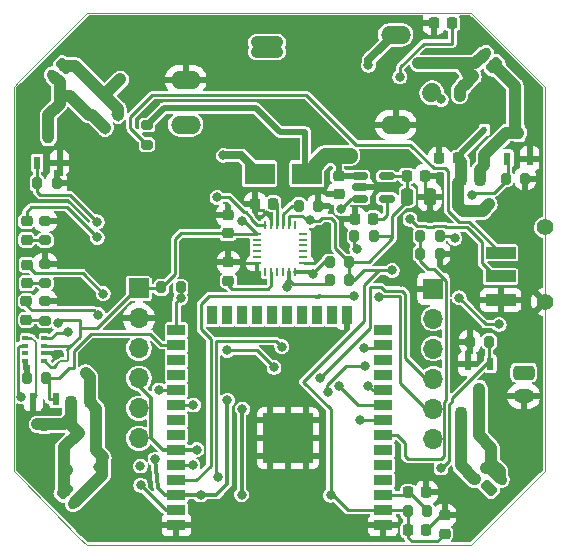
<source format=gtl>
G04 #@! TF.GenerationSoftware,KiCad,Pcbnew,9.0.1*
G04 #@! TF.CreationDate,2025-04-25T12:08:24+05:30*
G04 #@! TF.ProjectId,esp32_quad_baro_bootser_nousb_BMP,65737033-325f-4717-9561-645f6261726f,rev?*
G04 #@! TF.SameCoordinates,Original*
G04 #@! TF.FileFunction,Copper,L1,Top*
G04 #@! TF.FilePolarity,Positive*
%FSLAX46Y46*%
G04 Gerber Fmt 4.6, Leading zero omitted, Abs format (unit mm)*
G04 Created by KiCad (PCBNEW 9.0.1) date 2025-04-25 12:08:24*
%MOMM*%
%LPD*%
G01*
G04 APERTURE LIST*
G04 Aperture macros list*
%AMRoundRect*
0 Rectangle with rounded corners*
0 $1 Rounding radius*
0 $2 $3 $4 $5 $6 $7 $8 $9 X,Y pos of 4 corners*
0 Add a 4 corners polygon primitive as box body*
4,1,4,$2,$3,$4,$5,$6,$7,$8,$9,$2,$3,0*
0 Add four circle primitives for the rounded corners*
1,1,$1+$1,$2,$3*
1,1,$1+$1,$4,$5*
1,1,$1+$1,$6,$7*
1,1,$1+$1,$8,$9*
0 Add four rect primitives between the rounded corners*
20,1,$1+$1,$2,$3,$4,$5,0*
20,1,$1+$1,$4,$5,$6,$7,0*
20,1,$1+$1,$6,$7,$8,$9,0*
20,1,$1+$1,$8,$9,$2,$3,0*%
%AMHorizOval*
0 Thick line with rounded ends*
0 $1 width*
0 $2 $3 position (X,Y) of the first rounded end (center of the circle)*
0 $4 $5 position (X,Y) of the second rounded end (center of the circle)*
0 Add line between two ends*
20,1,$1,$2,$3,$4,$5,0*
0 Add two circle primitives to create the rounded ends*
1,1,$1,$2,$3*
1,1,$1,$4,$5*%
%AMRotRect*
0 Rectangle, with rotation*
0 The origin of the aperture is its center*
0 $1 length*
0 $2 width*
0 $3 Rotation angle, in degrees counterclockwise*
0 Add horizontal line*
21,1,$1,$2,0,0,$3*%
G04 Aperture macros list end*
G04 #@! TA.AperFunction,SMDPad,CuDef*
%ADD10RoundRect,0.200000X-0.275000X0.200000X-0.275000X-0.200000X0.275000X-0.200000X0.275000X0.200000X0*%
G04 #@! TD*
G04 #@! TA.AperFunction,SMDPad,CuDef*
%ADD11R,0.600000X1.100000*%
G04 #@! TD*
G04 #@! TA.AperFunction,SMDPad,CuDef*
%ADD12R,0.500000X0.350000*%
G04 #@! TD*
G04 #@! TA.AperFunction,SMDPad,CuDef*
%ADD13RoundRect,0.225000X0.250000X-0.225000X0.250000X0.225000X-0.250000X0.225000X-0.250000X-0.225000X0*%
G04 #@! TD*
G04 #@! TA.AperFunction,SMDPad,CuDef*
%ADD14RoundRect,0.200000X-0.200000X-0.275000X0.200000X-0.275000X0.200000X0.275000X-0.200000X0.275000X0*%
G04 #@! TD*
G04 #@! TA.AperFunction,SMDPad,CuDef*
%ADD15RoundRect,0.250000X-0.250000X-0.475000X0.250000X-0.475000X0.250000X0.475000X-0.250000X0.475000X0*%
G04 #@! TD*
G04 #@! TA.AperFunction,SMDPad,CuDef*
%ADD16RoundRect,0.200000X0.200000X0.275000X-0.200000X0.275000X-0.200000X-0.275000X0.200000X-0.275000X0*%
G04 #@! TD*
G04 #@! TA.AperFunction,SMDPad,CuDef*
%ADD17R,0.790000X0.280000*%
G04 #@! TD*
G04 #@! TA.AperFunction,SMDPad,CuDef*
%ADD18R,0.280000X0.790000*%
G04 #@! TD*
G04 #@! TA.AperFunction,SMDPad,CuDef*
%ADD19RoundRect,0.225000X-0.225000X-0.250000X0.225000X-0.250000X0.225000X0.250000X-0.225000X0.250000X0*%
G04 #@! TD*
G04 #@! TA.AperFunction,SMDPad,CuDef*
%ADD20RoundRect,0.218750X0.256250X-0.218750X0.256250X0.218750X-0.256250X0.218750X-0.256250X-0.218750X0*%
G04 #@! TD*
G04 #@! TA.AperFunction,ComponentPad*
%ADD21O,2.540000X1.524000*%
G04 #@! TD*
G04 #@! TA.AperFunction,ComponentPad*
%ADD22RoundRect,0.250000X-0.650000X0.350000X-0.650000X-0.350000X0.650000X-0.350000X0.650000X0.350000X0*%
G04 #@! TD*
G04 #@! TA.AperFunction,ComponentPad*
%ADD23O,1.800000X1.200000*%
G04 #@! TD*
G04 #@! TA.AperFunction,SMDPad,CuDef*
%ADD24RoundRect,0.218750X-0.218750X-0.256250X0.218750X-0.256250X0.218750X0.256250X-0.218750X0.256250X0*%
G04 #@! TD*
G04 #@! TA.AperFunction,SMDPad,CuDef*
%ADD25R,1.500000X0.900000*%
G04 #@! TD*
G04 #@! TA.AperFunction,SMDPad,CuDef*
%ADD26R,0.900000X1.500000*%
G04 #@! TD*
G04 #@! TA.AperFunction,SMDPad,CuDef*
%ADD27R,1.050000X1.050000*%
G04 #@! TD*
G04 #@! TA.AperFunction,HeatsinkPad*
%ADD28C,0.600000*%
G04 #@! TD*
G04 #@! TA.AperFunction,SMDPad,CuDef*
%ADD29R,4.200000X4.200000*%
G04 #@! TD*
G04 #@! TA.AperFunction,SMDPad,CuDef*
%ADD30R,2.500000X1.000000*%
G04 #@! TD*
G04 #@! TA.AperFunction,ComponentPad*
%ADD31C,1.400000*%
G04 #@! TD*
G04 #@! TA.AperFunction,SMDPad,CuDef*
%ADD32RotRect,0.600000X0.450000X45.000000*%
G04 #@! TD*
G04 #@! TA.AperFunction,SMDPad,CuDef*
%ADD33RoundRect,0.225000X-0.017678X0.335876X-0.335876X0.017678X0.017678X-0.335876X0.335876X-0.017678X0*%
G04 #@! TD*
G04 #@! TA.AperFunction,SMDPad,CuDef*
%ADD34RoundRect,0.225000X0.225000X0.250000X-0.225000X0.250000X-0.225000X-0.250000X0.225000X-0.250000X0*%
G04 #@! TD*
G04 #@! TA.AperFunction,ComponentPad*
%ADD35RoundRect,0.225000X-0.176777X0.494975X-0.494975X0.176777X0.176777X-0.494975X0.494975X-0.176777X0*%
G04 #@! TD*
G04 #@! TA.AperFunction,ComponentPad*
%ADD36HorizOval,0.900000X-0.176777X0.176777X0.176777X-0.176777X0*%
G04 #@! TD*
G04 #@! TA.AperFunction,SMDPad,CuDef*
%ADD37RotRect,0.600000X0.450000X225.000000*%
G04 #@! TD*
G04 #@! TA.AperFunction,ComponentPad*
%ADD38RoundRect,0.225000X0.176777X-0.494975X0.494975X-0.176777X-0.176777X0.494975X-0.494975X0.176777X0*%
G04 #@! TD*
G04 #@! TA.AperFunction,SMDPad,CuDef*
%ADD39R,0.450000X0.600000*%
G04 #@! TD*
G04 #@! TA.AperFunction,SMDPad,CuDef*
%ADD40RoundRect,0.150000X-0.512500X-0.150000X0.512500X-0.150000X0.512500X0.150000X-0.512500X0.150000X0*%
G04 #@! TD*
G04 #@! TA.AperFunction,ComponentPad*
%ADD41R,1.700000X1.700000*%
G04 #@! TD*
G04 #@! TA.AperFunction,ComponentPad*
%ADD42O,1.700000X1.700000*%
G04 #@! TD*
G04 #@! TA.AperFunction,SMDPad,CuDef*
%ADD43R,2.500000X1.800000*%
G04 #@! TD*
G04 #@! TA.AperFunction,SMDPad,CuDef*
%ADD44RoundRect,0.225000X-0.250000X0.225000X-0.250000X-0.225000X0.250000X-0.225000X0.250000X0.225000X0*%
G04 #@! TD*
G04 #@! TA.AperFunction,ComponentPad*
%ADD45RoundRect,0.225000X0.494975X0.176777X0.176777X0.494975X-0.494975X-0.176777X-0.176777X-0.494975X0*%
G04 #@! TD*
G04 #@! TA.AperFunction,ComponentPad*
%ADD46HorizOval,0.900000X0.176777X0.176777X-0.176777X-0.176777X0*%
G04 #@! TD*
G04 #@! TA.AperFunction,ComponentPad*
%ADD47RoundRect,0.225000X-0.494975X-0.176777X-0.176777X-0.494975X0.494975X0.176777X0.176777X0.494975X0*%
G04 #@! TD*
G04 #@! TA.AperFunction,ComponentPad*
%ADD48HorizOval,0.900000X-0.176777X-0.176777X0.176777X0.176777X0*%
G04 #@! TD*
G04 #@! TA.AperFunction,SMDPad,CuDef*
%ADD49RotRect,0.600000X0.450000X135.000000*%
G04 #@! TD*
G04 #@! TA.AperFunction,ViaPad*
%ADD50C,0.800000*%
G04 #@! TD*
G04 #@! TA.AperFunction,Conductor*
%ADD51C,0.508000*%
G04 #@! TD*
G04 #@! TA.AperFunction,Conductor*
%ADD52C,1.270000*%
G04 #@! TD*
G04 #@! TA.AperFunction,Conductor*
%ADD53C,0.250000*%
G04 #@! TD*
G04 #@! TA.AperFunction,Conductor*
%ADD54C,0.200000*%
G04 #@! TD*
G04 #@! TA.AperFunction,Conductor*
%ADD55C,0.700000*%
G04 #@! TD*
G04 #@! TA.AperFunction,Conductor*
%ADD56C,1.016000*%
G04 #@! TD*
G04 #@! TA.AperFunction,Conductor*
%ADD57C,0.300000*%
G04 #@! TD*
G04 #@! TA.AperFunction,Conductor*
%ADD58C,1.524000*%
G04 #@! TD*
G04 #@! TA.AperFunction,Conductor*
%ADD59C,0.500000*%
G04 #@! TD*
G04 #@! TA.AperFunction,Profile*
%ADD60C,0.025400*%
G04 #@! TD*
G04 APERTURE END LIST*
D10*
X111080550Y-85228930D03*
X111080550Y-86878930D03*
D11*
X111950000Y-96672220D03*
X110050000Y-96672220D03*
X111000000Y-98872220D03*
D12*
X109400000Y-93475000D03*
X109400000Y-92825000D03*
X109400000Y-92175000D03*
X109400000Y-91525000D03*
X111000000Y-91525000D03*
X111000000Y-92175000D03*
X111000000Y-92825000D03*
X111000000Y-93475000D03*
D13*
X144890490Y-108087460D03*
X144890490Y-106537460D03*
D14*
X135152630Y-85096350D03*
X136802630Y-85096350D03*
D13*
X126579630Y-86652400D03*
X126579630Y-85102400D03*
D10*
X111070000Y-88400000D03*
X111070000Y-90050000D03*
D15*
X141715450Y-79564230D03*
X143615450Y-79564230D03*
D16*
X134200000Y-80320000D03*
X132550000Y-80320000D03*
X122539260Y-87236300D03*
X120889260Y-87236300D03*
D17*
X132930940Y-85185420D03*
X132930940Y-84685420D03*
X132930940Y-84185420D03*
X132930940Y-83685420D03*
X132930940Y-83185420D03*
X132930940Y-82685420D03*
D18*
X132210940Y-81965420D03*
X131710940Y-81965420D03*
X131210940Y-81965420D03*
X130710940Y-81965420D03*
X130210940Y-81965420D03*
X129710940Y-81965420D03*
D17*
X128990940Y-82685420D03*
X128990940Y-83185420D03*
X128990940Y-83685420D03*
X128990940Y-84185420D03*
X128990940Y-84685420D03*
X128990940Y-85185420D03*
D18*
X129710940Y-85905420D03*
X130210940Y-85905420D03*
X130710940Y-85905420D03*
X131210940Y-85905420D03*
X131710940Y-85905420D03*
X132210940Y-85905420D03*
D19*
X141684710Y-77800200D03*
X143234710Y-77800200D03*
D20*
X109495590Y-83200340D03*
X109495590Y-81625340D03*
D21*
X122967000Y-69660000D03*
X122967000Y-73470000D03*
X140747000Y-73470000D03*
X140747000Y-65850000D03*
D22*
X151590000Y-94450000D03*
D23*
X151590000Y-96450000D03*
D24*
X143970910Y-64886840D03*
X145545910Y-64886840D03*
D25*
X139678110Y-107351450D03*
X139678110Y-106081450D03*
X139678110Y-104811450D03*
X139678110Y-103541450D03*
X139678110Y-102271450D03*
X139678110Y-101001450D03*
X139678110Y-99731450D03*
X139678110Y-98461450D03*
X139678110Y-97191450D03*
X139678110Y-95921450D03*
X139678110Y-94651450D03*
X139678110Y-93381450D03*
X139678110Y-92111450D03*
X139678110Y-90841450D03*
D26*
X136638110Y-89591450D03*
X135368110Y-89591450D03*
X134098110Y-89591450D03*
X132828110Y-89591450D03*
X131558110Y-89591450D03*
X130288110Y-89591450D03*
X129018110Y-89591450D03*
X127748110Y-89591450D03*
X126478110Y-89591450D03*
X125208110Y-89591450D03*
D25*
X122178110Y-90841450D03*
X122178110Y-92111450D03*
X122178110Y-93381450D03*
X122178110Y-94651450D03*
X122178110Y-95921450D03*
X122178110Y-97191450D03*
X122178110Y-98461450D03*
X122178110Y-99731450D03*
X122178110Y-101001450D03*
X122178110Y-102271450D03*
X122178110Y-103541450D03*
X122178110Y-104811450D03*
X122178110Y-106081450D03*
X122178110Y-107351450D03*
D27*
X133133110Y-101536450D03*
D28*
X133133110Y-100773950D03*
D27*
X133133110Y-100011450D03*
D28*
X133133110Y-99248950D03*
D27*
X133133110Y-98486450D03*
X131608110Y-101536450D03*
D28*
X131608110Y-100773950D03*
D27*
X131608110Y-100011450D03*
D29*
X131608110Y-100011450D03*
D28*
X131608110Y-99248950D03*
D27*
X131608110Y-98486450D03*
X130083110Y-101536450D03*
D28*
X130083110Y-100773950D03*
D27*
X130083110Y-100011450D03*
D28*
X130083110Y-99248950D03*
D27*
X130083110Y-98486450D03*
D30*
X149630000Y-88310000D03*
X149630000Y-86310000D03*
X149630000Y-84310000D03*
D31*
X153390000Y-88460000D03*
X153390000Y-82160000D03*
D32*
X146281628Y-101252802D03*
X147766552Y-99767878D03*
D16*
X112031280Y-78386940D03*
X110381280Y-78386940D03*
D33*
X117224178Y-72603992D03*
X116128162Y-73700008D03*
D14*
X142810730Y-84376260D03*
X144460730Y-84376260D03*
D19*
X144440000Y-76310000D03*
X145990000Y-76310000D03*
D10*
X111072930Y-81598000D03*
X111072930Y-83248000D03*
D14*
X135152630Y-86634320D03*
X136802630Y-86634320D03*
D34*
X138839240Y-81403190D03*
X137289240Y-81403190D03*
D14*
X147019510Y-91829890D03*
X148669510Y-91829890D03*
X109520220Y-94888050D03*
X111170220Y-94888050D03*
D19*
X146311320Y-78165960D03*
X147861320Y-78165960D03*
D11*
X148757680Y-93696610D03*
X146857680Y-93696610D03*
X147807680Y-95896610D03*
D35*
X112697260Y-68502530D03*
D36*
X111813377Y-69386413D03*
D16*
X143410000Y-106160000D03*
X141760000Y-106160000D03*
D11*
X110379470Y-76692940D03*
X112279470Y-76692940D03*
X111329470Y-74492940D03*
D16*
X144460730Y-82856070D03*
X142810730Y-82856070D03*
D37*
X116231182Y-71112868D03*
X114746258Y-72597792D03*
D19*
X141786610Y-107779820D03*
X143336610Y-107779820D03*
D38*
X148656117Y-104223883D03*
D36*
X149540000Y-103340000D03*
D39*
X148261070Y-73893970D03*
X148261070Y-75993970D03*
D14*
X137248130Y-82919570D03*
X138898130Y-82919570D03*
D19*
X146254170Y-97845880D03*
X147804170Y-97845880D03*
X141787580Y-104580690D03*
X143337580Y-104580690D03*
D13*
X126532640Y-82663330D03*
X126532640Y-81113330D03*
D11*
X150190000Y-76330000D03*
X152090000Y-76330000D03*
X151140000Y-74130000D03*
D20*
X109514640Y-86887470D03*
X109514640Y-85312470D03*
D40*
X137712870Y-77815400D03*
X137712870Y-78765400D03*
X137712870Y-79715400D03*
X139987870Y-79715400D03*
X139987870Y-77815400D03*
D41*
X119000000Y-87313770D03*
D42*
X119000000Y-89853770D03*
X119000000Y-92393770D03*
X119000000Y-94933770D03*
X119000000Y-97473770D03*
X119000000Y-100013770D03*
D10*
X119680000Y-73490000D03*
X119680000Y-75140000D03*
D43*
X133220000Y-77600000D03*
X129220000Y-77600000D03*
D34*
X130390000Y-80150000D03*
X128840000Y-80150000D03*
D16*
X151720000Y-78020000D03*
X150070000Y-78020000D03*
D44*
X135903970Y-77777040D03*
X135903970Y-79327040D03*
D45*
X149100540Y-68442840D03*
D46*
X148216657Y-67558957D03*
D20*
X109481620Y-89971030D03*
X109481620Y-88396030D03*
D47*
X112712500Y-104505760D03*
D48*
X113596383Y-105389643D03*
D34*
X114826080Y-96941640D03*
X113276080Y-96941640D03*
D41*
X143944070Y-87341710D03*
D42*
X143944070Y-89881710D03*
X143944070Y-92421710D03*
X143944070Y-94961710D03*
X143944070Y-97501710D03*
X143944070Y-100041710D03*
D49*
X115379012Y-101029282D03*
X113894088Y-99544358D03*
D50*
X136897110Y-76071730D03*
X136025890Y-76071730D03*
X134879080Y-76056490D03*
X143268700Y-102668070D03*
X131040000Y-72530000D03*
X142270000Y-102690000D03*
X123240000Y-83940000D03*
X120860000Y-88740000D03*
X124830000Y-80700000D03*
X146378930Y-107776010D03*
X124160000Y-81490000D03*
X143660000Y-80950000D03*
X141210000Y-86740000D03*
X152270000Y-71380000D03*
X134806690Y-82141060D03*
X144560000Y-74710000D03*
X143710000Y-74690000D03*
X151960000Y-100730000D03*
X117470000Y-84830000D03*
X124380000Y-86470000D03*
X117040000Y-103290000D03*
X123210000Y-89300000D03*
X117410000Y-104260000D03*
X124230000Y-83940000D03*
X112490000Y-88310000D03*
X141150000Y-76120000D03*
X120180000Y-86140000D03*
X133060000Y-72460000D03*
X116490000Y-104450000D03*
X124270000Y-84900000D03*
X109320000Y-79630000D03*
X132020000Y-72500000D03*
X123280000Y-84940000D03*
X112620000Y-87120000D03*
X112000100Y-93000100D03*
X151360000Y-99860000D03*
X133530340Y-81572100D03*
X149500000Y-90360000D03*
X140450000Y-85800000D03*
X119120000Y-102360000D03*
X146110000Y-88110000D03*
X112173600Y-90260061D03*
X127746031Y-81642652D03*
X135230000Y-104820000D03*
X138441183Y-68416600D03*
X126160000Y-76056490D03*
X127763270Y-97528380D03*
X123916440Y-100972620D03*
X133703060Y-86141560D03*
X127697230Y-104787700D03*
X109000000Y-96500000D03*
X120370000Y-101780000D03*
X126498350Y-96784160D03*
X131537320Y-87197320D03*
X124220000Y-104811450D03*
X125620000Y-79620000D03*
X138050000Y-92380000D03*
X137460000Y-84000000D03*
X141097959Y-69411800D03*
X115570000Y-89540000D03*
X119160000Y-103980000D03*
X120702070Y-95929450D03*
X115980845Y-87763985D03*
X123621800Y-97194370D03*
X115480000Y-83000000D03*
X134350000Y-94930000D03*
X123587510Y-102293420D03*
X125670000Y-103250000D03*
X131110000Y-92250000D03*
X137180000Y-87960000D03*
X139310000Y-88070000D03*
X122539760Y-88145620D03*
X130440000Y-94000000D03*
X138120000Y-93880000D03*
X126480000Y-92570000D03*
X134970000Y-96110000D03*
X135945600Y-95556704D03*
X115470000Y-81680000D03*
X147176600Y-79416910D03*
X137699750Y-98478340D03*
X138410000Y-95550000D03*
X144580000Y-102530000D03*
X136113520Y-80580230D03*
X141950000Y-81460000D03*
X143830000Y-70710000D03*
X145083530Y-68275200D03*
X146281628Y-99105232D03*
X130730000Y-66490000D03*
X146790000Y-69080000D03*
X146281628Y-99962482D03*
X145750000Y-83070000D03*
X143346170Y-68275200D03*
X147410000Y-103460000D03*
X114826080Y-95253780D03*
X144590000Y-71320000D03*
X146270000Y-100830000D03*
X114500100Y-94500100D03*
X115580000Y-102480000D03*
X146150000Y-70990000D03*
X148130000Y-80810000D03*
X116154200Y-70899020D03*
X129810000Y-67280000D03*
X117434360Y-69618860D03*
X115950000Y-101630000D03*
X130720000Y-67280000D03*
X144240000Y-68275200D03*
X128970000Y-66490000D03*
X148630000Y-80210000D03*
X129810000Y-66490000D03*
X128970000Y-67280000D03*
X146281628Y-102149422D03*
X116801265Y-70251955D03*
X146540000Y-70070000D03*
X113000000Y-91000000D03*
D51*
X137674510Y-77777040D02*
X137712870Y-77815400D01*
X133220000Y-77600000D02*
X133088160Y-77468160D01*
X135903970Y-77777040D02*
X137674510Y-77777040D01*
X133088160Y-74080000D02*
X130920000Y-74080000D01*
X119680000Y-73490000D02*
X119870000Y-73490000D01*
X130920000Y-74080000D02*
X128890000Y-72050000D01*
X135903970Y-77777040D02*
X135903970Y-76889610D01*
X133088160Y-77468160D02*
X133088160Y-74080000D01*
D52*
X136897110Y-76071730D02*
X136025890Y-76071730D01*
X134763510Y-76056490D02*
X136881870Y-76056490D01*
X136881870Y-76056490D02*
X136897110Y-76071730D01*
X133220000Y-77600000D02*
X134763510Y-76056490D01*
D51*
X135903970Y-76889610D02*
X135070850Y-76056490D01*
X121120000Y-72050000D02*
X119680000Y-73490000D01*
X134879080Y-76056490D02*
X134763510Y-76056490D01*
X135070850Y-76056490D02*
X134879080Y-76056490D01*
X128890000Y-72050000D02*
X121120000Y-72050000D01*
X134763510Y-76056490D02*
X135072120Y-76056490D01*
D53*
X129492124Y-80702124D02*
X130210940Y-81420940D01*
X111825000Y-92825000D02*
X112000100Y-93000100D01*
X144578970Y-106537460D02*
X143336610Y-107779820D01*
X144890490Y-106537460D02*
X144578970Y-106537460D01*
X129132124Y-80702124D02*
X129492124Y-80702124D01*
X128667210Y-80237210D02*
X129132124Y-80702124D01*
X130210940Y-81420940D02*
X130210940Y-81960420D01*
X109400000Y-94767830D02*
X109520220Y-94888050D01*
X143234710Y-79183490D02*
X143615450Y-79564230D01*
X123210000Y-89300000D02*
X123293360Y-89216640D01*
X123293360Y-87556640D02*
X124380000Y-86470000D01*
X109400000Y-93475000D02*
X109400000Y-94767830D01*
X143234710Y-77800200D02*
X143234710Y-78680000D01*
X123293360Y-89216640D02*
X123293360Y-87556640D01*
X111000000Y-92825000D02*
X111825000Y-92825000D01*
X143234710Y-78680000D02*
X143234710Y-79183490D01*
X139661900Y-81403190D02*
X138839240Y-81403190D01*
X139987870Y-81077220D02*
X139661900Y-81403190D01*
X139987870Y-79715400D02*
X139987870Y-81077220D01*
X131710940Y-81223220D02*
X131717340Y-81216820D01*
X133548240Y-81590000D02*
X134291998Y-81590000D01*
X144246900Y-108731050D02*
X144890490Y-108087460D01*
X135287530Y-81387460D02*
X135600440Y-81700370D01*
X137217150Y-86634320D02*
X136802630Y-86634320D01*
D54*
X113000100Y-93401744D02*
X113000100Y-92500100D01*
D53*
X141669510Y-77815400D02*
X141684710Y-77800200D01*
X114000000Y-90687080D02*
X115488672Y-90687080D01*
X141752820Y-107746030D02*
X141786610Y-107779820D01*
X114000000Y-90000000D02*
X114000000Y-90687080D01*
X135600440Y-83894160D02*
X136802630Y-85096350D01*
D54*
X112292017Y-93500100D02*
X112901744Y-93500100D01*
X113000100Y-92500100D02*
X112955872Y-92455872D01*
D53*
X127918172Y-81642652D02*
X128960940Y-82685420D01*
X132846820Y-81216820D02*
X133202100Y-81572100D01*
X122060970Y-86102190D02*
X122060970Y-83177380D01*
X122060970Y-83177380D02*
X122575020Y-82663330D01*
X139678110Y-106081450D02*
X141721960Y-106081450D01*
D54*
X111964088Y-93828029D02*
X112292017Y-93500100D01*
D53*
X149500000Y-90360000D02*
X148360000Y-90360000D01*
X111535000Y-94010000D02*
X111000000Y-93475000D01*
X134494538Y-81387460D02*
X135287530Y-81387460D01*
X141715450Y-79564230D02*
X141715450Y-79954550D01*
X135421920Y-104820000D02*
X136683370Y-106081450D01*
X128960940Y-82685420D02*
X126554730Y-82685420D01*
X113205872Y-92205872D02*
X112955872Y-92455872D01*
X141786610Y-108424980D02*
X142092680Y-108731050D01*
X138077800Y-87025358D02*
X138077800Y-90022740D01*
X138051470Y-85800000D02*
X139303158Y-85800000D01*
X112884943Y-92526800D02*
X112883696Y-92528047D01*
D54*
X112901744Y-93500100D02*
X113000100Y-93401744D01*
D53*
X112884944Y-92526800D02*
X112884943Y-92526800D01*
X141721960Y-106081450D02*
X141752820Y-106112310D01*
X120926860Y-87236300D02*
X122060970Y-86102190D01*
X142092680Y-108731050D02*
X144246900Y-108731050D01*
X148360000Y-90360000D02*
X146110000Y-88110000D01*
X141752820Y-106112310D02*
X141752820Y-107746030D01*
X134291998Y-81590000D02*
X134494538Y-81387460D01*
X138898130Y-82919570D02*
X140456900Y-82919570D01*
X122575020Y-82663330D02*
X126532640Y-82663330D01*
X112173600Y-90260061D02*
X112433661Y-90000000D01*
X115488672Y-90687080D02*
X118358920Y-87816832D01*
X140450000Y-85800000D02*
X138051470Y-85800000D01*
X133202100Y-81572100D02*
X133530340Y-81572100D01*
X140466470Y-83086550D02*
X138456670Y-85096350D01*
X138095910Y-90040850D02*
X132920000Y-95216760D01*
X113175000Y-92175000D02*
X113205872Y-92205872D01*
X136683370Y-106081450D02*
X139678110Y-106081450D01*
X140456900Y-82919570D02*
X140466470Y-82910000D01*
X141684710Y-77800200D02*
X141684710Y-79533490D01*
X141786610Y-107779820D02*
X141786610Y-108424980D01*
X127746031Y-81642652D02*
X127918172Y-81642652D01*
X111964088Y-93828029D02*
X111782118Y-94010000D01*
X111000000Y-93475000D02*
X111066550Y-93475000D01*
X133530340Y-81572100D02*
X133548240Y-81590000D01*
X138051470Y-85800000D02*
X137217150Y-86634320D01*
X118358920Y-87313770D02*
X120811790Y-87313770D01*
X111782118Y-94010000D02*
X111535000Y-94010000D01*
X139303158Y-85800000D02*
X138077800Y-87025358D01*
X131717340Y-81216820D02*
X132846820Y-81216820D01*
X111000000Y-92175000D02*
X113175000Y-92175000D01*
X120811790Y-87313770D02*
X120889260Y-87236300D01*
X118358920Y-87816832D02*
X118358920Y-87313770D01*
X114000000Y-90687080D02*
X114000000Y-91411744D01*
X140466470Y-82910000D02*
X140466470Y-83086550D01*
X131710940Y-81960420D02*
X131710940Y-81223220D01*
X112955872Y-92455872D02*
X112884944Y-92526800D01*
X141715450Y-79954550D02*
X140466470Y-81203530D01*
X126554730Y-82685420D02*
X126532640Y-82663330D01*
X136802630Y-85096350D02*
X136802630Y-86634320D01*
X135230000Y-104820000D02*
X135421920Y-104820000D01*
X112433661Y-90000000D02*
X114000000Y-90000000D01*
X132920000Y-95216760D02*
X135230000Y-97526760D01*
X120889260Y-87236300D02*
X120926860Y-87236300D01*
X138456670Y-85096350D02*
X136802630Y-85096350D01*
X139987870Y-77815400D02*
X141669510Y-77815400D01*
X140466470Y-81203530D02*
X140466470Y-82910000D01*
X135230000Y-97526760D02*
X135230000Y-104820000D01*
X135600440Y-81700370D02*
X135600440Y-83894160D01*
X114000000Y-91411744D02*
X113205872Y-92205872D01*
X141684710Y-79533490D02*
X141715450Y-79564230D01*
X138077800Y-90022740D02*
X138095910Y-90040850D01*
D55*
X138441183Y-68416600D02*
X138441183Y-67968817D01*
X127676490Y-76056490D02*
X129220000Y-77600000D01*
X138441183Y-67968817D02*
X140740000Y-65670000D01*
X126160000Y-76056490D02*
X127676490Y-76056490D01*
D53*
X141787580Y-104580690D02*
X141871200Y-104580690D01*
X141871200Y-104580690D02*
X143402820Y-106112310D01*
X139678110Y-104811450D02*
X141556820Y-104811450D01*
X141556820Y-104811450D02*
X141787580Y-104580690D01*
X130710940Y-81960420D02*
X130710940Y-80129080D01*
X130210940Y-87074630D02*
X130210940Y-85910420D01*
X126579630Y-87057230D02*
X126876810Y-87354410D01*
X129931160Y-87354410D02*
X130210940Y-87074630D01*
X126579630Y-86652400D02*
X126579630Y-87057230D01*
X126876810Y-87354410D02*
X129931160Y-87354410D01*
D56*
X112647730Y-102910000D02*
X112647730Y-104440990D01*
X112647730Y-104440990D02*
X112647730Y-100790716D01*
X113276080Y-97460100D02*
X113276080Y-96941640D01*
X112872770Y-102684960D02*
X112647730Y-102910000D01*
X113894088Y-99544358D02*
X113249710Y-98899980D01*
X110411260Y-98822220D02*
X112660720Y-98822220D01*
X112660720Y-98822220D02*
X113276080Y-98206860D01*
X112647730Y-100790716D02*
X113894088Y-99544358D01*
X113249710Y-97486470D02*
X113276080Y-97460100D01*
X112712500Y-104505760D02*
X112647730Y-104440990D01*
X113249710Y-98899980D02*
X113249710Y-97486470D01*
X113276080Y-98206860D02*
X113276080Y-97460100D01*
X113138466Y-70990000D02*
X114746258Y-72597792D01*
X115025946Y-72597792D02*
X116128162Y-73700008D01*
X114746258Y-72597792D02*
X115025946Y-72597792D01*
X111329470Y-74542940D02*
X111329470Y-72628036D01*
X112290000Y-71667506D02*
X112290000Y-69863036D01*
X112290000Y-69863036D02*
X111813377Y-69386413D01*
X112290000Y-70990000D02*
X113138466Y-70990000D01*
X111329470Y-72628036D02*
X112290000Y-71667506D01*
X150830000Y-73820000D02*
X151140000Y-74130000D01*
X148261070Y-76880720D02*
X147861320Y-77280470D01*
X150125040Y-74130000D02*
X148261070Y-75993970D01*
X151140000Y-74130000D02*
X150125040Y-74130000D01*
X148261070Y-75993970D02*
X148261070Y-76880720D01*
X149100540Y-68442840D02*
X150830000Y-70172300D01*
X150830000Y-70172300D02*
X150830000Y-73820000D01*
X147861320Y-77280470D02*
X147861320Y-78165960D01*
X149540000Y-103340000D02*
X149540000Y-102774244D01*
X147804170Y-99730260D02*
X147766552Y-99767878D01*
X148740000Y-102540000D02*
X149540000Y-103340000D01*
X147807680Y-95846610D02*
X147807680Y-97842370D01*
X147807680Y-97842370D02*
X147804170Y-97845880D01*
X149540000Y-102774244D02*
X148837650Y-102071894D01*
X148837650Y-102071894D02*
X148837650Y-100838976D01*
X148837650Y-100838976D02*
X147766552Y-99767878D01*
X147804170Y-97845880D02*
X147804170Y-99730260D01*
X148369544Y-102540000D02*
X148740000Y-102540000D01*
D57*
X132210940Y-85910420D02*
X133471920Y-85910420D01*
X121073800Y-101001450D02*
X122178110Y-101001450D01*
X132210940Y-85910420D02*
X133916420Y-85910420D01*
D53*
X108765620Y-92309380D02*
X108900000Y-92175000D01*
X108765620Y-96265620D02*
X108765620Y-92309380D01*
D57*
X127697230Y-104787700D02*
X127697230Y-97594420D01*
D53*
X122206940Y-100972620D02*
X122178110Y-101001450D01*
D57*
X123916440Y-100972620D02*
X122206940Y-100972620D01*
D53*
X127697230Y-97594420D02*
X127763270Y-97528380D01*
X133471920Y-85910420D02*
X133703060Y-86141560D01*
X134730490Y-85096350D02*
X135152630Y-85096350D01*
D57*
X133916420Y-85910420D02*
X134730490Y-85096350D01*
D53*
X109000000Y-96500000D02*
X108765620Y-96265620D01*
X118641240Y-94651450D02*
X118358920Y-94933770D01*
D57*
X120032780Y-99960430D02*
X121073800Y-101001450D01*
X118358920Y-94933770D02*
X120032780Y-96607630D01*
D53*
X108900000Y-92175000D02*
X109400000Y-92175000D01*
D57*
X120032780Y-96607630D02*
X120032780Y-99960430D01*
D53*
X131704540Y-85911820D02*
X131710940Y-85905420D01*
D57*
X124220000Y-104811450D02*
X122178110Y-104811450D01*
X131704540Y-86574540D02*
X131704540Y-85911820D01*
D54*
X109900000Y-91525000D02*
X110274820Y-91899820D01*
D57*
X126498350Y-103860600D02*
X125547500Y-104811450D01*
X126498350Y-96784160D02*
X126498350Y-103860600D01*
D53*
X134856720Y-86930230D02*
X135152630Y-86634320D01*
X120370000Y-101780000D02*
X120620000Y-101780000D01*
D57*
X122178110Y-104811450D02*
X121178110Y-104811450D01*
X131537320Y-87197320D02*
X131537320Y-86741760D01*
D54*
X110274820Y-91899820D02*
X110274820Y-96341040D01*
D53*
X110274820Y-96341040D02*
X110115860Y-96500000D01*
X109400000Y-91525000D02*
X109900000Y-91525000D01*
X132060230Y-86930230D02*
X134856720Y-86930230D01*
D57*
X125547500Y-104811450D02*
X124220000Y-104811450D01*
X131704540Y-86574540D02*
X132060230Y-86930230D01*
X121178110Y-104811450D02*
X120620000Y-104253340D01*
X120620000Y-104253340D02*
X120370000Y-101780000D01*
D53*
X131537320Y-86741760D02*
X131704540Y-86574540D01*
X139409560Y-92380000D02*
X139678110Y-92111450D01*
X127919052Y-80889052D02*
X128058183Y-80889052D01*
X128058183Y-80889052D02*
X128499631Y-81330500D01*
X128499631Y-81469631D02*
X128990420Y-81960420D01*
X125620000Y-79620000D02*
X126650000Y-79620000D01*
X138050000Y-92380000D02*
X139409560Y-92380000D01*
X128990420Y-81960420D02*
X129710940Y-81960420D01*
X128499631Y-81330500D02*
X128499631Y-81469631D01*
X126650000Y-79620000D02*
X127919052Y-80889052D01*
X143117364Y-66594090D02*
X145545910Y-66594090D01*
X137248130Y-83788130D02*
X137248130Y-82919570D01*
X141097959Y-68613495D02*
X143117364Y-66594090D01*
X137460000Y-84000000D02*
X137248130Y-83788130D01*
X145545910Y-66594090D02*
X145545910Y-64886840D01*
X141097959Y-69411800D02*
X141097959Y-68613495D01*
X109489590Y-89979000D02*
X109481620Y-89971030D01*
X111080550Y-89979000D02*
X109489590Y-89979000D01*
X121261450Y-106081450D02*
X122178110Y-106081450D01*
X115220830Y-89190830D02*
X109915960Y-89190830D01*
X115570000Y-89540000D02*
X115220830Y-89190830D01*
X109915960Y-89190830D02*
X109481620Y-88756490D01*
X109481620Y-88756490D02*
X109481620Y-88396030D01*
X119160000Y-103980000D02*
X121261450Y-106081450D01*
X109523180Y-86878930D02*
X109514640Y-86887470D01*
X111080550Y-86878930D02*
X109523180Y-86878930D01*
X114246860Y-86030000D02*
X110232170Y-86030000D01*
X110232170Y-86030000D02*
X109514640Y-85312470D01*
X120710070Y-95921450D02*
X120702070Y-95929450D01*
X122178110Y-95921450D02*
X120710070Y-95921450D01*
X115980845Y-87763985D02*
X114246860Y-86030000D01*
X111072930Y-83248000D02*
X109543250Y-83248000D01*
X109543250Y-83248000D02*
X109495590Y-83200340D01*
X112904020Y-80424020D02*
X109901990Y-80424020D01*
X109901990Y-80424020D02*
X109495590Y-80830420D01*
X123618880Y-97191450D02*
X123621800Y-97194370D01*
X109495590Y-80830420D02*
X109495590Y-81625340D01*
X115480000Y-83000000D02*
X112904020Y-80424020D01*
X122178110Y-97191450D02*
X123618880Y-97191450D01*
X144928600Y-77138600D02*
X143969100Y-77138600D01*
X137373472Y-75150000D02*
X133163472Y-70940000D01*
X118290000Y-73750000D02*
X119680000Y-75140000D01*
X146123114Y-81671600D02*
X145178400Y-80726886D01*
X145178400Y-77388400D02*
X144928600Y-77138600D01*
X120130000Y-70940000D02*
X118290000Y-72780000D01*
X133163472Y-70940000D02*
X120130000Y-70940000D01*
X149630000Y-84310000D02*
X146991600Y-81671600D01*
X145178400Y-80726886D02*
X145178400Y-77388400D01*
X143969100Y-77138600D02*
X141980500Y-75150000D01*
X118290000Y-72780000D02*
X118290000Y-73750000D01*
X141980500Y-75150000D02*
X137373472Y-75150000D01*
X146991600Y-81671600D02*
X146123114Y-81671600D01*
X125549660Y-103129660D02*
X125549660Y-91783000D01*
X143302990Y-94490540D02*
X143302990Y-94961710D01*
X139817152Y-87511400D02*
X141288243Y-87511400D01*
X134350000Y-94930000D02*
X134490000Y-94780000D01*
X130643000Y-91783000D02*
X125549660Y-91783000D01*
X141568600Y-93227320D02*
X143302990Y-94961710D01*
X134350000Y-94930000D02*
X138574510Y-90705490D01*
X141568600Y-87791757D02*
X141568600Y-93227320D01*
X125670000Y-103250000D02*
X125549660Y-103129660D01*
X131110000Y-92250000D02*
X130643000Y-91783000D01*
X138574510Y-90705490D02*
X138574510Y-88400262D01*
X138556400Y-88382152D02*
X138556400Y-87223600D01*
X138574510Y-88400262D02*
X138556400Y-88382152D01*
X139529352Y-87223600D02*
X139817152Y-87511400D01*
X123587510Y-102293420D02*
X123565540Y-102271450D01*
X138556400Y-87223600D02*
X139529352Y-87223600D01*
X141288243Y-87511400D02*
X141568600Y-87791757D01*
X123565540Y-102271450D02*
X122178110Y-102271450D01*
X134150000Y-88050000D02*
X134240000Y-87960000D01*
X134240000Y-87960000D02*
X137180000Y-87960000D01*
X139310000Y-88070000D02*
X139320000Y-88070000D01*
X137180000Y-87960000D02*
X137030000Y-87860000D01*
X137030000Y-87860000D02*
X136930000Y-87860000D01*
X134330000Y-87860000D02*
X134170000Y-87860000D01*
X123869830Y-103541450D02*
X125071060Y-102340220D01*
X124260000Y-88632360D02*
X124902360Y-87990000D01*
X141090000Y-95288720D02*
X143302990Y-97501710D01*
X133920000Y-87990000D02*
X133980000Y-88050000D01*
X141090000Y-87990000D02*
X141090000Y-95288720D01*
X139310000Y-88080000D02*
X139350000Y-88040000D01*
X122178110Y-103541450D02*
X123869830Y-103541450D01*
X139400000Y-87990000D02*
X141090000Y-87990000D01*
X124902360Y-87990000D02*
X133920000Y-87990000D01*
X125071060Y-102340220D02*
X125071060Y-91584757D01*
X125071060Y-91584757D02*
X124260000Y-90773697D01*
X139320000Y-88070000D02*
X139400000Y-87990000D01*
X124260000Y-90773697D02*
X124260000Y-88632360D01*
X139310000Y-88070000D02*
X139310000Y-88080000D01*
X133980000Y-88050000D02*
X134150000Y-88050000D01*
X122178110Y-88507270D02*
X122178110Y-90841450D01*
X129010000Y-92570000D02*
X126480000Y-92570000D01*
X136556552Y-93880000D02*
X134940000Y-95496552D01*
X122539760Y-88145620D02*
X122539760Y-87236800D01*
X126480000Y-92570000D02*
X126410000Y-92570000D01*
X122539760Y-88145620D02*
X122178110Y-88507270D01*
X122539760Y-87236800D02*
X122539260Y-87236300D01*
X134940000Y-95496552D02*
X134970000Y-96110000D01*
X134970000Y-96110000D02*
X134940000Y-95790000D01*
X126480000Y-92640000D02*
X126480000Y-92570000D01*
X126450000Y-92610000D02*
X126480000Y-92640000D01*
X138120000Y-93880000D02*
X136556552Y-93880000D01*
X130440000Y-94000000D02*
X129010000Y-92570000D01*
X131210940Y-81960420D02*
X131210940Y-81046377D01*
X131937317Y-80320000D02*
X132550000Y-80320000D01*
X131210940Y-81046377D02*
X131937317Y-80320000D01*
X113510000Y-92580000D02*
X113510000Y-93010000D01*
X113510000Y-93010000D02*
X113500100Y-93019900D01*
X111900000Y-96722220D02*
X111950000Y-96672220D01*
X114924320Y-91165680D02*
X113510000Y-92580000D01*
X113510000Y-94022152D02*
X113083600Y-94022152D01*
X111361260Y-95079090D02*
X111170220Y-94888050D01*
X112217702Y-94888050D02*
X111170220Y-94888050D01*
X111361260Y-96722220D02*
X111361260Y-95079090D01*
X113083600Y-94022152D02*
X112217702Y-94888050D01*
X119942610Y-91165680D02*
X114924320Y-91165680D01*
X122178110Y-92111450D02*
X120888380Y-92111450D01*
X113500100Y-93019900D02*
X113500100Y-94012252D01*
X113500100Y-94012252D02*
X113510000Y-94022152D01*
X120888380Y-92111450D02*
X119942610Y-91165680D01*
X111361260Y-96722220D02*
X111900000Y-96722220D01*
X115470000Y-81680000D02*
X113208180Y-79418180D01*
X110383320Y-78388980D02*
X110381280Y-78386940D01*
X110658910Y-79418180D02*
X110383320Y-79142590D01*
X113208180Y-79418180D02*
X110658910Y-79418180D01*
X137580346Y-97191450D02*
X139678110Y-97191450D01*
X110379470Y-78385130D02*
X110381280Y-78386940D01*
X110383320Y-79142590D02*
X110383320Y-78388980D01*
X135945600Y-95556704D02*
X137580346Y-97191450D01*
X110379470Y-76642940D02*
X110379470Y-78385130D01*
X150219370Y-78007940D02*
X150219370Y-76274640D01*
X149057130Y-79250000D02*
X150259280Y-78047850D01*
X137716640Y-98461450D02*
X137699750Y-98478340D01*
X147176600Y-79416910D02*
X147343510Y-79250000D01*
X139678110Y-98461450D02*
X137716640Y-98461450D01*
X147343510Y-79250000D02*
X149057130Y-79250000D01*
X150259280Y-78047850D02*
X150219370Y-78007940D01*
X145275110Y-101904890D02*
X144660000Y-102520000D01*
X145275110Y-97165179D02*
X145275110Y-101904890D01*
X145550110Y-96596980D02*
X148669510Y-93477580D01*
X145550110Y-96890179D02*
X145550110Y-96596980D01*
X138410000Y-95550000D02*
X138781450Y-95921450D01*
X138781450Y-95921450D02*
X139678110Y-95921450D01*
X145550110Y-96890179D02*
X145275110Y-97165179D01*
X148669510Y-93477580D02*
X148669510Y-91829890D01*
X146793358Y-82150200D02*
X145018310Y-82150200D01*
X143903150Y-82150200D02*
X143368310Y-82150200D01*
X143245580Y-82027470D02*
X142517470Y-82027470D01*
X148026400Y-83383242D02*
X146793358Y-82150200D01*
X143368310Y-82150200D02*
X143245580Y-82027470D01*
X144025880Y-82027470D02*
X143903150Y-82150200D01*
X149172800Y-86310000D02*
X148026400Y-85163600D01*
X145018310Y-82150200D02*
X144895580Y-82027470D01*
X136978350Y-79715400D02*
X136113520Y-80580230D01*
X144895580Y-82027470D02*
X144025880Y-82027470D01*
X149630000Y-86310000D02*
X149172800Y-86310000D01*
X142517470Y-82027470D02*
X141950000Y-81460000D01*
X137712870Y-79715400D02*
X136978350Y-79715400D01*
X148026400Y-85163600D02*
X148026400Y-83383242D01*
X143960850Y-85669120D02*
X143520160Y-85669120D01*
X141528800Y-101527610D02*
X141752320Y-101751130D01*
X141528800Y-100393500D02*
X141528800Y-101527610D01*
X142810730Y-84959690D02*
X142810730Y-84376260D01*
X141752320Y-101751130D02*
X144583150Y-101751130D01*
X144796510Y-96966936D02*
X144990000Y-96773446D01*
X144990000Y-96773446D02*
X144990000Y-86698270D01*
X139678110Y-99731450D02*
X140866750Y-99731450D01*
X144796510Y-101537770D02*
X144796510Y-96966936D01*
X143520160Y-85669120D02*
X142810730Y-84959690D01*
X140866750Y-99731450D02*
X141528800Y-100393500D01*
X144583150Y-101751130D02*
X144796510Y-101537770D01*
X144990000Y-86698270D02*
X143960850Y-85669120D01*
X142810730Y-82856070D02*
X142810730Y-84376260D01*
D56*
X146040000Y-80370000D02*
X146480000Y-80810000D01*
X116154200Y-70899020D02*
X117434360Y-69618860D01*
X117224178Y-72603992D02*
X117224178Y-72105864D01*
X146584380Y-70070000D02*
X146540000Y-70070000D01*
X144240000Y-68275200D02*
X145083530Y-68275200D01*
X146790000Y-69080000D02*
X146979984Y-69080000D01*
X146175184Y-68275200D02*
X146790000Y-68890016D01*
X147274624Y-69379756D02*
X146584380Y-70070000D01*
X114500100Y-94500100D02*
X114826080Y-94826080D01*
X146540000Y-70070000D02*
X146540000Y-70114380D01*
X113620844Y-68502530D02*
X116231182Y-71112868D01*
D58*
X143830000Y-70710000D02*
X143737600Y-70802400D01*
D56*
X146281628Y-97873338D02*
X146281628Y-99105232D01*
X112697260Y-68502530D02*
X113620844Y-68502530D01*
X115938300Y-101588570D02*
X115938300Y-101618300D01*
X146254170Y-97845880D02*
X146281628Y-97873338D01*
X147410000Y-103433710D02*
X146281628Y-102305338D01*
D53*
X145536070Y-82856070D02*
X145750000Y-83070000D01*
D56*
X146790000Y-68890016D02*
X146790000Y-69080000D01*
X146311320Y-78165960D02*
X146311320Y-76633670D01*
X146162000Y-70492380D02*
X146162000Y-70978000D01*
X146480000Y-80810000D02*
X148130000Y-80810000D01*
D59*
X146311920Y-75843120D02*
X146311920Y-76633070D01*
D56*
X146162000Y-70978000D02*
X146150000Y-70990000D01*
X146281628Y-102305338D02*
X146281628Y-102149422D01*
X146040000Y-78437280D02*
X146040000Y-80370000D01*
X115903400Y-103082626D02*
X113596383Y-105389643D01*
D59*
X148261070Y-73893970D02*
X146311920Y-75843120D01*
D56*
X147279740Y-69379756D02*
X147274624Y-69379756D01*
X148277200Y-80562800D02*
X148630000Y-80210000D01*
X129810000Y-66490000D02*
X128970000Y-66490000D01*
X130730000Y-66490000D02*
X129810000Y-66490000D01*
X115379012Y-97494572D02*
X114826080Y-96941640D01*
X114826080Y-94826080D02*
X114826080Y-96941640D01*
X147433410Y-103476134D02*
X147433410Y-103457120D01*
D53*
X144460730Y-82856070D02*
X145536070Y-82856070D01*
D56*
X115379012Y-101029282D02*
X115379012Y-97494572D01*
X142654740Y-68275200D02*
X143346170Y-68275200D01*
X148630000Y-80210000D02*
X148030000Y-80810000D01*
X146175184Y-68275200D02*
X147500414Y-68275200D01*
X146281628Y-99105232D02*
X146281628Y-99962482D01*
X129810000Y-67280000D02*
X128970000Y-67280000D01*
X147433410Y-103457120D02*
X147436290Y-103460000D01*
X130720000Y-67280000D02*
X129810000Y-67280000D01*
X143346170Y-68275200D02*
X144240000Y-68275200D01*
X115938300Y-101618300D02*
X115950000Y-101630000D01*
X147436290Y-103460000D02*
X147410000Y-103460000D01*
X146979984Y-69080000D02*
X147279740Y-69379756D01*
X145083530Y-68275200D02*
X146175184Y-68275200D01*
X146311320Y-78165960D02*
X146040000Y-78437280D01*
X148030000Y-80810000D02*
X147310000Y-80810000D01*
X146281628Y-102149422D02*
X146281628Y-101252802D01*
X146540000Y-70114380D02*
X146162000Y-70492380D01*
X146141600Y-78335680D02*
X146311320Y-78165960D01*
X115379012Y-101029282D02*
X115938300Y-101588570D01*
X146281628Y-99962482D02*
X146281628Y-101252802D01*
X115903400Y-101676600D02*
X115903400Y-103082626D01*
X147500414Y-68275200D02*
X148216657Y-67558957D01*
X115950000Y-101630000D02*
X115903400Y-101676600D01*
X117224178Y-72105864D02*
X116231182Y-71112868D01*
X147410000Y-103460000D02*
X147410000Y-103433710D01*
X146150000Y-70990000D02*
X146162000Y-71002000D01*
X146311320Y-76633670D02*
X146311920Y-76633070D01*
D53*
X111585503Y-91525000D02*
X112055251Y-91055252D01*
X112055251Y-91055252D02*
X112944748Y-91055252D01*
X111000000Y-91525000D02*
X111585503Y-91525000D01*
X112944748Y-91055252D02*
X113000000Y-91000000D01*
G04 #@! TA.AperFunction,Conductor*
G36*
X136865248Y-89609043D02*
G01*
X136890968Y-89653592D01*
X136892110Y-89666650D01*
X136892110Y-90712729D01*
X136874517Y-90761067D01*
X136870084Y-90765903D01*
X132702577Y-94933410D01*
X132685696Y-94950291D01*
X132636648Y-94999338D01*
X132590032Y-95080081D01*
X132590030Y-95080085D01*
X132581077Y-95113498D01*
X132565899Y-95170142D01*
X132565899Y-95263378D01*
X132590031Y-95353437D01*
X132603480Y-95376731D01*
X132636649Y-95434183D01*
X134853874Y-97651407D01*
X134875614Y-97698027D01*
X134875900Y-97704581D01*
X134875900Y-104259794D01*
X134858307Y-104308132D01*
X134842480Y-104322320D01*
X134828971Y-104331346D01*
X134828966Y-104331350D01*
X134741350Y-104418966D01*
X134741348Y-104418969D01*
X134672498Y-104522010D01*
X134625076Y-104636498D01*
X134625075Y-104636501D01*
X134600900Y-104758038D01*
X134600900Y-104881961D01*
X134617408Y-104964955D01*
X134625076Y-105003502D01*
X134672499Y-105117991D01*
X134741346Y-105221028D01*
X134741348Y-105221030D01*
X134741350Y-105221033D01*
X134828966Y-105308649D01*
X134828969Y-105308651D01*
X134828972Y-105308654D01*
X134932009Y-105377501D01*
X135046498Y-105424924D01*
X135132953Y-105442121D01*
X135168038Y-105449100D01*
X135168039Y-105449100D01*
X135291962Y-105449100D01*
X135316269Y-105444264D01*
X135413502Y-105424924D01*
X135446680Y-105411180D01*
X135498069Y-105408937D01*
X135528630Y-105427483D01*
X136397382Y-106296235D01*
X136397403Y-106296258D01*
X136465942Y-106364797D01*
X136465945Y-106364799D01*
X136465947Y-106364801D01*
X136506319Y-106388110D01*
X136546691Y-106411419D01*
X136553655Y-106413284D01*
X136565724Y-106416518D01*
X136636752Y-106435551D01*
X136734591Y-106435551D01*
X136734607Y-106435550D01*
X138492078Y-106435550D01*
X138540416Y-106453143D01*
X138566136Y-106497692D01*
X138557203Y-106548350D01*
X138552278Y-106555816D01*
X138477666Y-106655484D01*
X138477665Y-106655486D01*
X138426615Y-106792354D01*
X138426614Y-106792357D01*
X138420110Y-106852856D01*
X138420110Y-107097450D01*
X140936110Y-107097450D01*
X140936110Y-106852868D01*
X140936109Y-106852856D01*
X140929605Y-106792357D01*
X140929604Y-106792354D01*
X140878554Y-106655486D01*
X140878553Y-106655484D01*
X140803942Y-106555816D01*
X140789058Y-106506577D01*
X140809307Y-106459290D01*
X140855214Y-106436082D01*
X140864142Y-106435550D01*
X141057626Y-106435550D01*
X141105964Y-106453143D01*
X141131684Y-106497692D01*
X141132497Y-106503727D01*
X141133617Y-106515669D01*
X141133618Y-106515676D01*
X141133619Y-106515678D01*
X141176339Y-106637767D01*
X141176341Y-106637770D01*
X141253153Y-106741847D01*
X141357230Y-106818659D01*
X141357235Y-106818660D01*
X141358656Y-106819412D01*
X141359471Y-106820313D01*
X141361764Y-106822005D01*
X141361422Y-106822468D01*
X141393173Y-106857552D01*
X141398720Y-106885899D01*
X141398720Y-107052363D01*
X141381127Y-107100701D01*
X141351870Y-107120917D01*
X141352008Y-107121177D01*
X141349829Y-107122328D01*
X141348367Y-107123339D01*
X141347034Y-107123805D01*
X141347025Y-107123810D01*
X141236886Y-107205096D01*
X141155599Y-107315236D01*
X141155597Y-107315239D01*
X141110388Y-107444441D01*
X141110386Y-107444450D01*
X141107510Y-107475115D01*
X141107510Y-108084524D01*
X141110386Y-108115189D01*
X141110387Y-108115196D01*
X141110388Y-108115198D01*
X141155597Y-108244400D01*
X141155599Y-108244403D01*
X141236886Y-108354544D01*
X141347027Y-108435831D01*
X141393264Y-108452009D01*
X141411128Y-108466623D01*
X141430028Y-108479858D01*
X141431706Y-108483456D01*
X141433078Y-108484579D01*
X141441065Y-108503528D01*
X141443770Y-108513626D01*
X141456640Y-108561657D01*
X141503258Y-108642401D01*
X141503262Y-108642407D01*
X141540401Y-108679546D01*
X141562141Y-108726166D01*
X141548827Y-108775853D01*
X141506690Y-108805358D01*
X141487227Y-108807920D01*
X114735843Y-108807920D01*
X114688086Y-108790809D01*
X114669895Y-108775853D01*
X114108721Y-108314487D01*
X114102811Y-108309073D01*
X113652558Y-107850043D01*
X120920110Y-107850043D01*
X120926614Y-107910542D01*
X120926615Y-107910545D01*
X120977665Y-108047413D01*
X120977666Y-108047415D01*
X121065206Y-108164353D01*
X121182144Y-108251893D01*
X121182146Y-108251894D01*
X121319014Y-108302944D01*
X121319017Y-108302945D01*
X121379516Y-108309449D01*
X121379528Y-108309450D01*
X121924110Y-108309450D01*
X122432110Y-108309450D01*
X122976692Y-108309450D01*
X122976703Y-108309449D01*
X123037202Y-108302945D01*
X123037205Y-108302944D01*
X123174073Y-108251894D01*
X123174075Y-108251893D01*
X123291013Y-108164353D01*
X123378553Y-108047415D01*
X123378554Y-108047413D01*
X123429604Y-107910545D01*
X123429605Y-107910542D01*
X123436109Y-107850043D01*
X138420110Y-107850043D01*
X138426614Y-107910542D01*
X138426615Y-107910545D01*
X138477665Y-108047413D01*
X138477666Y-108047415D01*
X138565206Y-108164353D01*
X138682144Y-108251893D01*
X138682146Y-108251894D01*
X138819014Y-108302944D01*
X138819017Y-108302945D01*
X138879516Y-108309449D01*
X138879528Y-108309450D01*
X139424110Y-108309450D01*
X139932110Y-108309450D01*
X140476692Y-108309450D01*
X140476703Y-108309449D01*
X140537202Y-108302945D01*
X140537205Y-108302944D01*
X140674073Y-108251894D01*
X140674075Y-108251893D01*
X140791013Y-108164353D01*
X140878553Y-108047415D01*
X140878554Y-108047413D01*
X140929604Y-107910545D01*
X140929605Y-107910542D01*
X140936109Y-107850043D01*
X140936110Y-107850032D01*
X140936110Y-107605450D01*
X139932110Y-107605450D01*
X139932110Y-108309450D01*
X139424110Y-108309450D01*
X139424110Y-107605450D01*
X138420110Y-107605450D01*
X138420110Y-107850043D01*
X123436109Y-107850043D01*
X123436110Y-107850032D01*
X123436110Y-107605450D01*
X122432110Y-107605450D01*
X122432110Y-108309450D01*
X121924110Y-108309450D01*
X121924110Y-107605450D01*
X120920110Y-107605450D01*
X120920110Y-107850043D01*
X113652558Y-107850043D01*
X108984118Y-103090600D01*
X108983661Y-103090129D01*
X108668170Y-102761346D01*
X108618990Y-102710094D01*
X108598217Y-102663035D01*
X108598050Y-102658028D01*
X108598050Y-97126984D01*
X108615643Y-97078646D01*
X108660192Y-97052926D01*
X108702025Y-97057507D01*
X108816498Y-97104924D01*
X108887208Y-97118989D01*
X108938038Y-97129100D01*
X108938039Y-97129100D01*
X109061962Y-97129100D01*
X109112792Y-97118989D01*
X109152130Y-97111164D01*
X109202970Y-97118989D01*
X109236887Y-97157663D01*
X109242000Y-97184919D01*
X109242000Y-97270813D01*
X109248504Y-97331312D01*
X109248505Y-97331315D01*
X109299555Y-97468183D01*
X109299556Y-97468185D01*
X109387096Y-97585123D01*
X109504034Y-97672663D01*
X109504036Y-97672664D01*
X109640904Y-97723714D01*
X109640907Y-97723715D01*
X109701406Y-97730219D01*
X109701418Y-97730220D01*
X109796000Y-97730220D01*
X109796000Y-96854458D01*
X109813593Y-96806120D01*
X109858142Y-96780400D01*
X109908799Y-96789332D01*
X109915744Y-96793342D01*
X109945328Y-96810423D01*
X109979183Y-96829969D01*
X110069242Y-96854101D01*
X110069244Y-96854101D01*
X110162479Y-96854101D01*
X110209336Y-96841545D01*
X110260580Y-96846027D01*
X110296954Y-96882400D01*
X110304000Y-96914182D01*
X110304000Y-97730220D01*
X110398582Y-97730220D01*
X110398593Y-97730219D01*
X110459092Y-97723715D01*
X110459095Y-97723714D01*
X110595963Y-97672664D01*
X110595965Y-97672663D01*
X110712903Y-97585123D01*
X110800443Y-97468185D01*
X110800444Y-97468183D01*
X110851494Y-97331315D01*
X110851495Y-97331312D01*
X110857999Y-97270813D01*
X110858000Y-97270802D01*
X110858000Y-96783183D01*
X110875593Y-96734845D01*
X110920142Y-96709125D01*
X110970800Y-96718058D01*
X111003865Y-96757463D01*
X111005508Y-96764177D01*
X111005885Y-96764077D01*
X111007160Y-96768835D01*
X111007160Y-96768838D01*
X111018320Y-96810488D01*
X111031291Y-96858900D01*
X111077908Y-96939641D01*
X111077912Y-96939647D01*
X111143832Y-97005567D01*
X111143835Y-97005569D01*
X111143837Y-97005571D01*
X111158849Y-97014238D01*
X111224579Y-97052188D01*
X111224581Y-97052188D01*
X111224582Y-97052189D01*
X111314642Y-97076320D01*
X111345700Y-97076320D01*
X111394038Y-97093913D01*
X111419758Y-97138462D01*
X111420900Y-97151520D01*
X111420900Y-97244783D01*
X111434192Y-97311608D01*
X111434194Y-97311613D01*
X111484827Y-97387392D01*
X111560606Y-97438025D01*
X111560608Y-97438026D01*
X111560610Y-97438027D01*
X111582886Y-97442458D01*
X111627436Y-97451320D01*
X111627438Y-97451320D01*
X112272564Y-97451320D01*
X112305976Y-97444673D01*
X112339390Y-97438027D01*
X112395632Y-97400447D01*
X112445597Y-97388222D01*
X112491732Y-97410973D01*
X112512449Y-97458057D01*
X112512610Y-97462975D01*
X112512610Y-97896765D01*
X112495017Y-97945103D01*
X112490584Y-97949939D01*
X112377429Y-98063094D01*
X112330809Y-98084834D01*
X112324255Y-98085120D01*
X110338661Y-98085120D01*
X110196253Y-98113446D01*
X110196252Y-98113447D01*
X110062109Y-98169011D01*
X109941389Y-98249673D01*
X109941380Y-98249681D01*
X109838721Y-98352340D01*
X109838713Y-98352349D01*
X109758051Y-98473069D01*
X109702487Y-98607212D01*
X109702486Y-98607213D01*
X109674160Y-98749621D01*
X109674160Y-98894818D01*
X109702486Y-99037226D01*
X109702487Y-99037227D01*
X109717921Y-99074487D01*
X109744323Y-99138229D01*
X109758051Y-99171370D01*
X109838713Y-99292090D01*
X109838721Y-99292099D01*
X109941380Y-99394758D01*
X109941389Y-99394766D01*
X110052535Y-99469031D01*
X110062112Y-99475430D01*
X110196252Y-99530992D01*
X110196253Y-99530993D01*
X110196254Y-99530993D01*
X110196256Y-99530994D01*
X110291621Y-99549963D01*
X110338661Y-99559320D01*
X110338662Y-99559320D01*
X110475875Y-99559320D01*
X110524213Y-99576913D01*
X110529233Y-99582511D01*
X110529590Y-99582155D01*
X110534825Y-99587390D01*
X110610606Y-99638025D01*
X110610608Y-99638026D01*
X110610610Y-99638027D01*
X110632886Y-99642458D01*
X110677436Y-99651320D01*
X110677438Y-99651320D01*
X111322564Y-99651320D01*
X111355976Y-99644673D01*
X111389390Y-99638027D01*
X111465172Y-99587392D01*
X111465172Y-99587390D01*
X111465174Y-99587390D01*
X111470410Y-99582155D01*
X111472786Y-99584531D01*
X111503109Y-99562316D01*
X111524125Y-99559320D01*
X112655161Y-99559320D01*
X112703499Y-99576913D01*
X112729219Y-99621462D01*
X112720286Y-99672120D01*
X112708335Y-99687694D01*
X112177856Y-100218173D01*
X112139207Y-100256822D01*
X112075186Y-100320842D01*
X112075183Y-100320845D01*
X111994521Y-100441565D01*
X111938957Y-100575708D01*
X111938956Y-100575709D01*
X111910630Y-100718117D01*
X111910630Y-104316088D01*
X111893037Y-104364426D01*
X111888604Y-104369262D01*
X111857763Y-104400102D01*
X111857761Y-104400104D01*
X111838089Y-104423847D01*
X111778700Y-104547173D01*
X111778698Y-104547180D01*
X111758296Y-104682536D01*
X111758296Y-104682537D01*
X111778698Y-104817893D01*
X111778700Y-104817900D01*
X111838089Y-104941227D01*
X111848201Y-104953431D01*
X111857752Y-104964958D01*
X112253302Y-105360508D01*
X112263492Y-105368951D01*
X112277032Y-105380170D01*
X112353098Y-105416800D01*
X112400363Y-105439561D01*
X112484964Y-105452313D01*
X112535722Y-105459964D01*
X112535723Y-105459964D01*
X112654097Y-105442121D01*
X112704517Y-105452313D01*
X112736590Y-105492530D01*
X112740506Y-105516481D01*
X112740506Y-105633306D01*
X112766603Y-105764508D01*
X112766604Y-105764509D01*
X112803976Y-105854733D01*
X112817795Y-105888095D01*
X112892114Y-105999321D01*
X112892116Y-105999323D01*
X112892118Y-105999326D01*
X112986699Y-106093907D01*
X112986702Y-106093909D01*
X112986705Y-106093912D01*
X113097931Y-106168231D01*
X113221516Y-106219421D01*
X113221517Y-106219422D01*
X113221518Y-106219422D01*
X113221520Y-106219423D01*
X113309380Y-106236899D01*
X113352719Y-106245520D01*
X113352720Y-106245520D01*
X113486493Y-106245520D01*
X113519070Y-106239039D01*
X113617692Y-106219423D01*
X113741281Y-106168231D01*
X113852507Y-106093912D01*
X113852512Y-106093907D01*
X113863314Y-106083105D01*
X113887711Y-106066801D01*
X113945531Y-106042853D01*
X114066257Y-105962186D01*
X116475943Y-103552500D01*
X116556610Y-103431774D01*
X116612174Y-103297630D01*
X116640500Y-103155224D01*
X116640500Y-103010028D01*
X116640500Y-101904078D01*
X116646225Y-101875299D01*
X116647863Y-101871346D01*
X116658774Y-101845005D01*
X116687100Y-101702598D01*
X116687100Y-101557402D01*
X116670513Y-101474012D01*
X116658774Y-101414995D01*
X116658385Y-101414057D01*
X116654956Y-101405779D01*
X116650674Y-101391664D01*
X116647076Y-101373573D01*
X116647074Y-101373569D01*
X116647074Y-101373566D01*
X116591510Y-101239422D01*
X116551942Y-101180204D01*
X116510846Y-101118699D01*
X116510843Y-101118696D01*
X116466154Y-101074007D01*
X116408174Y-101016027D01*
X116138138Y-100745991D01*
X116116398Y-100699371D01*
X116116112Y-100692817D01*
X116116112Y-97421973D01*
X116098078Y-97331312D01*
X116087786Y-97279568D01*
X116032222Y-97145424D01*
X116005160Y-97104923D01*
X115951558Y-97024701D01*
X115951555Y-97024698D01*
X115914589Y-96987732D01*
X115848886Y-96922029D01*
X115585206Y-96658349D01*
X115563466Y-96611729D01*
X115563180Y-96605175D01*
X115563180Y-94753481D01*
X115534854Y-94611077D01*
X115534854Y-94611075D01*
X115512903Y-94558081D01*
X115479290Y-94476932D01*
X115452943Y-94437501D01*
X115398626Y-94356209D01*
X115398623Y-94356206D01*
X115347920Y-94305503D01*
X115295954Y-94253537D01*
X114969974Y-93927557D01*
X114969973Y-93927556D01*
X114969970Y-93927553D01*
X114849250Y-93846891D01*
X114849013Y-93846793D01*
X114775875Y-93816498D01*
X114715107Y-93791327D01*
X114715106Y-93791326D01*
X114572699Y-93763000D01*
X114572698Y-93763000D01*
X114427502Y-93763000D01*
X114427501Y-93763000D01*
X114285093Y-93791326D01*
X114285092Y-93791327D01*
X114150949Y-93846891D01*
X114030229Y-93927553D01*
X114030220Y-93927561D01*
X113982574Y-93975208D01*
X113935954Y-93996948D01*
X113886267Y-93983634D01*
X113856762Y-93941497D01*
X113854200Y-93922034D01*
X113854200Y-93103466D01*
X113854375Y-93098333D01*
X113854872Y-93091056D01*
X113864101Y-93056618D01*
X113864101Y-92963382D01*
X113864100Y-92963378D01*
X113864100Y-92757821D01*
X113881693Y-92709483D01*
X113886126Y-92704647D01*
X115048967Y-91541806D01*
X115095587Y-91520066D01*
X115102141Y-91519780D01*
X118166362Y-91519780D01*
X118214700Y-91537373D01*
X118240420Y-91581922D01*
X118231487Y-91632580D01*
X118219536Y-91648154D01*
X118176912Y-91690777D01*
X118176901Y-91690790D01*
X118077073Y-91828193D01*
X117999961Y-91979535D01*
X117999955Y-91979549D01*
X117947472Y-92141075D01*
X117947469Y-92141087D01*
X117920900Y-92308840D01*
X117920900Y-92478699D01*
X117947469Y-92646452D01*
X117947472Y-92646464D01*
X117999796Y-92807501D01*
X117999959Y-92808001D01*
X118066124Y-92937858D01*
X118077073Y-92959346D01*
X118176901Y-93096749D01*
X118176912Y-93096762D01*
X118297007Y-93216857D01*
X118297020Y-93216868D01*
X118434423Y-93316696D01*
X118434425Y-93316697D01*
X118434428Y-93316699D01*
X118585769Y-93393811D01*
X118747310Y-93446299D01*
X118915073Y-93472870D01*
X118915077Y-93472870D01*
X119084923Y-93472870D01*
X119084927Y-93472870D01*
X119252690Y-93446299D01*
X119414231Y-93393811D01*
X119565572Y-93316699D01*
X119664531Y-93244802D01*
X119702979Y-93216868D01*
X119702980Y-93216866D01*
X119702987Y-93216862D01*
X119823092Y-93096757D01*
X119828445Y-93089390D01*
X119922926Y-92959346D01*
X119922925Y-92959346D01*
X119922929Y-92959342D01*
X120000041Y-92808001D01*
X120052529Y-92646460D01*
X120079100Y-92478697D01*
X120079100Y-92308843D01*
X120052529Y-92141080D01*
X120000041Y-91979539D01*
X119950005Y-91881339D01*
X119943737Y-91830285D01*
X119971753Y-91787144D01*
X120020946Y-91772104D01*
X120068296Y-91792203D01*
X120070184Y-91794027D01*
X120602392Y-92326235D01*
X120602413Y-92326258D01*
X120670952Y-92394797D01*
X120670955Y-92394799D01*
X120670957Y-92394801D01*
X120700291Y-92411737D01*
X120751699Y-92441418D01*
X120751701Y-92441418D01*
X120751702Y-92441419D01*
X120769012Y-92446057D01*
X120841762Y-92465551D01*
X120939601Y-92465551D01*
X120939617Y-92465550D01*
X121123810Y-92465550D01*
X121172148Y-92483143D01*
X121197868Y-92527692D01*
X121199010Y-92540750D01*
X121199010Y-92584013D01*
X121212302Y-92650838D01*
X121212304Y-92650843D01*
X121248271Y-92704672D01*
X121260497Y-92754638D01*
X121248271Y-92788228D01*
X121212304Y-92842056D01*
X121212302Y-92842061D01*
X121199010Y-92908886D01*
X121199010Y-93854013D01*
X121212302Y-93920838D01*
X121212304Y-93920843D01*
X121248271Y-93974672D01*
X121260497Y-94024638D01*
X121248271Y-94058228D01*
X121212304Y-94112056D01*
X121212302Y-94112061D01*
X121199010Y-94178886D01*
X121199010Y-95124013D01*
X121212302Y-95190838D01*
X121212304Y-95190843D01*
X121248271Y-95244672D01*
X121248743Y-95246603D01*
X121250286Y-95247858D01*
X121254805Y-95271376D01*
X121260497Y-95294638D01*
X121259734Y-95297028D01*
X121259993Y-95298374D01*
X121256333Y-95307693D01*
X121251437Y-95323049D01*
X121249956Y-95325707D01*
X121212303Y-95382060D01*
X121208828Y-95399528D01*
X121203073Y-95409859D01*
X121192026Y-95419419D01*
X121184448Y-95431908D01*
X121173177Y-95435733D01*
X121164178Y-95443523D01*
X121149571Y-95443746D01*
X121135738Y-95448442D01*
X121122175Y-95444165D01*
X121112744Y-95444310D01*
X121106483Y-95439218D01*
X121095601Y-95435787D01*
X121000061Y-95371949D01*
X120986908Y-95366501D01*
X120966526Y-95358058D01*
X120885572Y-95324526D01*
X120885569Y-95324525D01*
X120885568Y-95324525D01*
X120764032Y-95300350D01*
X120764031Y-95300350D01*
X120640109Y-95300350D01*
X120640108Y-95300350D01*
X120518571Y-95324525D01*
X120518568Y-95324526D01*
X120404080Y-95371948D01*
X120301039Y-95440798D01*
X120301036Y-95440800D01*
X120213420Y-95528416D01*
X120213418Y-95528419D01*
X120144568Y-95631460D01*
X120097146Y-95745948D01*
X120097145Y-95745951D01*
X120072970Y-95867488D01*
X120072970Y-95930143D01*
X120055377Y-95978481D01*
X120010828Y-96004201D01*
X119960170Y-95995268D01*
X119944598Y-95983319D01*
X119763736Y-95802457D01*
X119741997Y-95755839D01*
X119755311Y-95706152D01*
X119763729Y-95696119D01*
X119823092Y-95636757D01*
X119922929Y-95499342D01*
X120000041Y-95348001D01*
X120052529Y-95186460D01*
X120079100Y-95018697D01*
X120079100Y-94848843D01*
X120052529Y-94681080D01*
X120000041Y-94519539D01*
X119922929Y-94368198D01*
X119922927Y-94368195D01*
X119922926Y-94368193D01*
X119823098Y-94230790D01*
X119823087Y-94230777D01*
X119702992Y-94110682D01*
X119702979Y-94110671D01*
X119565576Y-94010843D01*
X119538305Y-93996948D01*
X119414231Y-93933729D01*
X119414224Y-93933726D01*
X119414220Y-93933725D01*
X119252694Y-93881242D01*
X119252682Y-93881239D01*
X119084929Y-93854670D01*
X119084927Y-93854670D01*
X118915073Y-93854670D01*
X118915070Y-93854670D01*
X118747317Y-93881239D01*
X118747305Y-93881242D01*
X118585779Y-93933725D01*
X118585771Y-93933728D01*
X118585769Y-93933729D01*
X118585765Y-93933730D01*
X118585765Y-93933731D01*
X118434423Y-94010843D01*
X118297020Y-94110671D01*
X118297007Y-94110682D01*
X118176912Y-94230777D01*
X118176901Y-94230790D01*
X118077073Y-94368193D01*
X117999961Y-94519535D01*
X117999955Y-94519549D01*
X117947472Y-94681075D01*
X117947469Y-94681087D01*
X117920900Y-94848840D01*
X117920900Y-95018699D01*
X117947469Y-95186452D01*
X117947472Y-95186464D01*
X117997113Y-95339244D01*
X117999959Y-95348001D01*
X118053917Y-95453899D01*
X118077073Y-95499346D01*
X118176901Y-95636749D01*
X118176912Y-95636762D01*
X118297007Y-95756857D01*
X118297020Y-95756868D01*
X118434423Y-95856696D01*
X118434425Y-95856697D01*
X118434428Y-95856699D01*
X118585769Y-95933811D01*
X118747310Y-95986299D01*
X118875277Y-96006566D01*
X118916685Y-96027664D01*
X119157445Y-96268423D01*
X119179184Y-96315042D01*
X119165870Y-96364729D01*
X119123733Y-96394234D01*
X119092510Y-96395871D01*
X119084927Y-96394670D01*
X118915073Y-96394670D01*
X118915070Y-96394670D01*
X118747317Y-96421239D01*
X118747305Y-96421242D01*
X118585779Y-96473725D01*
X118585771Y-96473728D01*
X118585769Y-96473729D01*
X118585765Y-96473730D01*
X118585765Y-96473731D01*
X118434423Y-96550843D01*
X118297020Y-96650671D01*
X118297007Y-96650682D01*
X118176912Y-96770777D01*
X118176901Y-96770790D01*
X118077073Y-96908193D01*
X117999961Y-97059535D01*
X117999955Y-97059549D01*
X117947472Y-97221075D01*
X117947469Y-97221087D01*
X117920900Y-97388840D01*
X117920900Y-97558699D01*
X117947469Y-97726452D01*
X117947472Y-97726464D01*
X117995219Y-97873415D01*
X117999959Y-97888001D01*
X118051770Y-97989686D01*
X118077073Y-98039346D01*
X118176901Y-98176749D01*
X118176912Y-98176762D01*
X118297007Y-98296857D01*
X118297020Y-98296868D01*
X118434423Y-98396696D01*
X118434425Y-98396697D01*
X118434428Y-98396699D01*
X118585769Y-98473811D01*
X118747310Y-98526299D01*
X118915073Y-98552870D01*
X118915077Y-98552870D01*
X119084923Y-98552870D01*
X119084927Y-98552870D01*
X119252690Y-98526299D01*
X119414231Y-98473811D01*
X119544343Y-98407515D01*
X119595396Y-98401247D01*
X119638537Y-98429263D01*
X119653680Y-98474520D01*
X119653680Y-99013019D01*
X119636087Y-99061357D01*
X119591538Y-99087077D01*
X119544340Y-99080023D01*
X119414231Y-99013729D01*
X119414224Y-99013726D01*
X119414220Y-99013725D01*
X119252694Y-98961242D01*
X119252682Y-98961239D01*
X119084929Y-98934670D01*
X119084927Y-98934670D01*
X118915073Y-98934670D01*
X118915070Y-98934670D01*
X118747317Y-98961239D01*
X118747305Y-98961242D01*
X118585779Y-99013725D01*
X118585771Y-99013728D01*
X118585769Y-99013729D01*
X118585765Y-99013730D01*
X118585765Y-99013731D01*
X118434423Y-99090843D01*
X118297020Y-99190671D01*
X118297007Y-99190682D01*
X118176912Y-99310777D01*
X118176901Y-99310790D01*
X118077073Y-99448193D01*
X117999961Y-99599535D01*
X117999955Y-99599549D01*
X117947472Y-99761075D01*
X117947469Y-99761087D01*
X117920900Y-99928840D01*
X117920900Y-100098699D01*
X117947469Y-100266452D01*
X117947472Y-100266464D01*
X117993534Y-100408229D01*
X117999959Y-100428001D01*
X118059039Y-100543952D01*
X118077073Y-100579346D01*
X118176901Y-100716749D01*
X118176912Y-100716762D01*
X118297007Y-100836857D01*
X118297020Y-100836868D01*
X118434423Y-100936696D01*
X118434425Y-100936697D01*
X118434428Y-100936699D01*
X118585769Y-101013811D01*
X118747310Y-101066299D01*
X118915073Y-101092870D01*
X118915077Y-101092870D01*
X119084923Y-101092870D01*
X119084927Y-101092870D01*
X119252690Y-101066299D01*
X119414231Y-101013811D01*
X119565572Y-100936699D01*
X119664531Y-100864802D01*
X119702979Y-100836868D01*
X119702980Y-100836866D01*
X119702987Y-100836862D01*
X119823092Y-100716757D01*
X119873929Y-100646786D01*
X119922926Y-100579346D01*
X119922925Y-100579346D01*
X119922929Y-100579342D01*
X119940961Y-100543952D01*
X119978581Y-100508869D01*
X120029950Y-100506177D01*
X120061139Y-100524917D01*
X120575186Y-101038965D01*
X120596926Y-101085585D01*
X120583612Y-101135272D01*
X120541475Y-101164777D01*
X120507341Y-101165894D01*
X120431962Y-101150900D01*
X120431961Y-101150900D01*
X120308039Y-101150900D01*
X120308038Y-101150900D01*
X120186501Y-101175075D01*
X120186498Y-101175076D01*
X120072010Y-101222498D01*
X119968969Y-101291348D01*
X119968966Y-101291350D01*
X119881350Y-101378966D01*
X119881348Y-101378969D01*
X119812498Y-101482010D01*
X119765076Y-101596498D01*
X119765075Y-101596501D01*
X119740900Y-101718038D01*
X119740900Y-101841961D01*
X119756342Y-101919593D01*
X119748517Y-101970434D01*
X119709842Y-102004351D01*
X119658415Y-102005473D01*
X119620060Y-101976043D01*
X119619648Y-101975427D01*
X119608654Y-101958972D01*
X119608653Y-101958971D01*
X119608651Y-101958968D01*
X119521033Y-101871350D01*
X119521030Y-101871348D01*
X119521028Y-101871346D01*
X119417991Y-101802499D01*
X119409273Y-101798888D01*
X119345806Y-101772599D01*
X119303502Y-101755076D01*
X119303499Y-101755075D01*
X119303498Y-101755075D01*
X119181962Y-101730900D01*
X119181961Y-101730900D01*
X119058039Y-101730900D01*
X119058038Y-101730900D01*
X118936501Y-101755075D01*
X118936498Y-101755076D01*
X118822010Y-101802498D01*
X118718969Y-101871348D01*
X118718966Y-101871350D01*
X118631350Y-101958966D01*
X118631348Y-101958969D01*
X118562498Y-102062010D01*
X118515076Y-102176498D01*
X118515075Y-102176501D01*
X118490900Y-102298038D01*
X118490900Y-102421961D01*
X118510469Y-102520344D01*
X118515076Y-102543502D01*
X118562499Y-102657991D01*
X118631346Y-102761028D01*
X118631348Y-102761030D01*
X118631350Y-102761033D01*
X118718966Y-102848649D01*
X118718969Y-102848651D01*
X118718972Y-102848654D01*
X118822009Y-102917501D01*
X118936498Y-102964924D01*
X119009847Y-102979514D01*
X119058038Y-102989100D01*
X119058039Y-102989100D01*
X119181962Y-102989100D01*
X119221918Y-102981152D01*
X119303502Y-102964924D01*
X119417991Y-102917501D01*
X119521028Y-102848654D01*
X119608654Y-102761028D01*
X119677501Y-102657991D01*
X119724924Y-102543502D01*
X119749100Y-102421961D01*
X119749100Y-102298039D01*
X119733657Y-102220404D01*
X119741482Y-102169565D01*
X119780156Y-102135648D01*
X119831583Y-102134526D01*
X119869938Y-102163956D01*
X119881342Y-102181024D01*
X119881350Y-102181033D01*
X119968968Y-102268651D01*
X119968971Y-102268653D01*
X119968972Y-102268654D01*
X120013911Y-102298681D01*
X120044327Y-102340164D01*
X120046950Y-102353644D01*
X120220466Y-104070289D01*
X120240900Y-104272451D01*
X120240900Y-104303249D01*
X120245897Y-104321903D01*
X120246508Y-104327940D01*
X120246507Y-104327941D01*
X120247839Y-104341116D01*
X120247840Y-104341121D01*
X120257419Y-104366374D01*
X120259745Y-104373581D01*
X120262286Y-104383065D01*
X120257802Y-104434309D01*
X120221427Y-104470682D01*
X120170183Y-104475164D01*
X120136474Y-104455701D01*
X119806511Y-104125738D01*
X119784771Y-104079118D01*
X119785930Y-104057893D01*
X119788641Y-104044269D01*
X119789100Y-104041962D01*
X119789100Y-103918038D01*
X119781427Y-103879466D01*
X119764924Y-103796498D01*
X119717501Y-103682009D01*
X119648654Y-103578972D01*
X119648651Y-103578969D01*
X119648649Y-103578966D01*
X119561033Y-103491350D01*
X119561030Y-103491348D01*
X119561028Y-103491346D01*
X119457991Y-103422499D01*
X119343502Y-103375076D01*
X119343499Y-103375075D01*
X119343498Y-103375075D01*
X119221962Y-103350900D01*
X119221961Y-103350900D01*
X119098039Y-103350900D01*
X119098038Y-103350900D01*
X118976501Y-103375075D01*
X118976498Y-103375076D01*
X118862010Y-103422498D01*
X118758969Y-103491348D01*
X118758966Y-103491350D01*
X118671350Y-103578966D01*
X118671348Y-103578969D01*
X118602498Y-103682010D01*
X118555076Y-103796498D01*
X118555075Y-103796501D01*
X118530900Y-103918038D01*
X118530900Y-104041961D01*
X118548281Y-104129344D01*
X118555076Y-104163502D01*
X118577694Y-104218106D01*
X118600040Y-104272056D01*
X118602499Y-104277991D01*
X118671346Y-104381028D01*
X118671348Y-104381030D01*
X118671350Y-104381033D01*
X118758966Y-104468649D01*
X118758969Y-104468651D01*
X118758972Y-104468654D01*
X118862009Y-104537501D01*
X118976498Y-104584924D01*
X119067653Y-104603056D01*
X119098038Y-104609100D01*
X119098039Y-104609100D01*
X119221963Y-104609100D01*
X119227926Y-104607913D01*
X119237890Y-104605931D01*
X119288730Y-104613753D01*
X119305738Y-104626511D01*
X120975462Y-106296235D01*
X120975483Y-106296258D01*
X121044022Y-106364797D01*
X121044025Y-106364799D01*
X121044027Y-106364801D01*
X121079884Y-106385503D01*
X121088286Y-106390354D01*
X121121351Y-106429759D01*
X121121351Y-106481199D01*
X121095753Y-106515679D01*
X121065204Y-106538547D01*
X120977666Y-106655484D01*
X120977665Y-106655486D01*
X120926615Y-106792354D01*
X120926614Y-106792357D01*
X120920110Y-106852856D01*
X120920110Y-107097450D01*
X123436110Y-107097450D01*
X123436110Y-106852868D01*
X123436109Y-106852856D01*
X123429605Y-106792357D01*
X123429604Y-106792354D01*
X123378554Y-106655486D01*
X123378553Y-106655484D01*
X123291013Y-106538546D01*
X123187344Y-106460939D01*
X123159191Y-106417887D01*
X123157210Y-106400739D01*
X123157210Y-105608886D01*
X123143917Y-105542061D01*
X123143916Y-105542059D01*
X123143914Y-105542056D01*
X123107947Y-105488226D01*
X123095722Y-105438263D01*
X123107948Y-105404672D01*
X123143917Y-105350840D01*
X123157055Y-105284790D01*
X123157210Y-105284013D01*
X123157210Y-105265750D01*
X123174803Y-105217412D01*
X123219352Y-105191692D01*
X123232410Y-105190550D01*
X123678269Y-105190550D01*
X123726607Y-105208143D01*
X123731443Y-105212576D01*
X123818966Y-105300099D01*
X123818969Y-105300101D01*
X123818972Y-105300104D01*
X123922009Y-105368951D01*
X124036498Y-105416374D01*
X124123798Y-105433739D01*
X124158038Y-105440550D01*
X124158039Y-105440550D01*
X124281962Y-105440550D01*
X124316202Y-105433739D01*
X124403502Y-105416374D01*
X124517991Y-105368951D01*
X124621028Y-105300104D01*
X124655382Y-105265750D01*
X124708557Y-105212576D01*
X124755177Y-105190836D01*
X124761731Y-105190550D01*
X125597406Y-105190550D01*
X125597409Y-105190550D01*
X125693827Y-105164715D01*
X125780273Y-105114805D01*
X125953851Y-104941227D01*
X126169341Y-104725738D01*
X127068130Y-104725738D01*
X127068130Y-104849661D01*
X127086343Y-104941227D01*
X127092306Y-104971202D01*
X127105685Y-105003501D01*
X127136800Y-105078621D01*
X127139729Y-105085691D01*
X127208576Y-105188728D01*
X127208578Y-105188730D01*
X127208580Y-105188733D01*
X127296196Y-105276349D01*
X127296199Y-105276351D01*
X127296202Y-105276354D01*
X127399239Y-105345201D01*
X127513728Y-105392624D01*
X127595739Y-105408937D01*
X127635268Y-105416800D01*
X127635269Y-105416800D01*
X127759192Y-105416800D01*
X127783499Y-105411964D01*
X127880732Y-105392624D01*
X127995221Y-105345201D01*
X128098258Y-105276354D01*
X128185884Y-105188728D01*
X128254731Y-105085691D01*
X128302154Y-104971202D01*
X128326330Y-104849661D01*
X128326330Y-104725739D01*
X128302154Y-104604198D01*
X128254731Y-104489709D01*
X128185884Y-104386672D01*
X128185881Y-104386669D01*
X128185879Y-104386666D01*
X128098356Y-104299143D01*
X128076616Y-104252523D01*
X128076330Y-104245969D01*
X128076330Y-102160043D01*
X129000110Y-102160043D01*
X129006614Y-102220542D01*
X129006615Y-102220545D01*
X129057665Y-102357413D01*
X129057666Y-102357415D01*
X129145206Y-102474353D01*
X129262144Y-102561893D01*
X129262146Y-102561894D01*
X129399014Y-102612944D01*
X129399017Y-102612945D01*
X129459516Y-102619449D01*
X129459528Y-102619450D01*
X129829110Y-102619450D01*
X130337110Y-102619450D01*
X131354110Y-102619450D01*
X131862110Y-102619450D01*
X132879110Y-102619450D01*
X133387110Y-102619450D01*
X133756692Y-102619450D01*
X133756703Y-102619449D01*
X133817202Y-102612945D01*
X133817205Y-102612944D01*
X133954073Y-102561894D01*
X133954075Y-102561893D01*
X134071013Y-102474353D01*
X134158553Y-102357415D01*
X134158554Y-102357413D01*
X134209604Y-102220545D01*
X134209605Y-102220542D01*
X134216109Y-102160043D01*
X134216110Y-102160032D01*
X134216110Y-101790450D01*
X133387110Y-101790450D01*
X133387110Y-102619450D01*
X132879110Y-102619450D01*
X132879110Y-101790450D01*
X131862110Y-101790450D01*
X131862110Y-102619450D01*
X131354110Y-102619450D01*
X131354110Y-101790450D01*
X130337110Y-101790450D01*
X130337110Y-102619450D01*
X129829110Y-102619450D01*
X129829110Y-101790450D01*
X129000110Y-101790450D01*
X129000110Y-102160043D01*
X128076330Y-102160043D01*
X128076330Y-101282450D01*
X129000110Y-101282450D01*
X129829110Y-101282450D01*
X133387110Y-101282450D01*
X134216110Y-101282450D01*
X134216110Y-100265450D01*
X133387110Y-100265450D01*
X133387110Y-101282450D01*
X129829110Y-101282450D01*
X129829110Y-100744113D01*
X129933110Y-100744113D01*
X129933110Y-100803787D01*
X129955946Y-100858918D01*
X129998142Y-100901114D01*
X130053273Y-100923950D01*
X130112947Y-100923950D01*
X130168078Y-100901114D01*
X130210274Y-100858918D01*
X130233110Y-100803787D01*
X130233110Y-100773948D01*
X130442320Y-100773948D01*
X130442320Y-100773951D01*
X130816273Y-101147904D01*
X130874946Y-101147904D01*
X131248900Y-100773950D01*
X131248900Y-100773949D01*
X131219064Y-100744113D01*
X131458110Y-100744113D01*
X131458110Y-100803787D01*
X131480946Y-100858918D01*
X131523142Y-100901114D01*
X131578273Y-100923950D01*
X131637947Y-100923950D01*
X131693078Y-100901114D01*
X131735274Y-100858918D01*
X131758110Y-100803787D01*
X131758110Y-100773948D01*
X131967320Y-100773948D01*
X131967320Y-100773951D01*
X132341273Y-101147904D01*
X132399946Y-101147904D01*
X132773900Y-100773950D01*
X132773900Y-100773949D01*
X132744064Y-100744113D01*
X132983110Y-100744113D01*
X132983110Y-100803787D01*
X133005946Y-100858918D01*
X133048142Y-100901114D01*
X133103273Y-100923950D01*
X133162947Y-100923950D01*
X133218078Y-100901114D01*
X133260274Y-100858918D01*
X133283110Y-100803787D01*
X133283110Y-100744113D01*
X133260274Y-100688982D01*
X133218078Y-100646786D01*
X133162947Y-100623950D01*
X133103273Y-100623950D01*
X133048142Y-100646786D01*
X133005946Y-100688982D01*
X132983110Y-100744113D01*
X132744064Y-100744113D01*
X132377920Y-100377969D01*
X132372277Y-100365867D01*
X132371725Y-100367928D01*
X132363299Y-100377969D01*
X131967320Y-100773948D01*
X131758110Y-100773948D01*
X131758110Y-100744113D01*
X131735274Y-100688982D01*
X131693078Y-100646786D01*
X131637947Y-100623950D01*
X131578273Y-100623950D01*
X131523142Y-100646786D01*
X131480946Y-100688982D01*
X131458110Y-100744113D01*
X131219064Y-100744113D01*
X130874946Y-100399995D01*
X130816273Y-100399995D01*
X130442320Y-100773948D01*
X130233110Y-100773948D01*
X130233110Y-100744113D01*
X130210274Y-100688982D01*
X130168078Y-100646786D01*
X130112947Y-100623950D01*
X130053273Y-100623950D01*
X129998142Y-100646786D01*
X129955946Y-100688982D01*
X129933110Y-100744113D01*
X129829110Y-100744113D01*
X129829110Y-100265450D01*
X132357128Y-100265450D01*
X132363299Y-100271621D01*
X132365373Y-100276070D01*
X132367896Y-100265450D01*
X132357128Y-100265450D01*
X129829110Y-100265450D01*
X129000110Y-100265450D01*
X129000110Y-101282450D01*
X128076330Y-101282450D01*
X128076330Y-99757450D01*
X129000110Y-99757450D01*
X129829110Y-99757450D01*
X133387110Y-99757450D01*
X134216110Y-99757450D01*
X134216110Y-98740450D01*
X133387110Y-98740450D01*
X133387110Y-99757450D01*
X129829110Y-99757450D01*
X129829110Y-99219113D01*
X129933110Y-99219113D01*
X129933110Y-99278787D01*
X129955946Y-99333918D01*
X129998142Y-99376114D01*
X130053273Y-99398950D01*
X130112947Y-99398950D01*
X130168078Y-99376114D01*
X130210274Y-99333918D01*
X130233110Y-99278787D01*
X130233110Y-99248948D01*
X130442320Y-99248948D01*
X130442320Y-99248951D01*
X130816273Y-99622904D01*
X130874946Y-99622904D01*
X131248900Y-99248950D01*
X131248900Y-99248949D01*
X131219064Y-99219113D01*
X131458110Y-99219113D01*
X131458110Y-99278787D01*
X131480946Y-99333918D01*
X131523142Y-99376114D01*
X131578273Y-99398950D01*
X131637947Y-99398950D01*
X131693078Y-99376114D01*
X131735274Y-99333918D01*
X131758110Y-99278787D01*
X131758110Y-99248948D01*
X131967320Y-99248948D01*
X131967320Y-99248951D01*
X132341273Y-99622904D01*
X132399946Y-99622904D01*
X132773900Y-99248950D01*
X132773900Y-99248949D01*
X132744064Y-99219113D01*
X132983110Y-99219113D01*
X132983110Y-99278787D01*
X133005946Y-99333918D01*
X133048142Y-99376114D01*
X133103273Y-99398950D01*
X133162947Y-99398950D01*
X133218078Y-99376114D01*
X133260274Y-99333918D01*
X133283110Y-99278787D01*
X133283110Y-99219113D01*
X133260274Y-99163982D01*
X133218078Y-99121786D01*
X133162947Y-99098950D01*
X133103273Y-99098950D01*
X133048142Y-99121786D01*
X133005946Y-99163982D01*
X132983110Y-99219113D01*
X132744064Y-99219113D01*
X132377920Y-98852969D01*
X132372277Y-98840867D01*
X132371725Y-98842928D01*
X132363299Y-98852969D01*
X131967320Y-99248948D01*
X131758110Y-99248948D01*
X131758110Y-99219113D01*
X131735274Y-99163982D01*
X131693078Y-99121786D01*
X131637947Y-99098950D01*
X131578273Y-99098950D01*
X131523142Y-99121786D01*
X131480946Y-99163982D01*
X131458110Y-99219113D01*
X131219064Y-99219113D01*
X130874946Y-98874995D01*
X130816273Y-98874995D01*
X130442320Y-99248948D01*
X130233110Y-99248948D01*
X130233110Y-99219113D01*
X130210274Y-99163982D01*
X130168078Y-99121786D01*
X130112947Y-99098950D01*
X130053273Y-99098950D01*
X129998142Y-99121786D01*
X129955946Y-99163982D01*
X129933110Y-99219113D01*
X129829110Y-99219113D01*
X129829110Y-98740450D01*
X132357128Y-98740450D01*
X132363299Y-98746621D01*
X132365373Y-98751070D01*
X132367896Y-98740450D01*
X132357128Y-98740450D01*
X129829110Y-98740450D01*
X129000110Y-98740450D01*
X129000110Y-99757450D01*
X128076330Y-99757450D01*
X128076330Y-98116007D01*
X128093923Y-98067669D01*
X128109746Y-98053483D01*
X128164298Y-98017034D01*
X128251924Y-97929408D01*
X128296393Y-97862856D01*
X129000110Y-97862856D01*
X129000110Y-98232450D01*
X129829110Y-98232450D01*
X130337110Y-98232450D01*
X131354110Y-98232450D01*
X131862110Y-98232450D01*
X132879110Y-98232450D01*
X133387110Y-98232450D01*
X134216110Y-98232450D01*
X134216110Y-97862868D01*
X134216109Y-97862856D01*
X134209605Y-97802357D01*
X134209604Y-97802354D01*
X134158554Y-97665486D01*
X134158553Y-97665484D01*
X134071013Y-97548546D01*
X133954075Y-97461006D01*
X133954073Y-97461005D01*
X133817205Y-97409955D01*
X133817202Y-97409954D01*
X133756703Y-97403450D01*
X133387110Y-97403450D01*
X133387110Y-98232450D01*
X132879110Y-98232450D01*
X132879110Y-97403450D01*
X131862110Y-97403450D01*
X131862110Y-98232450D01*
X131354110Y-98232450D01*
X131354110Y-97403450D01*
X130337110Y-97403450D01*
X130337110Y-98232450D01*
X129829110Y-98232450D01*
X129829110Y-97403450D01*
X129459516Y-97403450D01*
X129399017Y-97409954D01*
X129399014Y-97409955D01*
X129262146Y-97461005D01*
X129262144Y-97461006D01*
X129145206Y-97548546D01*
X129057666Y-97665484D01*
X129057665Y-97665486D01*
X129006615Y-97802354D01*
X129006614Y-97802357D01*
X129000110Y-97862856D01*
X128296393Y-97862856D01*
X128320771Y-97826371D01*
X128368194Y-97711882D01*
X128392370Y-97590341D01*
X128392370Y-97466419D01*
X128368194Y-97344878D01*
X128320771Y-97230389D01*
X128251924Y-97127352D01*
X128251921Y-97127349D01*
X128251919Y-97127346D01*
X128164303Y-97039730D01*
X128164300Y-97039728D01*
X128164298Y-97039726D01*
X128061261Y-96970879D01*
X128053494Y-96967662D01*
X127985860Y-96939647D01*
X127946772Y-96923456D01*
X127946769Y-96923455D01*
X127946768Y-96923455D01*
X127825232Y-96899280D01*
X127825231Y-96899280D01*
X127701309Y-96899280D01*
X127701308Y-96899280D01*
X127579771Y-96923455D01*
X127579768Y-96923456D01*
X127465280Y-96970878D01*
X127362239Y-97039728D01*
X127362236Y-97039730D01*
X127274620Y-97127346D01*
X127274618Y-97127349D01*
X127205768Y-97230390D01*
X127158346Y-97344878D01*
X127158345Y-97344881D01*
X127134170Y-97466418D01*
X127134170Y-97590341D01*
X127155535Y-97697753D01*
X127158346Y-97711882D01*
X127165942Y-97730220D01*
X127202410Y-97818263D01*
X127205769Y-97826371D01*
X127274616Y-97929408D01*
X127296103Y-97950895D01*
X127317844Y-97997514D01*
X127318130Y-98004070D01*
X127318130Y-104245969D01*
X127300537Y-104294307D01*
X127296104Y-104299143D01*
X127208580Y-104386666D01*
X127208578Y-104386669D01*
X127139728Y-104489710D01*
X127092306Y-104604198D01*
X127092305Y-104604201D01*
X127068130Y-104725738D01*
X126169341Y-104725738D01*
X126226208Y-104668871D01*
X126801705Y-104093373D01*
X126827688Y-104048369D01*
X126851615Y-104006927D01*
X126877450Y-103910509D01*
X126877450Y-103810691D01*
X126877450Y-97325891D01*
X126895043Y-97277553D01*
X126899476Y-97272717D01*
X126986999Y-97185193D01*
X126987004Y-97185188D01*
X127055851Y-97082151D01*
X127103274Y-96967662D01*
X127127450Y-96846121D01*
X127127450Y-96722199D01*
X127126791Y-96718888D01*
X127114082Y-96654996D01*
X127103274Y-96600658D01*
X127055851Y-96486169D01*
X126987004Y-96383132D01*
X126987001Y-96383129D01*
X126986999Y-96383126D01*
X126899383Y-96295510D01*
X126899380Y-96295508D01*
X126899378Y-96295506D01*
X126796341Y-96226659D01*
X126681852Y-96179236D01*
X126681849Y-96179235D01*
X126681848Y-96179235D01*
X126560312Y-96155060D01*
X126560311Y-96155060D01*
X126436389Y-96155060D01*
X126436388Y-96155060D01*
X126314851Y-96179235D01*
X126314848Y-96179236D01*
X126200360Y-96226658D01*
X126097319Y-96295508D01*
X126097316Y-96295510D01*
X126032134Y-96360693D01*
X125985514Y-96382433D01*
X125935827Y-96369119D01*
X125906322Y-96326982D01*
X125903760Y-96307519D01*
X125903760Y-93064991D01*
X125921353Y-93016653D01*
X125965902Y-92990933D01*
X126016560Y-92999866D01*
X126032134Y-93011817D01*
X126078966Y-93058649D01*
X126078969Y-93058651D01*
X126078972Y-93058654D01*
X126182009Y-93127501D01*
X126296498Y-93174924D01*
X126387653Y-93193056D01*
X126418038Y-93199100D01*
X126418039Y-93199100D01*
X126541962Y-93199100D01*
X126570486Y-93193426D01*
X126663502Y-93174924D01*
X126777991Y-93127501D01*
X126881028Y-93058654D01*
X126968654Y-92971028D01*
X126977679Y-92957519D01*
X127019162Y-92927104D01*
X127040205Y-92924100D01*
X128832179Y-92924100D01*
X128880517Y-92941693D01*
X128885353Y-92946126D01*
X129793488Y-93854261D01*
X129815228Y-93900881D01*
X129814069Y-93922105D01*
X129810900Y-93938036D01*
X129810900Y-94061961D01*
X129833063Y-94173385D01*
X129835076Y-94183502D01*
X129882499Y-94297991D01*
X129951346Y-94401028D01*
X129951348Y-94401030D01*
X129951350Y-94401033D01*
X130038966Y-94488649D01*
X130038969Y-94488651D01*
X130038972Y-94488654D01*
X130142009Y-94557501D01*
X130256498Y-94604924D01*
X130347653Y-94623056D01*
X130378038Y-94629100D01*
X130378039Y-94629100D01*
X130501962Y-94629100D01*
X130526269Y-94624264D01*
X130623502Y-94604924D01*
X130737991Y-94557501D01*
X130841028Y-94488654D01*
X130928654Y-94401028D01*
X130997501Y-94297991D01*
X131044924Y-94183502D01*
X131069100Y-94061961D01*
X131069100Y-93938039D01*
X131069099Y-93938036D01*
X131056045Y-93872407D01*
X131044924Y-93816498D01*
X130997501Y-93702009D01*
X130928654Y-93598972D01*
X130928651Y-93598969D01*
X130928649Y-93598966D01*
X130841033Y-93511350D01*
X130841030Y-93511348D01*
X130841028Y-93511346D01*
X130737991Y-93442499D01*
X130623502Y-93395076D01*
X130623499Y-93395075D01*
X130623498Y-93395075D01*
X130501962Y-93370900D01*
X130501961Y-93370900D01*
X130378039Y-93370900D01*
X130378036Y-93370900D01*
X130362105Y-93374069D01*
X130311264Y-93366243D01*
X130294261Y-93353488D01*
X129299079Y-92358306D01*
X129293352Y-92352579D01*
X129293351Y-92352577D01*
X129227423Y-92286649D01*
X129204644Y-92273497D01*
X129198801Y-92268250D01*
X129190170Y-92252068D01*
X129178382Y-92238020D01*
X129178382Y-92229967D01*
X129174592Y-92222862D01*
X129178382Y-92204917D01*
X129178382Y-92186580D01*
X129183557Y-92180411D01*
X129185222Y-92172533D01*
X129199658Y-92161223D01*
X129211447Y-92147175D01*
X129220786Y-92144672D01*
X129225716Y-92140811D01*
X129234140Y-92141094D01*
X129249047Y-92137100D01*
X130405700Y-92137100D01*
X130454038Y-92154693D01*
X130479758Y-92199242D01*
X130480900Y-92212300D01*
X130480900Y-92311961D01*
X130505076Y-92433502D01*
X130552499Y-92547991D01*
X130621346Y-92651028D01*
X130621348Y-92651030D01*
X130621350Y-92651033D01*
X130708966Y-92738649D01*
X130708969Y-92738651D01*
X130708972Y-92738654D01*
X130812009Y-92807501D01*
X130926498Y-92854924D01*
X131017653Y-92873056D01*
X131048038Y-92879100D01*
X131048039Y-92879100D01*
X131171962Y-92879100D01*
X131196269Y-92874264D01*
X131293502Y-92854924D01*
X131407991Y-92807501D01*
X131511028Y-92738654D01*
X131598654Y-92651028D01*
X131667501Y-92547991D01*
X131714924Y-92433502D01*
X131739100Y-92311961D01*
X131739100Y-92188039D01*
X131738608Y-92185568D01*
X131729706Y-92140811D01*
X131714924Y-92066498D01*
X131667501Y-91952009D01*
X131598654Y-91848972D01*
X131598651Y-91848969D01*
X131598649Y-91848966D01*
X131511033Y-91761350D01*
X131511030Y-91761348D01*
X131511028Y-91761346D01*
X131407991Y-91692499D01*
X131403848Y-91690783D01*
X131352119Y-91669356D01*
X131293502Y-91645076D01*
X131293499Y-91645075D01*
X131293498Y-91645075D01*
X131171962Y-91620900D01*
X131171961Y-91620900D01*
X131048039Y-91620900D01*
X131048036Y-91620900D01*
X131032105Y-91624069D01*
X131008976Y-91620508D01*
X130985654Y-91618468D01*
X130982818Y-91616482D01*
X130981264Y-91616243D01*
X130964261Y-91603488D01*
X130930643Y-91569870D01*
X130930631Y-91569856D01*
X130860427Y-91499652D01*
X130860421Y-91499648D01*
X130859184Y-91498934D01*
X130816379Y-91474220D01*
X130779679Y-91453031D01*
X130752105Y-91445643D01*
X130752105Y-91445642D01*
X130752103Y-91445642D01*
X130689619Y-91428899D01*
X130689618Y-91428899D01*
X130596382Y-91428899D01*
X130591779Y-91428899D01*
X130591763Y-91428900D01*
X125596278Y-91428900D01*
X125503042Y-91428900D01*
X125493798Y-91431377D01*
X125460842Y-91440207D01*
X125409598Y-91435723D01*
X125376255Y-91405169D01*
X125362210Y-91380843D01*
X125354411Y-91367334D01*
X125354409Y-91367332D01*
X125354407Y-91367329D01*
X125285868Y-91298790D01*
X125285845Y-91298769D01*
X124686000Y-90698924D01*
X124664260Y-90652304D01*
X124677574Y-90602617D01*
X124719711Y-90573112D01*
X124739174Y-90570550D01*
X125680674Y-90570550D01*
X125714086Y-90563903D01*
X125747500Y-90557257D01*
X125801333Y-90521287D01*
X125851297Y-90509062D01*
X125884885Y-90521286D01*
X125938720Y-90557257D01*
X125946563Y-90558817D01*
X126005546Y-90570550D01*
X126005548Y-90570550D01*
X126950674Y-90570550D01*
X126984086Y-90563903D01*
X127017500Y-90557257D01*
X127071333Y-90521287D01*
X127121297Y-90509062D01*
X127154885Y-90521286D01*
X127208720Y-90557257D01*
X127216563Y-90558817D01*
X127275546Y-90570550D01*
X127275548Y-90570550D01*
X128220674Y-90570550D01*
X128254086Y-90563903D01*
X128287500Y-90557257D01*
X128341333Y-90521287D01*
X128391297Y-90509062D01*
X128424885Y-90521286D01*
X128478720Y-90557257D01*
X128486563Y-90558817D01*
X128545546Y-90570550D01*
X128545548Y-90570550D01*
X129490674Y-90570550D01*
X129524086Y-90563903D01*
X129557500Y-90557257D01*
X129611333Y-90521287D01*
X129661297Y-90509062D01*
X129694885Y-90521286D01*
X129748720Y-90557257D01*
X129756563Y-90558817D01*
X129815546Y-90570550D01*
X129815548Y-90570550D01*
X130760674Y-90570550D01*
X130794086Y-90563903D01*
X130827500Y-90557257D01*
X130881333Y-90521287D01*
X130931297Y-90509062D01*
X130964885Y-90521286D01*
X131018720Y-90557257D01*
X131026563Y-90558817D01*
X131085546Y-90570550D01*
X131085548Y-90570550D01*
X132030674Y-90570550D01*
X132064086Y-90563903D01*
X132097500Y-90557257D01*
X132151333Y-90521287D01*
X132201297Y-90509062D01*
X132234885Y-90521286D01*
X132288720Y-90557257D01*
X132296563Y-90558817D01*
X132355546Y-90570550D01*
X132355548Y-90570550D01*
X133300674Y-90570550D01*
X133334086Y-90563903D01*
X133367500Y-90557257D01*
X133421333Y-90521287D01*
X133471297Y-90509062D01*
X133504885Y-90521286D01*
X133558720Y-90557257D01*
X133566563Y-90558817D01*
X133625546Y-90570550D01*
X133625548Y-90570550D01*
X134570674Y-90570550D01*
X134604086Y-90563903D01*
X134637500Y-90557257D01*
X134691333Y-90521287D01*
X134741297Y-90509062D01*
X134774885Y-90521286D01*
X134828720Y-90557257D01*
X134836563Y-90558817D01*
X134895546Y-90570550D01*
X135687399Y-90570550D01*
X135735737Y-90588143D01*
X135747599Y-90600684D01*
X135825206Y-90704353D01*
X135942144Y-90791893D01*
X135942146Y-90791894D01*
X136079014Y-90842944D01*
X136079017Y-90842945D01*
X136139516Y-90849449D01*
X136139528Y-90849450D01*
X136384110Y-90849450D01*
X136384110Y-89666650D01*
X136401703Y-89618312D01*
X136446252Y-89592592D01*
X136459310Y-89591450D01*
X136816910Y-89591450D01*
X136865248Y-89609043D01*
G37*
G04 #@! TD.AperFunction*
G04 #@! TA.AperFunction,Conductor*
G36*
X147092090Y-64226603D02*
G01*
X147096926Y-64231036D01*
X153174934Y-70309044D01*
X153196674Y-70355664D01*
X153196960Y-70362218D01*
X153196960Y-81189380D01*
X153179367Y-81237718D01*
X153136432Y-81263134D01*
X153118991Y-81266604D01*
X152949907Y-81336641D01*
X152797730Y-81438323D01*
X152797727Y-81438325D01*
X152668325Y-81567727D01*
X152668323Y-81567730D01*
X152566641Y-81719907D01*
X152496604Y-81888991D01*
X152496603Y-81888993D01*
X152460900Y-82068491D01*
X152460900Y-82251508D01*
X152494982Y-82422857D01*
X152496604Y-82431009D01*
X152566642Y-82600094D01*
X152668321Y-82752267D01*
X152668323Y-82752269D01*
X152668325Y-82752272D01*
X152797727Y-82881674D01*
X152797730Y-82881676D01*
X152797733Y-82881679D01*
X152949906Y-82983358D01*
X153009488Y-83008038D01*
X153118985Y-83053394D01*
X153118987Y-83053394D01*
X153118991Y-83053396D01*
X153136430Y-83056864D01*
X153180406Y-83083548D01*
X153196960Y-83130619D01*
X153196960Y-87203289D01*
X153179367Y-87251627D01*
X153134818Y-87277347D01*
X153133525Y-87277563D01*
X153107129Y-87281744D01*
X153107125Y-87281745D01*
X152926299Y-87340499D01*
X152926285Y-87340505D01*
X152756867Y-87426828D01*
X152733218Y-87444008D01*
X153174934Y-87885724D01*
X153196674Y-87932344D01*
X153196960Y-87938898D01*
X153196960Y-88109572D01*
X153144395Y-88139921D01*
X153069921Y-88214395D01*
X153017260Y-88305606D01*
X152990001Y-88407339D01*
X152990001Y-88419210D01*
X152374008Y-87803218D01*
X152356828Y-87826867D01*
X152270505Y-87996285D01*
X152270499Y-87996299D01*
X152211746Y-88177121D01*
X152211743Y-88177133D01*
X152182000Y-88364925D01*
X152182000Y-88555074D01*
X152211743Y-88742866D01*
X152211746Y-88742878D01*
X152270499Y-88923700D01*
X152270505Y-88923714D01*
X152356826Y-89093131D01*
X152374009Y-89116780D01*
X152990001Y-88500788D01*
X152990001Y-88512661D01*
X153017260Y-88614394D01*
X153069921Y-88705605D01*
X153144395Y-88780079D01*
X153196960Y-88810427D01*
X153196960Y-88981101D01*
X153179367Y-89029439D01*
X153174934Y-89034275D01*
X152733218Y-89475989D01*
X152756870Y-89493173D01*
X152926285Y-89579494D01*
X152926299Y-89579500D01*
X153107121Y-89638253D01*
X153107135Y-89638256D01*
X153133523Y-89642436D01*
X153178514Y-89667374D01*
X153196949Y-89715397D01*
X153196960Y-89716710D01*
X153196960Y-102662746D01*
X153179367Y-102711084D01*
X153177539Y-102713182D01*
X152936717Y-102979514D01*
X152933656Y-102982705D01*
X147029899Y-108786347D01*
X146983094Y-108807687D01*
X146977181Y-108807920D01*
X145462404Y-108807920D01*
X145414066Y-108790327D01*
X145388346Y-108745778D01*
X145397279Y-108695120D01*
X145417747Y-108672215D01*
X145465214Y-108637184D01*
X145546501Y-108527043D01*
X145591713Y-108397836D01*
X145594589Y-108367163D01*
X145594590Y-108367163D01*
X145594590Y-107807756D01*
X145594589Y-107807755D01*
X145591713Y-107777084D01*
X145546501Y-107647877D01*
X145465214Y-107537736D01*
X145465212Y-107537734D01*
X145465211Y-107537733D01*
X145461739Y-107534261D01*
X145439999Y-107487641D01*
X145453313Y-107437954D01*
X145475436Y-107417083D01*
X145598212Y-107341355D01*
X145598222Y-107341347D01*
X145719377Y-107220192D01*
X145719382Y-107220186D01*
X145809335Y-107074347D01*
X145809336Y-107074346D01*
X145863233Y-106911696D01*
X145873490Y-106811297D01*
X145873490Y-106791460D01*
X144965690Y-106791460D01*
X144917352Y-106773867D01*
X144891632Y-106729318D01*
X144890490Y-106716260D01*
X144890490Y-106537460D01*
X144711690Y-106537460D01*
X144663352Y-106519867D01*
X144637632Y-106475318D01*
X144636490Y-106462260D01*
X144636490Y-106283460D01*
X145144490Y-106283460D01*
X145873490Y-106283460D01*
X145873490Y-106263622D01*
X145863233Y-106163223D01*
X145809336Y-106000573D01*
X145809335Y-106000572D01*
X145719382Y-105854733D01*
X145719377Y-105854727D01*
X145598222Y-105733572D01*
X145598216Y-105733567D01*
X145452377Y-105643614D01*
X145452376Y-105643613D01*
X145289726Y-105589716D01*
X145189328Y-105579460D01*
X145144490Y-105579460D01*
X145144490Y-106283460D01*
X144636490Y-106283460D01*
X144636490Y-105579460D01*
X144591652Y-105579460D01*
X144491253Y-105589716D01*
X144328603Y-105643613D01*
X144328602Y-105643614D01*
X144182763Y-105733567D01*
X144140610Y-105775720D01*
X144093989Y-105797459D01*
X144044302Y-105784145D01*
X144016457Y-105747382D01*
X143998868Y-105697115D01*
X143993661Y-105682234D01*
X143993658Y-105682229D01*
X143965158Y-105643613D01*
X143916847Y-105578153D01*
X143916845Y-105578151D01*
X143913500Y-105573619D01*
X143915388Y-105572225D01*
X143897563Y-105533966D01*
X143910893Y-105484283D01*
X143933001Y-105463432D01*
X144020306Y-105409582D01*
X144020312Y-105409577D01*
X144141467Y-105288422D01*
X144141472Y-105288416D01*
X144231425Y-105142577D01*
X144231426Y-105142576D01*
X144285323Y-104979926D01*
X144295580Y-104879527D01*
X144295580Y-104834690D01*
X143412780Y-104834690D01*
X143364442Y-104817097D01*
X143338722Y-104772548D01*
X143337580Y-104759490D01*
X143337580Y-104580690D01*
X143158780Y-104580690D01*
X143110442Y-104563097D01*
X143084722Y-104518548D01*
X143083580Y-104505490D01*
X143083580Y-104326690D01*
X143591580Y-104326690D01*
X144295580Y-104326690D01*
X144295580Y-104281852D01*
X144285323Y-104181453D01*
X144231426Y-104018803D01*
X144231425Y-104018802D01*
X144141472Y-103872963D01*
X144141467Y-103872957D01*
X144020312Y-103751802D01*
X144020306Y-103751797D01*
X143874467Y-103661844D01*
X143874466Y-103661843D01*
X143711816Y-103607946D01*
X143611418Y-103597690D01*
X143591580Y-103597690D01*
X143591580Y-104326690D01*
X143083580Y-104326690D01*
X143083580Y-103597690D01*
X143063742Y-103597690D01*
X142963343Y-103607946D01*
X142800693Y-103661843D01*
X142800692Y-103661844D01*
X142654853Y-103751797D01*
X142654847Y-103751802D01*
X142533692Y-103872957D01*
X142533687Y-103872964D01*
X142457956Y-103995743D01*
X142417606Y-104027648D01*
X142366188Y-104026152D01*
X142340781Y-104009443D01*
X142337305Y-104005967D01*
X142289587Y-103970750D01*
X142227163Y-103924679D01*
X142227160Y-103924677D01*
X142107215Y-103882707D01*
X142097956Y-103879467D01*
X142097951Y-103879466D01*
X142097949Y-103879466D01*
X142067284Y-103876590D01*
X142067276Y-103876590D01*
X141507884Y-103876590D01*
X141507876Y-103876590D01*
X141477210Y-103879466D01*
X141477206Y-103879466D01*
X141477204Y-103879467D01*
X141477201Y-103879467D01*
X141477201Y-103879468D01*
X141347999Y-103924677D01*
X141347996Y-103924679D01*
X141237856Y-104005966D01*
X141156569Y-104116106D01*
X141156567Y-104116109D01*
X141111358Y-104245311D01*
X141111356Y-104245320D01*
X141108480Y-104275985D01*
X141108480Y-104382150D01*
X141090887Y-104430488D01*
X141046338Y-104456208D01*
X141033280Y-104457350D01*
X140732410Y-104457350D01*
X140684072Y-104439757D01*
X140658352Y-104395208D01*
X140657210Y-104382150D01*
X140657210Y-104338886D01*
X140646370Y-104284394D01*
X140643917Y-104272060D01*
X140607947Y-104218226D01*
X140595722Y-104168263D01*
X140607948Y-104134672D01*
X140643917Y-104080840D01*
X140657210Y-104014012D01*
X140657210Y-103068888D01*
X140656735Y-103066501D01*
X140643917Y-103002061D01*
X140643916Y-103002059D01*
X140637721Y-102992787D01*
X140607947Y-102948226D01*
X140595722Y-102898263D01*
X140607948Y-102864672D01*
X140643917Y-102810840D01*
X140657210Y-102744012D01*
X140657210Y-101798888D01*
X140643917Y-101732060D01*
X140607947Y-101678226D01*
X140595722Y-101628263D01*
X140607948Y-101594672D01*
X140643917Y-101540840D01*
X140657210Y-101474012D01*
X140657210Y-100528888D01*
X140655073Y-100518147D01*
X140643917Y-100462061D01*
X140643916Y-100462059D01*
X140639821Y-100455930D01*
X140607947Y-100408226D01*
X140595722Y-100358263D01*
X140607948Y-100324672D01*
X140643917Y-100270840D01*
X140657210Y-100204012D01*
X140657572Y-100200338D01*
X140658590Y-100200438D01*
X140674803Y-100155893D01*
X140719352Y-100130173D01*
X140770010Y-100139106D01*
X140785584Y-100151057D01*
X141152674Y-100518147D01*
X141174414Y-100564767D01*
X141174700Y-100571321D01*
X141174700Y-101476372D01*
X141174699Y-101476390D01*
X141174699Y-101574228D01*
X141185477Y-101614451D01*
X141185477Y-101614453D01*
X141185478Y-101614453D01*
X141198831Y-101664289D01*
X141212807Y-101688495D01*
X141237958Y-101732059D01*
X141245448Y-101745031D01*
X141245452Y-101745037D01*
X141315656Y-101815241D01*
X141315670Y-101815253D01*
X141466332Y-101965915D01*
X141466353Y-101965938D01*
X141534892Y-102034477D01*
X141534895Y-102034479D01*
X141534897Y-102034481D01*
X141575269Y-102057790D01*
X141615641Y-102081099D01*
X141622605Y-102082964D01*
X141634674Y-102086198D01*
X141705702Y-102105231D01*
X141803541Y-102105231D01*
X141803557Y-102105230D01*
X143966521Y-102105230D01*
X144014859Y-102122823D01*
X144040579Y-102167372D01*
X144031646Y-102218030D01*
X144029054Y-102222198D01*
X144022499Y-102232009D01*
X143975076Y-102346498D01*
X143975075Y-102346501D01*
X143950900Y-102468038D01*
X143950900Y-102591961D01*
X143965129Y-102663498D01*
X143975076Y-102713502D01*
X144022499Y-102827991D01*
X144091346Y-102931028D01*
X144091348Y-102931030D01*
X144091350Y-102931033D01*
X144178966Y-103018649D01*
X144178969Y-103018651D01*
X144178972Y-103018654D01*
X144282009Y-103087501D01*
X144396498Y-103134924D01*
X144482224Y-103151976D01*
X144518038Y-103159100D01*
X144518039Y-103159100D01*
X144641962Y-103159100D01*
X144666269Y-103154264D01*
X144763502Y-103134924D01*
X144877991Y-103087501D01*
X144981028Y-103018654D01*
X145068654Y-102931028D01*
X145137501Y-102827991D01*
X145184924Y-102713502D01*
X145209100Y-102591961D01*
X145209100Y-102502821D01*
X145226693Y-102454483D01*
X145231126Y-102449647D01*
X145416154Y-102264619D01*
X145462774Y-102242879D01*
X145512461Y-102256193D01*
X145541966Y-102298330D01*
X145544528Y-102317793D01*
X145544528Y-102377936D01*
X145572854Y-102520344D01*
X145572855Y-102520345D01*
X145618148Y-102629693D01*
X145628419Y-102654488D01*
X145709081Y-102775208D01*
X145709089Y-102775217D01*
X146779277Y-103845404D01*
X146788629Y-103856799D01*
X146837453Y-103929870D01*
X146837461Y-103929879D01*
X146940119Y-104032537D01*
X146940122Y-104032539D01*
X146940126Y-104032543D01*
X146949085Y-104038529D01*
X146957240Y-104043979D01*
X146963160Y-104048369D01*
X146963536Y-104048678D01*
X147068166Y-104118589D01*
X147084262Y-104129344D01*
X147218402Y-104184906D01*
X147218403Y-104184907D01*
X147218404Y-104184907D01*
X147218406Y-104184908D01*
X147279645Y-104197089D01*
X147360811Y-104213234D01*
X147360812Y-104213234D01*
X147506009Y-104213234D01*
X147539737Y-104206525D01*
X147648414Y-104184908D01*
X147648424Y-104184903D01*
X147651949Y-104183835D01*
X147652567Y-104185873D01*
X147696706Y-104183942D01*
X147737519Y-104215253D01*
X147741853Y-104223036D01*
X147781707Y-104305796D01*
X147781708Y-104305797D01*
X147781709Y-104305799D01*
X147801369Y-104329528D01*
X147801373Y-104329532D01*
X147801378Y-104329538D01*
X148550461Y-105078621D01*
X148550466Y-105078625D01*
X148550472Y-105078631D01*
X148574201Y-105098291D01*
X148574202Y-105098291D01*
X148574204Y-105098293D01*
X148666161Y-105142576D01*
X148697534Y-105157684D01*
X148799054Y-105172986D01*
X148832893Y-105178087D01*
X148832894Y-105178087D01*
X148832895Y-105178087D01*
X148859966Y-105174006D01*
X148968254Y-105157684D01*
X149057295Y-105114805D01*
X149091584Y-105098293D01*
X149091585Y-105098291D01*
X149091587Y-105098291D01*
X149115315Y-105078631D01*
X149510865Y-104683081D01*
X149530525Y-104659353D01*
X149530525Y-104659351D01*
X149530527Y-104659350D01*
X149568406Y-104580690D01*
X149589918Y-104536020D01*
X149610321Y-104400660D01*
X149592478Y-104282285D01*
X149602670Y-104231867D01*
X149642887Y-104199794D01*
X149666838Y-104195878D01*
X149783665Y-104195878D01*
X149838821Y-104184906D01*
X149914863Y-104169780D01*
X150038452Y-104118588D01*
X150149678Y-104044269D01*
X150244269Y-103949678D01*
X150318588Y-103838452D01*
X150369780Y-103714863D01*
X150395878Y-103583663D01*
X150395878Y-103449891D01*
X150369780Y-103318691D01*
X150318588Y-103195102D01*
X150291943Y-103155224D01*
X150289773Y-103151976D01*
X150277100Y-103110198D01*
X150277100Y-102701645D01*
X150259387Y-102612598D01*
X150248774Y-102559240D01*
X150193210Y-102425096D01*
X150147987Y-102357415D01*
X150112546Y-102304373D01*
X150112543Y-102304370D01*
X150064366Y-102256193D01*
X150009874Y-102201701D01*
X149596776Y-101788603D01*
X149575036Y-101741983D01*
X149574750Y-101735429D01*
X149574750Y-100766377D01*
X149561168Y-100698095D01*
X149559355Y-100688982D01*
X149546424Y-100623971D01*
X149526434Y-100575712D01*
X149490860Y-100489828D01*
X149486946Y-100483970D01*
X149410196Y-100369105D01*
X149410193Y-100369102D01*
X149361933Y-100320842D01*
X149307524Y-100266433D01*
X148563296Y-99522205D01*
X148541556Y-99475585D01*
X148541270Y-99469031D01*
X148541270Y-97940020D01*
X148542715Y-97925348D01*
X148543370Y-97922059D01*
X148544780Y-97914968D01*
X148544780Y-97769772D01*
X148544780Y-96195999D01*
X150208418Y-96195999D01*
X150208419Y-96196000D01*
X151278314Y-96196000D01*
X151269920Y-96204394D01*
X151217259Y-96295606D01*
X151190000Y-96397339D01*
X151190000Y-96502661D01*
X151217259Y-96604394D01*
X151269920Y-96695606D01*
X151278314Y-96704000D01*
X150208419Y-96704000D01*
X150209283Y-96709459D01*
X150263177Y-96875328D01*
X150263177Y-96875329D01*
X150342352Y-97030715D01*
X150342354Y-97030719D01*
X150444861Y-97171808D01*
X150444873Y-97171822D01*
X150568177Y-97295126D01*
X150568191Y-97295138D01*
X150709280Y-97397645D01*
X150709284Y-97397647D01*
X150864671Y-97476822D01*
X151030530Y-97530714D01*
X151030545Y-97530717D01*
X151202796Y-97557999D01*
X151202803Y-97558000D01*
X151336000Y-97558000D01*
X151336000Y-96761686D01*
X151344394Y-96770080D01*
X151435606Y-96822741D01*
X151537339Y-96850000D01*
X151642661Y-96850000D01*
X151744394Y-96822741D01*
X151835606Y-96770080D01*
X151844000Y-96761686D01*
X151844000Y-97558000D01*
X151977197Y-97558000D01*
X151977203Y-97557999D01*
X152149454Y-97530717D01*
X152149469Y-97530714D01*
X152315328Y-97476822D01*
X152315329Y-97476822D01*
X152470715Y-97397647D01*
X152470719Y-97397645D01*
X152611808Y-97295138D01*
X152611822Y-97295126D01*
X152735126Y-97171822D01*
X152735138Y-97171808D01*
X152837645Y-97030719D01*
X152837647Y-97030715D01*
X152916822Y-96875329D01*
X152916822Y-96875328D01*
X152970716Y-96709459D01*
X152971581Y-96704000D01*
X151901686Y-96704000D01*
X151910080Y-96695606D01*
X151962741Y-96604394D01*
X151990000Y-96502661D01*
X151990000Y-96397339D01*
X151962741Y-96295606D01*
X151910080Y-96204394D01*
X151901686Y-96196000D01*
X152971581Y-96196000D01*
X152971581Y-96195999D01*
X152970716Y-96190540D01*
X152916822Y-96024671D01*
X152916822Y-96024670D01*
X152837647Y-95869284D01*
X152837645Y-95869280D01*
X152735138Y-95728191D01*
X152735126Y-95728177D01*
X152611822Y-95604873D01*
X152611808Y-95604861D01*
X152470719Y-95502354D01*
X152470715Y-95502352D01*
X152315331Y-95423178D01*
X152309327Y-95421228D01*
X152268791Y-95389559D01*
X152258095Y-95339244D01*
X152282243Y-95293825D01*
X152324524Y-95274939D01*
X152342887Y-95272965D01*
X152471969Y-95224820D01*
X152582259Y-95142259D01*
X152664820Y-95031969D01*
X152712965Y-94902887D01*
X152719100Y-94845826D01*
X152719100Y-94054174D01*
X152712965Y-93997113D01*
X152664820Y-93868031D01*
X152663155Y-93865807D01*
X152582259Y-93757740D01*
X152471971Y-93675181D01*
X152471969Y-93675180D01*
X152342887Y-93627035D01*
X152285827Y-93620900D01*
X152285826Y-93620900D01*
X150894174Y-93620900D01*
X150894172Y-93620900D01*
X150856133Y-93624990D01*
X150837113Y-93627035D01*
X150837111Y-93627035D01*
X150741821Y-93662577D01*
X150708031Y-93675180D01*
X150708030Y-93675180D01*
X150708029Y-93675181D01*
X150708028Y-93675181D01*
X150597740Y-93757740D01*
X150515181Y-93868028D01*
X150515181Y-93868029D01*
X150515180Y-93868031D01*
X150504490Y-93896693D01*
X150467035Y-93997111D01*
X150467035Y-93997114D01*
X150460900Y-94054172D01*
X150460900Y-94845827D01*
X150467035Y-94902885D01*
X150467035Y-94902888D01*
X150476387Y-94927962D01*
X150515180Y-95031969D01*
X150515181Y-95031970D01*
X150515181Y-95031971D01*
X150597740Y-95142259D01*
X150706019Y-95223314D01*
X150708031Y-95224820D01*
X150837113Y-95272965D01*
X150855475Y-95274939D01*
X150901655Y-95297599D01*
X150922465Y-95344641D01*
X150908169Y-95394054D01*
X150870675Y-95421227D01*
X150864669Y-95423178D01*
X150709284Y-95502352D01*
X150709280Y-95502354D01*
X150568191Y-95604861D01*
X150568177Y-95604873D01*
X150444873Y-95728177D01*
X150444861Y-95728191D01*
X150342354Y-95869280D01*
X150342352Y-95869284D01*
X150263177Y-96024670D01*
X150263177Y-96024671D01*
X150209283Y-96190540D01*
X150208418Y-96195999D01*
X148544780Y-96195999D01*
X148544780Y-95774012D01*
X148544778Y-95774004D01*
X148530129Y-95700356D01*
X148516454Y-95631606D01*
X148460890Y-95497462D01*
X148440774Y-95467356D01*
X148380225Y-95376738D01*
X148380219Y-95376731D01*
X148355207Y-95351720D01*
X148334625Y-95313216D01*
X148333526Y-95307693D01*
X148323487Y-95257220D01*
X148323486Y-95257218D01*
X148323485Y-95257216D01*
X148272852Y-95181437D01*
X148197073Y-95130804D01*
X148197068Y-95130802D01*
X148130244Y-95117510D01*
X148130242Y-95117510D01*
X147927904Y-95117510D01*
X147913233Y-95116065D01*
X147880279Y-95109510D01*
X147880278Y-95109510D01*
X147735082Y-95109510D01*
X147735079Y-95109510D01*
X147732636Y-95109996D01*
X147731664Y-95109846D01*
X147731404Y-95109872D01*
X147731397Y-95109805D01*
X147681795Y-95102168D01*
X147647881Y-95063491D01*
X147646762Y-95012063D01*
X147664794Y-94983068D01*
X148215044Y-94432818D01*
X148261662Y-94411079D01*
X148309994Y-94423466D01*
X148368286Y-94462415D01*
X148368288Y-94462416D01*
X148368290Y-94462417D01*
X148370593Y-94462875D01*
X148435116Y-94475710D01*
X148435118Y-94475710D01*
X149080244Y-94475710D01*
X149113656Y-94469063D01*
X149147070Y-94462417D01*
X149222852Y-94411782D01*
X149273487Y-94336000D01*
X149282349Y-94291448D01*
X149286780Y-94269173D01*
X149286780Y-93124046D01*
X149273772Y-93058654D01*
X149273487Y-93057220D01*
X149273486Y-93057218D01*
X149273485Y-93057216D01*
X149222852Y-92981437D01*
X149147073Y-92930804D01*
X149147068Y-92930802D01*
X149084138Y-92918284D01*
X149040162Y-92891597D01*
X149023610Y-92844529D01*
X149023610Y-92558936D01*
X149041203Y-92510598D01*
X149067834Y-92492201D01*
X149067296Y-92491183D01*
X149072274Y-92488550D01*
X149072280Y-92488549D01*
X149176357Y-92411737D01*
X149253169Y-92307660D01*
X149295892Y-92185566D01*
X149298609Y-92156587D01*
X149298610Y-92156586D01*
X149298610Y-91503194D01*
X149298609Y-91503191D01*
X149298196Y-91498783D01*
X149295892Y-91474214D01*
X149253169Y-91352120D01*
X149176357Y-91248043D01*
X149072280Y-91171231D01*
X149072277Y-91171229D01*
X148966435Y-91134194D01*
X148950186Y-91128508D01*
X148950181Y-91128507D01*
X148950179Y-91128507D01*
X148921208Y-91125790D01*
X148921200Y-91125790D01*
X148417820Y-91125790D01*
X148417811Y-91125790D01*
X148388840Y-91128507D01*
X148388836Y-91128507D01*
X148388834Y-91128508D01*
X148388831Y-91128508D01*
X148388831Y-91128509D01*
X148266742Y-91171229D01*
X148266739Y-91171231D01*
X148162663Y-91248043D01*
X148085851Y-91352119D01*
X148085849Y-91352122D01*
X148061550Y-91421567D01*
X148028979Y-91461381D01*
X147978436Y-91470945D01*
X147933570Y-91445782D01*
X147918775Y-91419102D01*
X147869878Y-91262186D01*
X147780928Y-91115044D01*
X147659355Y-90993471D01*
X147659356Y-90993471D01*
X147512213Y-90904521D01*
X147348070Y-90853372D01*
X147348066Y-90853371D01*
X147276743Y-90846890D01*
X147273510Y-90846890D01*
X147273510Y-92818890D01*
X147255917Y-92867228D01*
X147211368Y-92892948D01*
X147198310Y-92894090D01*
X147111680Y-92894090D01*
X147111680Y-93442610D01*
X147665680Y-93442610D01*
X147665680Y-93098028D01*
X147665679Y-93098016D01*
X147659175Y-93037517D01*
X147659174Y-93037514D01*
X147608124Y-92900646D01*
X147608123Y-92900644D01*
X147553072Y-92827105D01*
X147538188Y-92777866D01*
X147558437Y-92730579D01*
X147574369Y-92717684D01*
X147659352Y-92666310D01*
X147659355Y-92666308D01*
X147780931Y-92544732D01*
X147869878Y-92397593D01*
X147918775Y-92240677D01*
X147949952Y-92199762D01*
X148000135Y-92188460D01*
X148045842Y-92212059D01*
X148061549Y-92238211D01*
X148065215Y-92248687D01*
X148085849Y-92307657D01*
X148085851Y-92307660D01*
X148162663Y-92411737D01*
X148266740Y-92488549D01*
X148266742Y-92488549D01*
X148271724Y-92491183D01*
X148270897Y-92492746D01*
X148304854Y-92520514D01*
X148315410Y-92558936D01*
X148315410Y-92927387D01*
X148297817Y-92975725D01*
X148293384Y-92980561D01*
X148292509Y-92981435D01*
X148241874Y-93057216D01*
X148241872Y-93057221D01*
X148228580Y-93124046D01*
X148228580Y-93386589D01*
X148210987Y-93434927D01*
X148206554Y-93439763D01*
X147717733Y-93928584D01*
X147671113Y-93950324D01*
X147664559Y-93950610D01*
X146049680Y-93950610D01*
X146049680Y-94295203D01*
X146056184Y-94355702D01*
X146056185Y-94355705D01*
X146107235Y-94492573D01*
X146107236Y-94492575D01*
X146194776Y-94609513D01*
X146311714Y-94697053D01*
X146311716Y-94697054D01*
X146448584Y-94748104D01*
X146448587Y-94748105D01*
X146509086Y-94754609D01*
X146509098Y-94754610D01*
X146710159Y-94754610D01*
X146758497Y-94772203D01*
X146784217Y-94816752D01*
X146775284Y-94867410D01*
X146763333Y-94882984D01*
X145472474Y-96173843D01*
X145425854Y-96195583D01*
X145376167Y-96182269D01*
X145346662Y-96140132D01*
X145344100Y-96120669D01*
X145344100Y-93098016D01*
X146049680Y-93098016D01*
X146049680Y-93442610D01*
X146603680Y-93442610D01*
X146603680Y-92632610D01*
X146621273Y-92584272D01*
X146665822Y-92558552D01*
X146678880Y-92557410D01*
X146765510Y-92557410D01*
X146765510Y-92083890D01*
X146111511Y-92083890D01*
X146111511Y-92162124D01*
X146117992Y-92233448D01*
X146169141Y-92397593D01*
X146258089Y-92544732D01*
X146258091Y-92544735D01*
X146306283Y-92592927D01*
X146328023Y-92639547D01*
X146314709Y-92689234D01*
X146298175Y-92706301D01*
X146194776Y-92783706D01*
X146107236Y-92900644D01*
X146107235Y-92900646D01*
X146056185Y-93037514D01*
X146056184Y-93037517D01*
X146049680Y-93098016D01*
X145344100Y-93098016D01*
X145344100Y-91497656D01*
X146111510Y-91497656D01*
X146111510Y-91575890D01*
X146765510Y-91575890D01*
X146765510Y-90846890D01*
X146762292Y-90846891D01*
X146762286Y-90846891D01*
X146690946Y-90853373D01*
X146526806Y-90904521D01*
X146379664Y-90993471D01*
X146258091Y-91115044D01*
X146169141Y-91262186D01*
X146117992Y-91426329D01*
X146117991Y-91426333D01*
X146111510Y-91497656D01*
X145344100Y-91497656D01*
X145344100Y-88247738D01*
X145361693Y-88199400D01*
X145406242Y-88173680D01*
X145456900Y-88182613D01*
X145489965Y-88222018D01*
X145493054Y-88233063D01*
X145505076Y-88293502D01*
X145533046Y-88361028D01*
X145551774Y-88406242D01*
X145552499Y-88407991D01*
X145621346Y-88511028D01*
X145621348Y-88511030D01*
X145621350Y-88511033D01*
X145708966Y-88598649D01*
X145708969Y-88598651D01*
X145708972Y-88598654D01*
X145812009Y-88667501D01*
X145926498Y-88714924D01*
X145995031Y-88728556D01*
X146048038Y-88739100D01*
X146048039Y-88739100D01*
X146171963Y-88739100D01*
X146177926Y-88737913D01*
X146187890Y-88735931D01*
X146238730Y-88743753D01*
X146255738Y-88756511D01*
X148074012Y-90574785D01*
X148074033Y-90574808D01*
X148142578Y-90643353D01*
X148188787Y-90670031D01*
X148188788Y-90670031D01*
X148223323Y-90689970D01*
X148313382Y-90714101D01*
X148313385Y-90714101D01*
X148411221Y-90714101D01*
X148411237Y-90714100D01*
X148939795Y-90714100D01*
X148988133Y-90731693D01*
X149002318Y-90747516D01*
X149011346Y-90761028D01*
X149011347Y-90761029D01*
X149011350Y-90761033D01*
X149098966Y-90848649D01*
X149098969Y-90848651D01*
X149098972Y-90848654D01*
X149202009Y-90917501D01*
X149316498Y-90964924D01*
X149407653Y-90983056D01*
X149438038Y-90989100D01*
X149438039Y-90989100D01*
X149561962Y-90989100D01*
X149586269Y-90984264D01*
X149683502Y-90964924D01*
X149797991Y-90917501D01*
X149901028Y-90848654D01*
X149988654Y-90761028D01*
X150057501Y-90657991D01*
X150104924Y-90543502D01*
X150129100Y-90421961D01*
X150129100Y-90298039D01*
X150128680Y-90295930D01*
X150118297Y-90243728D01*
X150104924Y-90176498D01*
X150057501Y-90062009D01*
X149988654Y-89958972D01*
X149988651Y-89958969D01*
X149988649Y-89958966D01*
X149901033Y-89871350D01*
X149901030Y-89871348D01*
X149901028Y-89871346D01*
X149797991Y-89802499D01*
X149784191Y-89796783D01*
X149762852Y-89787944D01*
X149683502Y-89755076D01*
X149683499Y-89755075D01*
X149683498Y-89755075D01*
X149561962Y-89730900D01*
X149561961Y-89730900D01*
X149438039Y-89730900D01*
X149438038Y-89730900D01*
X149316501Y-89755075D01*
X149316498Y-89755076D01*
X149202010Y-89802498D01*
X149098969Y-89871348D01*
X149098966Y-89871350D01*
X149011350Y-89958966D01*
X149011346Y-89958972D01*
X149002320Y-89972480D01*
X148960838Y-90002896D01*
X148939795Y-90005900D01*
X148537821Y-90005900D01*
X148489483Y-89988307D01*
X148484647Y-89983874D01*
X147359366Y-88858593D01*
X147872000Y-88858593D01*
X147878504Y-88919092D01*
X147878505Y-88919095D01*
X147929555Y-89055963D01*
X147929556Y-89055965D01*
X148017096Y-89172903D01*
X148134034Y-89260443D01*
X148134036Y-89260444D01*
X148270904Y-89311494D01*
X148270907Y-89311495D01*
X148331406Y-89317999D01*
X148331418Y-89318000D01*
X149376000Y-89318000D01*
X149884000Y-89318000D01*
X150928582Y-89318000D01*
X150928593Y-89317999D01*
X150989092Y-89311495D01*
X150989095Y-89311494D01*
X151125963Y-89260444D01*
X151125965Y-89260443D01*
X151242903Y-89172903D01*
X151330443Y-89055965D01*
X151330444Y-89055963D01*
X151381494Y-88919095D01*
X151381495Y-88919092D01*
X151387999Y-88858593D01*
X151388000Y-88858582D01*
X151388000Y-88564000D01*
X149884000Y-88564000D01*
X149884000Y-89318000D01*
X149376000Y-89318000D01*
X149376000Y-88564000D01*
X147872000Y-88564000D01*
X147872000Y-88858593D01*
X147359366Y-88858593D01*
X146756511Y-88255738D01*
X146734771Y-88209118D01*
X146735930Y-88187893D01*
X146739100Y-88171961D01*
X146739100Y-88048039D01*
X146738981Y-88047443D01*
X146722712Y-87965652D01*
X146714924Y-87926498D01*
X146667501Y-87812009D01*
X146633689Y-87761406D01*
X147872000Y-87761406D01*
X147872000Y-88056000D01*
X149376000Y-88056000D01*
X149884000Y-88056000D01*
X151388000Y-88056000D01*
X151388000Y-87761418D01*
X151387999Y-87761406D01*
X151381495Y-87700907D01*
X151381494Y-87700904D01*
X151330444Y-87564036D01*
X151330443Y-87564034D01*
X151242903Y-87447096D01*
X151125965Y-87359556D01*
X151125963Y-87359555D01*
X150989095Y-87308505D01*
X150989092Y-87308504D01*
X150928593Y-87302000D01*
X149884000Y-87302000D01*
X149884000Y-88056000D01*
X149376000Y-88056000D01*
X149376000Y-87302000D01*
X148331406Y-87302000D01*
X148270907Y-87308504D01*
X148270904Y-87308505D01*
X148134036Y-87359555D01*
X148134034Y-87359556D01*
X148017096Y-87447096D01*
X147929556Y-87564034D01*
X147929555Y-87564036D01*
X147878505Y-87700904D01*
X147878504Y-87700907D01*
X147872000Y-87761406D01*
X146633689Y-87761406D01*
X146598654Y-87708972D01*
X146598653Y-87708971D01*
X146598651Y-87708968D01*
X146511033Y-87621350D01*
X146511030Y-87621348D01*
X146511028Y-87621346D01*
X146407991Y-87552499D01*
X146401069Y-87549632D01*
X146365028Y-87534703D01*
X146293502Y-87505076D01*
X146293499Y-87505075D01*
X146293498Y-87505075D01*
X146171962Y-87480900D01*
X146171961Y-87480900D01*
X146048039Y-87480900D01*
X146048038Y-87480900D01*
X145926501Y-87505075D01*
X145926498Y-87505076D01*
X145812010Y-87552498D01*
X145708969Y-87621348D01*
X145708966Y-87621350D01*
X145621350Y-87708966D01*
X145621348Y-87708969D01*
X145552498Y-87812010D01*
X145505076Y-87926498D01*
X145505075Y-87926501D01*
X145493055Y-87986932D01*
X145466369Y-88030909D01*
X145417659Y-88047443D01*
X145369717Y-88028799D01*
X145344975Y-87983700D01*
X145344100Y-87972261D01*
X145344100Y-86750956D01*
X145344101Y-86750943D01*
X145344101Y-86651653D01*
X145336740Y-86624183D01*
X145326112Y-86584516D01*
X145321746Y-86568223D01*
X145321370Y-86566821D01*
X145319969Y-86561592D01*
X145314169Y-86551546D01*
X145312144Y-86548038D01*
X145302070Y-86510439D01*
X145302070Y-86443128D01*
X145302069Y-86443116D01*
X145295565Y-86382617D01*
X145295564Y-86382614D01*
X145244514Y-86245746D01*
X145244513Y-86245744D01*
X145156973Y-86128806D01*
X145040035Y-86041266D01*
X145040033Y-86041265D01*
X144903165Y-85990215D01*
X144903162Y-85990214D01*
X144842663Y-85983710D01*
X144807361Y-85983710D01*
X144759023Y-85966117D01*
X144754187Y-85961684D01*
X144248493Y-85455990D01*
X144244202Y-85451699D01*
X144244201Y-85451697D01*
X144228753Y-85436249D01*
X144215456Y-85407730D01*
X144207016Y-85389631D01*
X144206730Y-85383077D01*
X144206730Y-85359259D01*
X144714730Y-85359259D01*
X144717961Y-85359259D01*
X144717964Y-85359258D01*
X144789288Y-85352777D01*
X144953433Y-85301628D01*
X145100575Y-85212678D01*
X145222148Y-85091105D01*
X145311098Y-84943963D01*
X145362247Y-84779820D01*
X145362248Y-84779816D01*
X145368729Y-84708493D01*
X145368730Y-84708492D01*
X145368730Y-84630260D01*
X144714730Y-84630260D01*
X144714730Y-85359259D01*
X144206730Y-85359259D01*
X144206730Y-84451460D01*
X144224323Y-84403122D01*
X144268872Y-84377402D01*
X144281930Y-84376260D01*
X144460730Y-84376260D01*
X144460730Y-84197460D01*
X144478323Y-84149122D01*
X144522872Y-84123402D01*
X144535930Y-84122260D01*
X145368729Y-84122260D01*
X145368729Y-84044029D01*
X145368728Y-84044025D01*
X145362247Y-83972701D01*
X145311098Y-83808556D01*
X145222148Y-83661414D01*
X145100575Y-83539841D01*
X145100576Y-83539841D01*
X145027161Y-83495461D01*
X145013126Y-83478034D01*
X144997516Y-83462025D01*
X144997237Y-83458304D01*
X144994897Y-83455398D01*
X144995347Y-83433035D01*
X144993678Y-83410729D01*
X144995886Y-83406215D01*
X144995932Y-83403968D01*
X145005013Y-83387200D01*
X145005215Y-83386918D01*
X145044389Y-83333840D01*
X145045338Y-83331127D01*
X145050179Y-83324396D01*
X145067413Y-83312649D01*
X145082878Y-83298652D01*
X145088246Y-83298450D01*
X145092685Y-83295425D01*
X145113437Y-83297504D01*
X145134282Y-83296722D01*
X145138524Y-83300018D01*
X145143868Y-83300554D01*
X145158427Y-83315485D01*
X145174900Y-83328286D01*
X145179397Y-83336990D01*
X145179780Y-83337383D01*
X145179810Y-83337789D01*
X145180706Y-83339523D01*
X145192496Y-83367986D01*
X145192498Y-83367989D01*
X145192499Y-83367991D01*
X145261346Y-83471028D01*
X145261348Y-83471030D01*
X145261350Y-83471033D01*
X145348966Y-83558649D01*
X145348969Y-83558651D01*
X145348972Y-83558654D01*
X145452009Y-83627501D01*
X145566498Y-83674924D01*
X145657653Y-83693056D01*
X145688038Y-83699100D01*
X145688039Y-83699100D01*
X145811962Y-83699100D01*
X145836269Y-83694264D01*
X145933502Y-83674924D01*
X146047991Y-83627501D01*
X146151028Y-83558654D01*
X146238654Y-83471028D01*
X146307501Y-83367991D01*
X146354924Y-83253502D01*
X146379100Y-83131961D01*
X146379100Y-83008039D01*
X146354924Y-82886498D01*
X146307501Y-82772009D01*
X146238654Y-82668972D01*
X146238651Y-82668969D01*
X146238649Y-82668966D01*
X146202357Y-82632674D01*
X146180617Y-82586054D01*
X146193931Y-82536367D01*
X146236068Y-82506862D01*
X146255531Y-82504300D01*
X146615537Y-82504300D01*
X146663875Y-82521893D01*
X146668711Y-82526326D01*
X147650274Y-83507889D01*
X147672014Y-83554509D01*
X147672300Y-83561063D01*
X147672300Y-85112362D01*
X147672299Y-85112380D01*
X147672299Y-85210218D01*
X147687206Y-85265849D01*
X147687206Y-85265851D01*
X147687207Y-85265851D01*
X147687207Y-85265852D01*
X147696431Y-85300278D01*
X147696433Y-85300281D01*
X147696434Y-85300284D01*
X147743048Y-85381021D01*
X147743052Y-85381027D01*
X147813256Y-85451231D01*
X147813270Y-85451243D01*
X148128874Y-85766847D01*
X148150614Y-85813467D01*
X148150900Y-85820021D01*
X148150900Y-86832563D01*
X148164192Y-86899388D01*
X148164194Y-86899393D01*
X148214827Y-86975172D01*
X148290606Y-87025805D01*
X148290608Y-87025806D01*
X148290610Y-87025807D01*
X148312886Y-87030238D01*
X148357436Y-87039100D01*
X148357438Y-87039100D01*
X150902564Y-87039100D01*
X150935976Y-87032453D01*
X150969390Y-87025807D01*
X151045172Y-86975172D01*
X151095807Y-86899390D01*
X151109100Y-86832562D01*
X151109100Y-85787438D01*
X151108641Y-85785132D01*
X151095807Y-85720611D01*
X151095805Y-85720606D01*
X151045172Y-85644827D01*
X150969393Y-85594194D01*
X150969388Y-85594192D01*
X150902564Y-85580900D01*
X150902562Y-85580900D01*
X148975621Y-85580900D01*
X148927283Y-85563307D01*
X148922447Y-85558874D01*
X148531047Y-85167474D01*
X148509307Y-85120854D01*
X148522621Y-85071167D01*
X148564758Y-85041662D01*
X148584221Y-85039100D01*
X150902564Y-85039100D01*
X150935976Y-85032453D01*
X150969390Y-85025807D01*
X151045172Y-84975172D01*
X151095807Y-84899390D01*
X151109100Y-84832562D01*
X151109100Y-83787438D01*
X151105534Y-83769513D01*
X151095807Y-83720611D01*
X151095805Y-83720606D01*
X151045172Y-83644827D01*
X150969393Y-83594194D01*
X150969388Y-83594192D01*
X150902564Y-83580900D01*
X150902562Y-83580900D01*
X149432821Y-83580900D01*
X149384483Y-83563307D01*
X149379647Y-83558874D01*
X147496247Y-81675474D01*
X147474507Y-81628854D01*
X147487821Y-81579167D01*
X147529958Y-81549662D01*
X147549421Y-81547100D01*
X148202599Y-81547100D01*
X148248905Y-81537889D01*
X148345004Y-81518774D01*
X148479148Y-81463210D01*
X148599874Y-81382543D01*
X148702543Y-81279874D01*
X148719790Y-81254063D01*
X148753651Y-81203386D01*
X148783210Y-81159148D01*
X148819870Y-81070639D01*
X148836168Y-81046247D01*
X149202543Y-80679874D01*
X149203165Y-80678944D01*
X149247229Y-80612997D01*
X149283210Y-80559148D01*
X149338774Y-80425004D01*
X149367100Y-80282598D01*
X149367100Y-80137402D01*
X149360173Y-80102579D01*
X149347686Y-80039799D01*
X149345040Y-80026496D01*
X149338774Y-79994995D01*
X149283210Y-79860852D01*
X149270767Y-79842230D01*
X149202546Y-79740129D01*
X149202538Y-79740120D01*
X149166318Y-79703900D01*
X149144578Y-79657280D01*
X149157892Y-79607593D01*
X149190718Y-79581249D01*
X149193808Y-79579969D01*
X149201931Y-79575279D01*
X149274553Y-79533351D01*
X149340481Y-79467423D01*
X149346664Y-79461240D01*
X149346670Y-79461231D01*
X150061778Y-78746124D01*
X150108397Y-78724386D01*
X150114951Y-78724100D01*
X150321696Y-78724100D01*
X150321697Y-78724099D01*
X150350676Y-78721382D01*
X150472770Y-78678659D01*
X150576847Y-78601847D01*
X150653659Y-78497770D01*
X150677960Y-78428321D01*
X150710529Y-78388508D01*
X150761072Y-78378944D01*
X150805938Y-78404106D01*
X150820734Y-78430786D01*
X150869632Y-78587704D01*
X150958581Y-78734845D01*
X151080154Y-78856418D01*
X151080153Y-78856418D01*
X151227296Y-78945368D01*
X151391439Y-78996517D01*
X151391443Y-78996518D01*
X151462767Y-79002999D01*
X151462786Y-79003000D01*
X151465999Y-79002999D01*
X151974000Y-79002999D01*
X151977231Y-79002999D01*
X151977234Y-79002998D01*
X152048558Y-78996517D01*
X152212703Y-78945368D01*
X152359845Y-78856418D01*
X152481418Y-78734845D01*
X152570368Y-78587703D01*
X152621517Y-78423560D01*
X152621518Y-78423556D01*
X152627999Y-78352233D01*
X152628000Y-78352232D01*
X152628000Y-78274000D01*
X151974000Y-78274000D01*
X151974000Y-79002999D01*
X151465999Y-79002999D01*
X151466000Y-79002998D01*
X151466000Y-78095200D01*
X151483593Y-78046862D01*
X151528142Y-78021142D01*
X151541200Y-78020000D01*
X151720000Y-78020000D01*
X151720000Y-77841200D01*
X151737593Y-77792862D01*
X151782142Y-77767142D01*
X151795200Y-77766000D01*
X152627999Y-77766000D01*
X152627999Y-77687769D01*
X152627998Y-77687765D01*
X152621517Y-77616441D01*
X152570368Y-77452298D01*
X152569273Y-77450486D01*
X152569054Y-77449377D01*
X152568501Y-77448148D01*
X152568786Y-77448019D01*
X152559319Y-77400018D01*
X152584133Y-77354959D01*
X152607347Y-77341118D01*
X152635960Y-77330446D01*
X152635965Y-77330443D01*
X152752903Y-77242903D01*
X152840443Y-77125965D01*
X152840444Y-77125963D01*
X152891494Y-76989095D01*
X152891495Y-76989092D01*
X152897999Y-76928593D01*
X152898000Y-76928582D01*
X152898000Y-76584000D01*
X151282000Y-76584000D01*
X151282000Y-76928593D01*
X151288504Y-76989092D01*
X151288507Y-76989102D01*
X151289632Y-76992118D01*
X151290039Y-77043557D01*
X151257287Y-77083222D01*
X151241547Y-77090190D01*
X151227302Y-77094629D01*
X151227296Y-77094631D01*
X151080154Y-77183581D01*
X150958581Y-77305154D01*
X150869632Y-77452295D01*
X150820734Y-77609213D01*
X150789556Y-77650127D01*
X150739373Y-77661429D01*
X150693666Y-77637830D01*
X150677959Y-77611676D01*
X150677097Y-77609213D01*
X150664448Y-77573062D01*
X150653661Y-77542234D01*
X150653658Y-77542229D01*
X150647425Y-77533784D01*
X150617105Y-77492701D01*
X150588164Y-77453486D01*
X150573470Y-77408831D01*
X150573470Y-77139958D01*
X150591063Y-77091620D01*
X150606892Y-77077431D01*
X150655172Y-77045172D01*
X150705805Y-76969393D01*
X150705805Y-76969392D01*
X150705807Y-76969390D01*
X150719100Y-76902562D01*
X150719100Y-75757438D01*
X150719100Y-75757435D01*
X150719099Y-75757432D01*
X150716441Y-75744069D01*
X150716441Y-75744068D01*
X150713922Y-75731406D01*
X151282000Y-75731406D01*
X151282000Y-76076000D01*
X151836000Y-76076000D01*
X152344000Y-76076000D01*
X152898000Y-76076000D01*
X152898000Y-75731418D01*
X152897999Y-75731406D01*
X152891495Y-75670907D01*
X152891494Y-75670904D01*
X152840444Y-75534036D01*
X152840443Y-75534034D01*
X152752903Y-75417096D01*
X152635965Y-75329556D01*
X152635963Y-75329555D01*
X152499095Y-75278505D01*
X152499092Y-75278504D01*
X152438593Y-75272000D01*
X152344000Y-75272000D01*
X152344000Y-76076000D01*
X151836000Y-76076000D01*
X151836000Y-75272000D01*
X151741406Y-75272000D01*
X151680907Y-75278504D01*
X151680904Y-75278505D01*
X151544036Y-75329555D01*
X151544034Y-75329556D01*
X151427096Y-75417096D01*
X151339556Y-75534034D01*
X151339555Y-75534036D01*
X151288505Y-75670904D01*
X151288504Y-75670907D01*
X151282000Y-75731406D01*
X150713922Y-75731406D01*
X150712381Y-75723658D01*
X150705807Y-75690610D01*
X150705805Y-75690607D01*
X150705805Y-75690606D01*
X150655172Y-75614827D01*
X150579393Y-75564194D01*
X150579388Y-75564192D01*
X150512564Y-75550900D01*
X150512562Y-75550900D01*
X149928105Y-75550900D01*
X149879767Y-75533307D01*
X149854047Y-75488758D01*
X149862980Y-75438100D01*
X149874931Y-75422526D01*
X150408331Y-74889126D01*
X150454951Y-74867386D01*
X150461505Y-74867100D01*
X150684835Y-74867100D01*
X150726614Y-74879774D01*
X150750605Y-74895804D01*
X150750607Y-74895805D01*
X150750610Y-74895807D01*
X150772886Y-74900238D01*
X150817436Y-74909100D01*
X150817438Y-74909100D01*
X151462564Y-74909100D01*
X151495976Y-74902453D01*
X151529390Y-74895807D01*
X151605172Y-74845172D01*
X151655807Y-74769390D01*
X151669100Y-74702562D01*
X151669100Y-74674465D01*
X151686693Y-74626127D01*
X151691116Y-74621300D01*
X151712543Y-74599874D01*
X151725360Y-74580693D01*
X151741727Y-74556198D01*
X151793210Y-74479148D01*
X151848774Y-74345004D01*
X151877100Y-74202598D01*
X151877100Y-74057402D01*
X151868944Y-74016401D01*
X151857138Y-73957045D01*
X151848774Y-73914996D01*
X151793210Y-73780852D01*
X151778673Y-73759096D01*
X151712546Y-73660129D01*
X151712538Y-73660120D01*
X151691126Y-73638708D01*
X151669386Y-73592088D01*
X151669100Y-73585534D01*
X151669100Y-73557436D01*
X151655807Y-73490611D01*
X151655805Y-73490606D01*
X151614506Y-73428798D01*
X151605172Y-73414828D01*
X151600516Y-73411717D01*
X151570103Y-73370234D01*
X151567100Y-73349194D01*
X151567100Y-70099701D01*
X151552410Y-70025851D01*
X151538774Y-69957296D01*
X151483210Y-69823152D01*
X151461351Y-69790438D01*
X151402546Y-69702429D01*
X151402543Y-69702426D01*
X151353461Y-69653344D01*
X151299874Y-69599757D01*
X150069987Y-68369870D01*
X150048247Y-68323250D01*
X150048801Y-68305487D01*
X150054744Y-68266062D01*
X150044421Y-68197577D01*
X150034341Y-68130703D01*
X150003693Y-68067060D01*
X149974950Y-68007372D01*
X149959538Y-67988772D01*
X149955288Y-67983642D01*
X149559738Y-67588092D01*
X149536370Y-67568730D01*
X149536007Y-67568429D01*
X149412680Y-67509040D01*
X149412677Y-67509039D01*
X149412675Y-67509038D01*
X149412673Y-67509038D01*
X149277318Y-67488636D01*
X149277316Y-67488636D01*
X149158943Y-67506478D01*
X149108523Y-67496286D01*
X149076451Y-67456068D01*
X149072535Y-67432118D01*
X149072535Y-67315292D01*
X149051073Y-67207401D01*
X149046437Y-67184094D01*
X148995245Y-67060505D01*
X148920926Y-66949279D01*
X148920923Y-66949276D01*
X148920921Y-66949273D01*
X148826340Y-66854692D01*
X148826337Y-66854690D01*
X148826335Y-66854688D01*
X148715109Y-66780369D01*
X148715108Y-66780368D01*
X148715106Y-66780367D01*
X148591523Y-66729178D01*
X148591521Y-66729177D01*
X148591520Y-66729177D01*
X148591518Y-66729176D01*
X148591516Y-66729176D01*
X148460322Y-66703079D01*
X148460320Y-66703079D01*
X148326548Y-66703079D01*
X148326546Y-66703079D01*
X148195351Y-66729176D01*
X148195344Y-66729178D01*
X148071760Y-66780368D01*
X148071756Y-66780370D01*
X147960534Y-66854686D01*
X147960523Y-66854696D01*
X147949720Y-66865498D01*
X147925330Y-66881795D01*
X147867509Y-66905746D01*
X147867506Y-66905748D01*
X147746786Y-66986410D01*
X147746777Y-66986418D01*
X147217123Y-67516074D01*
X147170503Y-67537814D01*
X147163949Y-67538100D01*
X142855675Y-67538100D01*
X142807337Y-67520507D01*
X142781617Y-67475958D01*
X142790550Y-67425300D01*
X142802501Y-67409726D01*
X143242011Y-66970216D01*
X143288631Y-66948476D01*
X143295185Y-66948190D01*
X145592526Y-66948190D01*
X145592528Y-66948190D01*
X145682588Y-66924059D01*
X145763333Y-66877441D01*
X145829261Y-66811513D01*
X145875879Y-66730768D01*
X145900010Y-66640708D01*
X145900010Y-65623562D01*
X145917603Y-65575224D01*
X145950372Y-65552582D01*
X145976290Y-65543514D01*
X146084915Y-65463345D01*
X146165084Y-65354720D01*
X146209673Y-65227291D01*
X146212509Y-65197045D01*
X146212510Y-65197045D01*
X146212510Y-64576634D01*
X146212509Y-64576633D01*
X146209785Y-64547586D01*
X146209673Y-64546389D01*
X146165084Y-64418960D01*
X146098591Y-64328865D01*
X146084043Y-64279525D01*
X146104614Y-64232378D01*
X146150677Y-64209483D01*
X146159097Y-64209010D01*
X147043752Y-64209010D01*
X147092090Y-64226603D01*
G37*
G04 #@! TD.AperFunction*
G04 #@! TA.AperFunction,Conductor*
G36*
X125841698Y-83035023D02*
G01*
X125864340Y-83067793D01*
X125876627Y-83102910D01*
X125876629Y-83102913D01*
X125957916Y-83213054D01*
X126042187Y-83275248D01*
X126068056Y-83294340D01*
X126068059Y-83294342D01*
X126090022Y-83302027D01*
X126197264Y-83339553D01*
X126227935Y-83342429D01*
X126227937Y-83342430D01*
X126227944Y-83342430D01*
X126837343Y-83342430D01*
X126837343Y-83342429D01*
X126868016Y-83339553D01*
X126997223Y-83294341D01*
X127107364Y-83213054D01*
X127188651Y-83102913D01*
X127193210Y-83089883D01*
X127225779Y-83050070D01*
X127264190Y-83039520D01*
X128291640Y-83039520D01*
X128339978Y-83057113D01*
X128365698Y-83101662D01*
X128366840Y-83114720D01*
X128366840Y-83347983D01*
X128381314Y-83420749D01*
X128381314Y-83450091D01*
X128366840Y-83522856D01*
X128366840Y-83847983D01*
X128381314Y-83920749D01*
X128381314Y-83950091D01*
X128366840Y-84022856D01*
X128366840Y-84347983D01*
X128381314Y-84420749D01*
X128381974Y-84446259D01*
X128380667Y-84455230D01*
X128380133Y-84456030D01*
X128366840Y-84522858D01*
X128366840Y-84550158D01*
X128366055Y-84555548D01*
X128356293Y-84573687D01*
X128349247Y-84593047D01*
X128342378Y-84599543D01*
X128341678Y-84600845D01*
X128340511Y-84601309D01*
X128336706Y-84604909D01*
X128233036Y-84682516D01*
X128145496Y-84799454D01*
X128145495Y-84799456D01*
X128094445Y-84936324D01*
X128094444Y-84936327D01*
X128087940Y-84996826D01*
X128087940Y-85045420D01*
X128520223Y-85045420D01*
X128534894Y-85046865D01*
X128573376Y-85054520D01*
X128915740Y-85054520D01*
X128964078Y-85072113D01*
X128989798Y-85116662D01*
X128990940Y-85129720D01*
X128990940Y-85185420D01*
X129055740Y-85185420D01*
X129104078Y-85203013D01*
X129129798Y-85247562D01*
X129130940Y-85260620D01*
X129130940Y-85833420D01*
X129266640Y-85833420D01*
X129314978Y-85851013D01*
X129340698Y-85895562D01*
X129341840Y-85908620D01*
X129341840Y-86322983D01*
X129355132Y-86389808D01*
X129355134Y-86389813D01*
X129405767Y-86465592D01*
X129481546Y-86516225D01*
X129481548Y-86516226D01*
X129481550Y-86516227D01*
X129493490Y-86518602D01*
X129548376Y-86529520D01*
X129548378Y-86529520D01*
X129781640Y-86529520D01*
X129829978Y-86547113D01*
X129855698Y-86591662D01*
X129856840Y-86604720D01*
X129856840Y-86896809D01*
X129851224Y-86912236D01*
X129849794Y-86928590D01*
X129840379Y-86942034D01*
X129839247Y-86945147D01*
X129834814Y-86949983D01*
X129806513Y-86978284D01*
X129759893Y-87000024D01*
X129753339Y-87000310D01*
X127358930Y-87000310D01*
X127310592Y-86982717D01*
X127284872Y-86938168D01*
X127283730Y-86925110D01*
X127283730Y-86372696D01*
X127283729Y-86372695D01*
X127280853Y-86342024D01*
X127238459Y-86220870D01*
X127235642Y-86212819D01*
X127235640Y-86212816D01*
X127226940Y-86201028D01*
X127154354Y-86102676D01*
X127154352Y-86102674D01*
X127154351Y-86102673D01*
X127150879Y-86099201D01*
X127129139Y-86052581D01*
X127142453Y-86002894D01*
X127164576Y-85982023D01*
X127287352Y-85906295D01*
X127287362Y-85906287D01*
X127408517Y-85785132D01*
X127408522Y-85785126D01*
X127498475Y-85639287D01*
X127498476Y-85639286D01*
X127552373Y-85476636D01*
X127562630Y-85376237D01*
X127562630Y-85374013D01*
X128087940Y-85374013D01*
X128094444Y-85434512D01*
X128094445Y-85434515D01*
X128145495Y-85571383D01*
X128145496Y-85571385D01*
X128233036Y-85688323D01*
X128349974Y-85775863D01*
X128349976Y-85775864D01*
X128486844Y-85826914D01*
X128486847Y-85826915D01*
X128547346Y-85833419D01*
X128547358Y-85833420D01*
X128850940Y-85833420D01*
X128850940Y-85325420D01*
X128087940Y-85325420D01*
X128087940Y-85374013D01*
X127562630Y-85374013D01*
X127562630Y-85356400D01*
X125596630Y-85356400D01*
X125596630Y-85376237D01*
X125606886Y-85476636D01*
X125660783Y-85639286D01*
X125660784Y-85639287D01*
X125750737Y-85785126D01*
X125750742Y-85785132D01*
X125871897Y-85906287D01*
X125871903Y-85906292D01*
X125994683Y-85982023D01*
X126026588Y-86022373D01*
X126025092Y-86073791D01*
X126008387Y-86099194D01*
X126004909Y-86102672D01*
X125923619Y-86212816D01*
X125923617Y-86212819D01*
X125878408Y-86342021D01*
X125878406Y-86342030D01*
X125875530Y-86372695D01*
X125875530Y-86932104D01*
X125878241Y-86961010D01*
X125878407Y-86962776D01*
X125889260Y-86993793D01*
X125923617Y-87091980D01*
X125923619Y-87091983D01*
X126004906Y-87202124D01*
X126112790Y-87281745D01*
X126115046Y-87283410D01*
X126115049Y-87283412D01*
X126142388Y-87292978D01*
X126244254Y-87328623D01*
X126274925Y-87331499D01*
X126274927Y-87331500D01*
X126274934Y-87331500D01*
X126321979Y-87331500D01*
X126370317Y-87349093D01*
X126375153Y-87353526D01*
X126529153Y-87507526D01*
X126550893Y-87554146D01*
X126537579Y-87603833D01*
X126495442Y-87633338D01*
X126475979Y-87635900D01*
X124953597Y-87635900D01*
X124953581Y-87635899D01*
X124948978Y-87635899D01*
X124855742Y-87635899D01*
X124777121Y-87656966D01*
X124777120Y-87656965D01*
X124765682Y-87660030D01*
X124684938Y-87706648D01*
X124684936Y-87706649D01*
X124666876Y-87724710D01*
X124619009Y-87772577D01*
X124619007Y-87772579D01*
X124042579Y-88349007D01*
X124042577Y-88349009D01*
X124025460Y-88366126D01*
X123976649Y-88414936D01*
X123976648Y-88414938D01*
X123930030Y-88495683D01*
X123927468Y-88505245D01*
X123905899Y-88585742D01*
X123905899Y-88585744D01*
X123905899Y-88685033D01*
X123905900Y-88685046D01*
X123905900Y-90722459D01*
X123905899Y-90722477D01*
X123905899Y-90727079D01*
X123905899Y-90820315D01*
X123924054Y-90888068D01*
X123928462Y-90904521D01*
X123930032Y-90910377D01*
X123976648Y-90991118D01*
X123976652Y-90991124D01*
X124046856Y-91061328D01*
X124046870Y-91061340D01*
X124694934Y-91709404D01*
X124716674Y-91756024D01*
X124716960Y-91762578D01*
X124716960Y-102162399D01*
X124699367Y-102210737D01*
X124694934Y-102215573D01*
X124289239Y-102621267D01*
X124242619Y-102643007D01*
X124192932Y-102629693D01*
X124163427Y-102587556D01*
X124166588Y-102539317D01*
X124192434Y-102476922D01*
X124216610Y-102355381D01*
X124216610Y-102231459D01*
X124214438Y-102220542D01*
X124205678Y-102176501D01*
X124192434Y-102109918D01*
X124145011Y-101995429D01*
X124076164Y-101892392D01*
X124076161Y-101892389D01*
X124076159Y-101892386D01*
X123988541Y-101804768D01*
X123979738Y-101798886D01*
X123890779Y-101739445D01*
X123860363Y-101697963D01*
X123863727Y-101646634D01*
X123899299Y-101609475D01*
X123932559Y-101601720D01*
X123978402Y-101601720D01*
X124004654Y-101596498D01*
X124099942Y-101577544D01*
X124214431Y-101530121D01*
X124317468Y-101461274D01*
X124405094Y-101373648D01*
X124473941Y-101270611D01*
X124521364Y-101156122D01*
X124545540Y-101034581D01*
X124545540Y-100910659D01*
X124543641Y-100901114D01*
X124530860Y-100836857D01*
X124521364Y-100789118D01*
X124473941Y-100674629D01*
X124405094Y-100571592D01*
X124405091Y-100571589D01*
X124405089Y-100571586D01*
X124317473Y-100483970D01*
X124317470Y-100483968D01*
X124317468Y-100483966D01*
X124214431Y-100415119D01*
X124196481Y-100407684D01*
X124180896Y-100401228D01*
X124099942Y-100367696D01*
X124099939Y-100367695D01*
X124099938Y-100367695D01*
X123978402Y-100343520D01*
X123978401Y-100343520D01*
X123854479Y-100343520D01*
X123854478Y-100343520D01*
X123732941Y-100367695D01*
X123732938Y-100367696D01*
X123618450Y-100415118D01*
X123515409Y-100483968D01*
X123515406Y-100483970D01*
X123427883Y-100571494D01*
X123413006Y-100578431D01*
X123400429Y-100588985D01*
X123384261Y-100591835D01*
X123381263Y-100593234D01*
X123374709Y-100593520D01*
X123231733Y-100593520D01*
X123183395Y-100575927D01*
X123158288Y-100532439D01*
X123157931Y-100532511D01*
X123157721Y-100531458D01*
X123157675Y-100531378D01*
X123157607Y-100530884D01*
X123152692Y-100506177D01*
X123143917Y-100462060D01*
X123107947Y-100408226D01*
X123095722Y-100358263D01*
X123107948Y-100324672D01*
X123143917Y-100270840D01*
X123154393Y-100218173D01*
X123157210Y-100204013D01*
X123157210Y-99258886D01*
X123148348Y-99214336D01*
X123143917Y-99192060D01*
X123107947Y-99138226D01*
X123095722Y-99088263D01*
X123107948Y-99054672D01*
X123143917Y-99000840D01*
X123157210Y-98934012D01*
X123157210Y-97988888D01*
X123149652Y-97950894D01*
X123146016Y-97932614D01*
X123143917Y-97922060D01*
X123107947Y-97868226D01*
X123106730Y-97863252D01*
X123103031Y-97859711D01*
X123100735Y-97838750D01*
X123095722Y-97818263D01*
X123097850Y-97812415D01*
X123097430Y-97808577D01*
X123107948Y-97784672D01*
X123107949Y-97784671D01*
X123143917Y-97730840D01*
X123143917Y-97730837D01*
X123147947Y-97724807D01*
X123189430Y-97694390D01*
X123240759Y-97697753D01*
X123252253Y-97704059D01*
X123263961Y-97711882D01*
X123323809Y-97751871D01*
X123438298Y-97799294D01*
X123529453Y-97817426D01*
X123559838Y-97823470D01*
X123559839Y-97823470D01*
X123683762Y-97823470D01*
X123709938Y-97818263D01*
X123805302Y-97799294D01*
X123919791Y-97751871D01*
X124022828Y-97683024D01*
X124110454Y-97595398D01*
X124179301Y-97492361D01*
X124226724Y-97377872D01*
X124250900Y-97256331D01*
X124250900Y-97132409D01*
X124250286Y-97129324D01*
X124232465Y-97039730D01*
X124226724Y-97010868D01*
X124179301Y-96896379D01*
X124110454Y-96793342D01*
X124110451Y-96793339D01*
X124110449Y-96793336D01*
X124022833Y-96705720D01*
X124022830Y-96705718D01*
X124022828Y-96705716D01*
X123919791Y-96636869D01*
X123919327Y-96636677D01*
X123877603Y-96619394D01*
X123805302Y-96589446D01*
X123805299Y-96589445D01*
X123805298Y-96589445D01*
X123683762Y-96565270D01*
X123683761Y-96565270D01*
X123559839Y-96565270D01*
X123559838Y-96565270D01*
X123438301Y-96589445D01*
X123438298Y-96589446D01*
X123323807Y-96636869D01*
X123254172Y-96683398D01*
X123204207Y-96695624D01*
X123158072Y-96672872D01*
X123149363Y-96661885D01*
X123144334Y-96654156D01*
X123143917Y-96652060D01*
X123107675Y-96597820D01*
X123107444Y-96597464D01*
X123101733Y-96572830D01*
X123095722Y-96548263D01*
X123095915Y-96547732D01*
X123095827Y-96547353D01*
X123096623Y-96545786D01*
X123107948Y-96514672D01*
X123143917Y-96460840D01*
X123157210Y-96394012D01*
X123157210Y-95448888D01*
X123157121Y-95448442D01*
X123143917Y-95382061D01*
X123143916Y-95382059D01*
X123140361Y-95376738D01*
X123107947Y-95328226D01*
X123095722Y-95278263D01*
X123107948Y-95244672D01*
X123143917Y-95190840D01*
X123155859Y-95130803D01*
X123157210Y-95124013D01*
X123157210Y-94178886D01*
X123143917Y-94112061D01*
X123143916Y-94112059D01*
X123142996Y-94110682D01*
X123107947Y-94058226D01*
X123095722Y-94008263D01*
X123107948Y-93974672D01*
X123143917Y-93920840D01*
X123153611Y-93872104D01*
X123157210Y-93854013D01*
X123157210Y-92908886D01*
X123143917Y-92842061D01*
X123143916Y-92842059D01*
X123139821Y-92835930D01*
X123107947Y-92788226D01*
X123095722Y-92738263D01*
X123107948Y-92704672D01*
X123143917Y-92650840D01*
X123157210Y-92584012D01*
X123157210Y-91638888D01*
X123156993Y-91637798D01*
X123143917Y-91572061D01*
X123143916Y-91572059D01*
X123143914Y-91572056D01*
X123107947Y-91518226D01*
X123095722Y-91468263D01*
X123107948Y-91434672D01*
X123143917Y-91380840D01*
X123157210Y-91314012D01*
X123157210Y-90368888D01*
X123154268Y-90354100D01*
X123143917Y-90302061D01*
X123143915Y-90302056D01*
X123093282Y-90226277D01*
X123017503Y-90175644D01*
X123017498Y-90175642D01*
X122950674Y-90162350D01*
X122950672Y-90162350D01*
X122607410Y-90162350D01*
X122559072Y-90144757D01*
X122533352Y-90100208D01*
X122532210Y-90087150D01*
X122532210Y-88849723D01*
X122549803Y-88801385D01*
X122594352Y-88775665D01*
X122600049Y-88774884D01*
X122601706Y-88774720D01*
X122601721Y-88774720D01*
X122723262Y-88750544D01*
X122837751Y-88703121D01*
X122940788Y-88634274D01*
X123028414Y-88546648D01*
X123097261Y-88443611D01*
X123144684Y-88329122D01*
X123168860Y-88207581D01*
X123168860Y-88083659D01*
X123144684Y-87962118D01*
X123097261Y-87847629D01*
X123091966Y-87839704D01*
X123079739Y-87789743D01*
X123093986Y-87753272D01*
X123122919Y-87714070D01*
X123165642Y-87591976D01*
X123168359Y-87562997D01*
X123168360Y-87562996D01*
X123168360Y-86909604D01*
X123168359Y-86909601D01*
X123168033Y-86906123D01*
X123165642Y-86880624D01*
X123122919Y-86758530D01*
X123046107Y-86654453D01*
X122942030Y-86577641D01*
X122942027Y-86577639D01*
X122841855Y-86542588D01*
X122819936Y-86534918D01*
X122819931Y-86534917D01*
X122819929Y-86534917D01*
X122790958Y-86532200D01*
X122790950Y-86532200D01*
X122313280Y-86532200D01*
X122292010Y-86524458D01*
X122270150Y-86518602D01*
X122268176Y-86515784D01*
X122264942Y-86514607D01*
X122253622Y-86495000D01*
X122240643Y-86476466D01*
X122240942Y-86473038D01*
X122239222Y-86470058D01*
X122243152Y-86447769D01*
X122245124Y-86425222D01*
X122247803Y-86421395D01*
X122248155Y-86419400D01*
X122260099Y-86403832D01*
X122272199Y-86391732D01*
X122272208Y-86391726D01*
X122344317Y-86319617D01*
X122344321Y-86319613D01*
X122390939Y-86238868D01*
X122397919Y-86212819D01*
X122401121Y-86200870D01*
X122412996Y-86156550D01*
X122415071Y-86148808D01*
X122415071Y-86055572D01*
X122415071Y-86050970D01*
X122415070Y-86050952D01*
X122415070Y-84828562D01*
X125596630Y-84828562D01*
X125596630Y-84848400D01*
X126325630Y-84848400D01*
X126833630Y-84848400D01*
X127562630Y-84848400D01*
X127562630Y-84828562D01*
X127552373Y-84728163D01*
X127498476Y-84565513D01*
X127498475Y-84565512D01*
X127408522Y-84419673D01*
X127408517Y-84419667D01*
X127287362Y-84298512D01*
X127287356Y-84298507D01*
X127141517Y-84208554D01*
X127141516Y-84208553D01*
X126978866Y-84154656D01*
X126878468Y-84144400D01*
X126833630Y-84144400D01*
X126833630Y-84848400D01*
X126325630Y-84848400D01*
X126325630Y-84144400D01*
X126280792Y-84144400D01*
X126180393Y-84154656D01*
X126017743Y-84208553D01*
X126017742Y-84208554D01*
X125871903Y-84298507D01*
X125871897Y-84298512D01*
X125750742Y-84419667D01*
X125750737Y-84419673D01*
X125660784Y-84565512D01*
X125660783Y-84565513D01*
X125606886Y-84728163D01*
X125596630Y-84828562D01*
X122415070Y-84828562D01*
X122415070Y-83355201D01*
X122432663Y-83306863D01*
X122437096Y-83302027D01*
X122699667Y-83039456D01*
X122746287Y-83017716D01*
X122752841Y-83017430D01*
X125793360Y-83017430D01*
X125841698Y-83035023D01*
G37*
G04 #@! TD.AperFunction*
G04 #@! TA.AperFunction,Conductor*
G36*
X109548138Y-93492593D02*
G01*
X109573858Y-93537142D01*
X109575000Y-93550200D01*
X109575000Y-93823850D01*
X109699020Y-93823850D01*
X109747358Y-93841443D01*
X109773078Y-93885992D01*
X109774220Y-93899050D01*
X109774220Y-94812850D01*
X109756627Y-94861188D01*
X109712078Y-94886908D01*
X109699020Y-94888050D01*
X109341420Y-94888050D01*
X109293082Y-94870457D01*
X109267362Y-94825908D01*
X109266220Y-94812850D01*
X109266220Y-94239199D01*
X109247026Y-94220005D01*
X109225286Y-94173385D01*
X109225000Y-94166831D01*
X109225000Y-93550200D01*
X109242593Y-93501862D01*
X109287142Y-93476142D01*
X109300200Y-93475000D01*
X109499800Y-93475000D01*
X109548138Y-93492593D01*
G37*
G04 #@! TD.AperFunction*
G04 #@! TA.AperFunction,Conductor*
G36*
X144797438Y-77510293D02*
G01*
X144823158Y-77554842D01*
X144824300Y-77567900D01*
X144824300Y-80675648D01*
X144824299Y-80675666D01*
X144824299Y-80680268D01*
X144824299Y-80773504D01*
X144829606Y-80793309D01*
X144839156Y-80828953D01*
X144848429Y-80863559D01*
X144848434Y-80863571D01*
X144887470Y-80931182D01*
X144894634Y-80943591D01*
X144895048Y-80944307D01*
X144895052Y-80944313D01*
X144965256Y-81014517D01*
X144965270Y-81014529D01*
X145618467Y-81667726D01*
X145640207Y-81714346D01*
X145626893Y-81764033D01*
X145584756Y-81793538D01*
X145565293Y-81796100D01*
X145196132Y-81796100D01*
X145147794Y-81778507D01*
X145142968Y-81774084D01*
X145113003Y-81744119D01*
X145071065Y-81719906D01*
X145032260Y-81697502D01*
X145032259Y-81697501D01*
X145032258Y-81697501D01*
X145001539Y-81689270D01*
X145001538Y-81689269D01*
X145001537Y-81689269D01*
X144942199Y-81673369D01*
X144942198Y-81673369D01*
X144848962Y-81673369D01*
X144844359Y-81673369D01*
X144844343Y-81673370D01*
X143979262Y-81673370D01*
X143945636Y-81682380D01*
X143889199Y-81697501D01*
X143808458Y-81744118D01*
X143808456Y-81744119D01*
X143800289Y-81752287D01*
X143778501Y-81774074D01*
X143731883Y-81795814D01*
X143725328Y-81796100D01*
X143546132Y-81796100D01*
X143497794Y-81778507D01*
X143492968Y-81774084D01*
X143463003Y-81744119D01*
X143421065Y-81719906D01*
X143382260Y-81697502D01*
X143382259Y-81697501D01*
X143382258Y-81697501D01*
X143351539Y-81689270D01*
X143351538Y-81689269D01*
X143351537Y-81689269D01*
X143292199Y-81673369D01*
X143292198Y-81673369D01*
X143198962Y-81673369D01*
X143194359Y-81673369D01*
X143194343Y-81673370D01*
X142695291Y-81673370D01*
X142679863Y-81667754D01*
X142663510Y-81666324D01*
X142650065Y-81656909D01*
X142646953Y-81655777D01*
X142642117Y-81651344D01*
X142596511Y-81605738D01*
X142574771Y-81559118D01*
X142575930Y-81537893D01*
X142579100Y-81521961D01*
X142579100Y-81398039D01*
X142576937Y-81387167D01*
X142566887Y-81336641D01*
X142554924Y-81276498D01*
X142507501Y-81162009D01*
X142438654Y-81058972D01*
X142438651Y-81058969D01*
X142438649Y-81058966D01*
X142351033Y-80971350D01*
X142351030Y-80971348D01*
X142351028Y-80971346D01*
X142247991Y-80902499D01*
X142242491Y-80900221D01*
X142186530Y-80877041D01*
X142133502Y-80855076D01*
X142133499Y-80855075D01*
X142133498Y-80855075D01*
X142011962Y-80830900D01*
X142011961Y-80830900D01*
X141888039Y-80830900D01*
X141888038Y-80830900D01*
X141766501Y-80855075D01*
X141766498Y-80855076D01*
X141652010Y-80902498D01*
X141548969Y-80971348D01*
X141548966Y-80971350D01*
X141461350Y-81058966D01*
X141461348Y-81058969D01*
X141392498Y-81162010D01*
X141345076Y-81276498D01*
X141345075Y-81276501D01*
X141320900Y-81398038D01*
X141320900Y-81521961D01*
X141342455Y-81630328D01*
X141345076Y-81643502D01*
X141364034Y-81689270D01*
X141392208Y-81757290D01*
X141392499Y-81757991D01*
X141461346Y-81861028D01*
X141461348Y-81861030D01*
X141461350Y-81861033D01*
X141548966Y-81948649D01*
X141548969Y-81948651D01*
X141548972Y-81948654D01*
X141652009Y-82017501D01*
X141766498Y-82064924D01*
X141857653Y-82083056D01*
X141888038Y-82089100D01*
X141888039Y-82089100D01*
X142011963Y-82089100D01*
X142017926Y-82087913D01*
X142027890Y-82085931D01*
X142078730Y-82093753D01*
X142095738Y-82106511D01*
X142234117Y-82244890D01*
X142234119Y-82244893D01*
X142240734Y-82251508D01*
X142240958Y-82251732D01*
X142252120Y-82275676D01*
X142262692Y-82298347D01*
X142262691Y-82298350D01*
X142262693Y-82298355D01*
X142256448Y-82321651D01*
X142249378Y-82348034D01*
X142248285Y-82349555D01*
X142227071Y-82378300D01*
X142227069Y-82378302D01*
X142184349Y-82500391D01*
X142184347Y-82500400D01*
X142181630Y-82529371D01*
X142181630Y-83182768D01*
X142184200Y-83210170D01*
X142184348Y-83211746D01*
X142188635Y-83223998D01*
X142227069Y-83333837D01*
X142227071Y-83333840D01*
X142303883Y-83437917D01*
X142407960Y-83514729D01*
X142407962Y-83514729D01*
X142412944Y-83517363D01*
X142412192Y-83518785D01*
X142419030Y-83519991D01*
X142431297Y-83534610D01*
X142446074Y-83546694D01*
X142448331Y-83554910D01*
X142452095Y-83559396D01*
X142456630Y-83585116D01*
X142456630Y-83647213D01*
X142439037Y-83695551D01*
X142412405Y-83713955D01*
X142412941Y-83714969D01*
X142407958Y-83717602D01*
X142303883Y-83794413D01*
X142227071Y-83898489D01*
X142227069Y-83898492D01*
X142184349Y-84020581D01*
X142184347Y-84020590D01*
X142181630Y-84049561D01*
X142181630Y-84702958D01*
X142183612Y-84724087D01*
X142184348Y-84731936D01*
X142192529Y-84755316D01*
X142227069Y-84854027D01*
X142227071Y-84854030D01*
X142303883Y-84958107D01*
X142407960Y-85034919D01*
X142432609Y-85043544D01*
X142472424Y-85076114D01*
X142480410Y-85095060D01*
X142480760Y-85096367D01*
X142527378Y-85177111D01*
X142527382Y-85177117D01*
X142597586Y-85247321D01*
X142597600Y-85247333D01*
X143205603Y-85855336D01*
X143227343Y-85901956D01*
X143214029Y-85951643D01*
X143171892Y-85981148D01*
X143152429Y-85983710D01*
X143045476Y-85983710D01*
X142984977Y-85990214D01*
X142984974Y-85990215D01*
X142848106Y-86041265D01*
X142848104Y-86041266D01*
X142731166Y-86128806D01*
X142643626Y-86245744D01*
X142643625Y-86245746D01*
X142592575Y-86382614D01*
X142592574Y-86382617D01*
X142586070Y-86443116D01*
X142586070Y-87087710D01*
X143513367Y-87087710D01*
X143478145Y-87148717D01*
X143444070Y-87275884D01*
X143444070Y-87407536D01*
X143478145Y-87534703D01*
X143513367Y-87595710D01*
X142586070Y-87595710D01*
X142586070Y-88240303D01*
X142592574Y-88300802D01*
X142592575Y-88300805D01*
X142643625Y-88437673D01*
X142643626Y-88437675D01*
X142731166Y-88554613D01*
X142848104Y-88642153D01*
X142848106Y-88642154D01*
X142984974Y-88693204D01*
X142984977Y-88693205D01*
X143045476Y-88699709D01*
X143045488Y-88699710D01*
X143615058Y-88699710D01*
X143663396Y-88717303D01*
X143689116Y-88761852D01*
X143680183Y-88812510D01*
X143640778Y-88845575D01*
X143638296Y-88846429D01*
X143529849Y-88881665D01*
X143529841Y-88881668D01*
X143529839Y-88881669D01*
X143529835Y-88881670D01*
X143529835Y-88881671D01*
X143378493Y-88958783D01*
X143241090Y-89058611D01*
X143241077Y-89058622D01*
X143120982Y-89178717D01*
X143120971Y-89178730D01*
X143021143Y-89316133D01*
X142944031Y-89467475D01*
X142944025Y-89467489D01*
X142891542Y-89629015D01*
X142891539Y-89629027D01*
X142864970Y-89796780D01*
X142864970Y-89966639D01*
X142891539Y-90134392D01*
X142891542Y-90134404D01*
X142936893Y-90273981D01*
X142944029Y-90295941D01*
X142982627Y-90371693D01*
X143021143Y-90447286D01*
X143120971Y-90584689D01*
X143120982Y-90584702D01*
X143241077Y-90704797D01*
X143241090Y-90704808D01*
X143378493Y-90804636D01*
X143378495Y-90804637D01*
X143378498Y-90804639D01*
X143529839Y-90881751D01*
X143691380Y-90934239D01*
X143859143Y-90960810D01*
X143859147Y-90960810D01*
X144028993Y-90960810D01*
X144028997Y-90960810D01*
X144196760Y-90934239D01*
X144358301Y-90881751D01*
X144509642Y-90804639D01*
X144516496Y-90799658D01*
X144565942Y-90785478D01*
X144612936Y-90806398D01*
X144635488Y-90852631D01*
X144635900Y-90860495D01*
X144635900Y-91442924D01*
X144618307Y-91491262D01*
X144573758Y-91516982D01*
X144523100Y-91508049D01*
X144516500Y-91503763D01*
X144509645Y-91498783D01*
X144509644Y-91498782D01*
X144509642Y-91498781D01*
X144358301Y-91421669D01*
X144358294Y-91421666D01*
X144358290Y-91421665D01*
X144196764Y-91369182D01*
X144196752Y-91369179D01*
X144028999Y-91342610D01*
X144028997Y-91342610D01*
X143859143Y-91342610D01*
X143859140Y-91342610D01*
X143691387Y-91369179D01*
X143691375Y-91369182D01*
X143529849Y-91421665D01*
X143529841Y-91421668D01*
X143529839Y-91421669D01*
X143529835Y-91421670D01*
X143529835Y-91421671D01*
X143378493Y-91498783D01*
X143241090Y-91598611D01*
X143241077Y-91598622D01*
X143120982Y-91718717D01*
X143120971Y-91718730D01*
X143021143Y-91856133D01*
X142944031Y-92007475D01*
X142944025Y-92007489D01*
X142891542Y-92169015D01*
X142891539Y-92169027D01*
X142864970Y-92336780D01*
X142864970Y-92506639D01*
X142891539Y-92674392D01*
X142891542Y-92674404D01*
X142938488Y-92818890D01*
X142944029Y-92835941D01*
X142985985Y-92918284D01*
X143021143Y-92987286D01*
X143120971Y-93124689D01*
X143120982Y-93124702D01*
X143241077Y-93244797D01*
X143241090Y-93244808D01*
X143378493Y-93344636D01*
X143378495Y-93344637D01*
X143378498Y-93344639D01*
X143529839Y-93421751D01*
X143691380Y-93474239D01*
X143859143Y-93500810D01*
X143859147Y-93500810D01*
X144028993Y-93500810D01*
X144028997Y-93500810D01*
X144196760Y-93474239D01*
X144358301Y-93421751D01*
X144509642Y-93344639D01*
X144516496Y-93339658D01*
X144565942Y-93325478D01*
X144612936Y-93346398D01*
X144635488Y-93392631D01*
X144635900Y-93400495D01*
X144635900Y-93982924D01*
X144618307Y-94031262D01*
X144573758Y-94056982D01*
X144523100Y-94048049D01*
X144516500Y-94043763D01*
X144509645Y-94038783D01*
X144509644Y-94038782D01*
X144509642Y-94038781D01*
X144358301Y-93961669D01*
X144358294Y-93961666D01*
X144358290Y-93961665D01*
X144196764Y-93909182D01*
X144196752Y-93909179D01*
X144028999Y-93882610D01*
X144028997Y-93882610D01*
X143859143Y-93882610D01*
X143859140Y-93882610D01*
X143691387Y-93909179D01*
X143691375Y-93909182D01*
X143529849Y-93961665D01*
X143529841Y-93961668D01*
X143529839Y-93961669D01*
X143529835Y-93961670D01*
X143529835Y-93961671D01*
X143378493Y-94038783D01*
X143248176Y-94133463D01*
X143232946Y-94142020D01*
X143228291Y-94143963D01*
X143166312Y-94160571D01*
X143108340Y-94194040D01*
X143103880Y-94195903D01*
X143082714Y-94196886D01*
X143061850Y-94200565D01*
X143057071Y-94198077D01*
X143052496Y-94198290D01*
X143041788Y-94190121D01*
X143021735Y-94179682D01*
X141944726Y-93102672D01*
X141922986Y-93056052D01*
X141922700Y-93049498D01*
X141922700Y-87844443D01*
X141922701Y-87844430D01*
X141922701Y-87745138D01*
X141903211Y-87672405D01*
X141902370Y-87669265D01*
X141902370Y-87669263D01*
X141898569Y-87655079D01*
X141886017Y-87633338D01*
X141851951Y-87574334D01*
X141851949Y-87574332D01*
X141851947Y-87574329D01*
X141783408Y-87505790D01*
X141783385Y-87505769D01*
X141575886Y-87298270D01*
X141575874Y-87298256D01*
X141505670Y-87228052D01*
X141505664Y-87228048D01*
X141503819Y-87226983D01*
X141485084Y-87216166D01*
X141424928Y-87181434D01*
X141424916Y-87181429D01*
X141405889Y-87176330D01*
X141405889Y-87176331D01*
X141382212Y-87169987D01*
X141334861Y-87157299D01*
X141241625Y-87157299D01*
X141237022Y-87157299D01*
X141237006Y-87157300D01*
X139994973Y-87157300D01*
X139946635Y-87139707D01*
X139941799Y-87135274D01*
X139816995Y-87010470D01*
X139816983Y-87010456D01*
X139746779Y-86940252D01*
X139746773Y-86940248D01*
X139743170Y-86938168D01*
X139725485Y-86927957D01*
X139666037Y-86893634D01*
X139666025Y-86893629D01*
X139646998Y-86888530D01*
X139646998Y-86888531D01*
X139623168Y-86882146D01*
X139575970Y-86869499D01*
X139482734Y-86869499D01*
X139478131Y-86869499D01*
X139478115Y-86869500D01*
X138915979Y-86869500D01*
X138867641Y-86851907D01*
X138841921Y-86807358D01*
X138850854Y-86756700D01*
X138862805Y-86741126D01*
X139427805Y-86176126D01*
X139474425Y-86154386D01*
X139480979Y-86154100D01*
X139889795Y-86154100D01*
X139938133Y-86171693D01*
X139952318Y-86187516D01*
X139961346Y-86201028D01*
X139961347Y-86201029D01*
X139961350Y-86201033D01*
X140048966Y-86288649D01*
X140048969Y-86288651D01*
X140048972Y-86288654D01*
X140152009Y-86357501D01*
X140266498Y-86404924D01*
X140357653Y-86423056D01*
X140388038Y-86429100D01*
X140388039Y-86429100D01*
X140511962Y-86429100D01*
X140536269Y-86424264D01*
X140633502Y-86404924D01*
X140747991Y-86357501D01*
X140851028Y-86288654D01*
X140938654Y-86201028D01*
X141007501Y-86097991D01*
X141054924Y-85983502D01*
X141079100Y-85861961D01*
X141079100Y-85738039D01*
X141078133Y-85733180D01*
X141069211Y-85688323D01*
X141054924Y-85616498D01*
X141007501Y-85502009D01*
X140938654Y-85398972D01*
X140938651Y-85398969D01*
X140938649Y-85398966D01*
X140851033Y-85311350D01*
X140851030Y-85311348D01*
X140851028Y-85311346D01*
X140747991Y-85242499D01*
X140633502Y-85195076D01*
X140633499Y-85195075D01*
X140633498Y-85195075D01*
X140511962Y-85170900D01*
X140511961Y-85170900D01*
X140388039Y-85170900D01*
X140388038Y-85170900D01*
X140266501Y-85195075D01*
X140266498Y-85195076D01*
X140152010Y-85242498D01*
X140048969Y-85311348D01*
X140048966Y-85311350D01*
X139961350Y-85398966D01*
X139961346Y-85398972D01*
X139952320Y-85412480D01*
X139910838Y-85442896D01*
X139889795Y-85445900D01*
X139349780Y-85445900D01*
X139349776Y-85445899D01*
X139256540Y-85445899D01*
X139256536Y-85445900D01*
X138789443Y-85445900D01*
X138741105Y-85428307D01*
X138715385Y-85383758D01*
X138724318Y-85333100D01*
X138736269Y-85317526D01*
X138746206Y-85307588D01*
X138746213Y-85307578D01*
X140677698Y-83376093D01*
X140677708Y-83376086D01*
X140749817Y-83303977D01*
X140749821Y-83303973D01*
X140795993Y-83224001D01*
X140796438Y-83223230D01*
X140799165Y-83213053D01*
X140820570Y-83133168D01*
X140820570Y-82956621D01*
X140820571Y-82956618D01*
X140820571Y-82863382D01*
X140820570Y-82863378D01*
X140820570Y-81381351D01*
X140838163Y-81333013D01*
X140842596Y-81328177D01*
X141630417Y-80540356D01*
X141677037Y-80518616D01*
X141683591Y-80518330D01*
X142011268Y-80518330D01*
X142011276Y-80518330D01*
X142068337Y-80512195D01*
X142197419Y-80464050D01*
X142307709Y-80381489D01*
X142390270Y-80271199D01*
X142438415Y-80142117D01*
X142444047Y-80089731D01*
X142607450Y-80089731D01*
X142618056Y-80193555D01*
X142673792Y-80361755D01*
X142766813Y-80512567D01*
X142766818Y-80512573D01*
X142892106Y-80637861D01*
X142892112Y-80637866D01*
X143042924Y-80730887D01*
X143211124Y-80786623D01*
X143314948Y-80797230D01*
X143361450Y-80797230D01*
X143869450Y-80797230D01*
X143915952Y-80797230D01*
X144019775Y-80786623D01*
X144187975Y-80730887D01*
X144338787Y-80637866D01*
X144338793Y-80637861D01*
X144464081Y-80512573D01*
X144464086Y-80512567D01*
X144557107Y-80361755D01*
X144612843Y-80193555D01*
X144623450Y-80089731D01*
X144623450Y-79818230D01*
X143869450Y-79818230D01*
X143869450Y-80797230D01*
X143361450Y-80797230D01*
X143361450Y-79818230D01*
X142607450Y-79818230D01*
X142607450Y-80089731D01*
X142444047Y-80089731D01*
X142444550Y-80085056D01*
X142444550Y-79043404D01*
X142438415Y-78986343D01*
X142390270Y-78857261D01*
X142356378Y-78811986D01*
X142307709Y-78746970D01*
X142197421Y-78664411D01*
X142197419Y-78664410D01*
X142087728Y-78623497D01*
X142082795Y-78619290D01*
X142076410Y-78618165D01*
X142063669Y-78602982D01*
X142048589Y-78590122D01*
X142046622Y-78582666D01*
X142043345Y-78578760D01*
X142038810Y-78553040D01*
X142038810Y-78539480D01*
X142056403Y-78491142D01*
X142089173Y-78468500D01*
X142118092Y-78458381D01*
X142124293Y-78456211D01*
X142234434Y-78374924D01*
X142234436Y-78374920D01*
X142237904Y-78371453D01*
X142284523Y-78349711D01*
X142334211Y-78363021D01*
X142355086Y-78385146D01*
X142430817Y-78507926D01*
X142430822Y-78507932D01*
X142551977Y-78629087D01*
X142551983Y-78629092D01*
X142640374Y-78683612D01*
X142672279Y-78723962D01*
X142672279Y-78771270D01*
X142618056Y-78934904D01*
X142607450Y-79038728D01*
X142607450Y-79310230D01*
X144623450Y-79310230D01*
X144623450Y-79038728D01*
X144612843Y-78934904D01*
X144557107Y-78766704D01*
X144464086Y-78615892D01*
X144464081Y-78615886D01*
X144338793Y-78490598D01*
X144338787Y-78490593D01*
X144187970Y-78397569D01*
X144186972Y-78397104D01*
X144186580Y-78396712D01*
X144184247Y-78395273D01*
X144184588Y-78394719D01*
X144150601Y-78360729D01*
X144146121Y-78309484D01*
X144147374Y-78305298D01*
X144182453Y-78199436D01*
X144192710Y-78099037D01*
X144192710Y-78054200D01*
X143309910Y-78054200D01*
X143261572Y-78036607D01*
X143235852Y-77992058D01*
X143234710Y-77979000D01*
X143234710Y-77621400D01*
X143252303Y-77573062D01*
X143296852Y-77547342D01*
X143309910Y-77546200D01*
X144192711Y-77546200D01*
X144205126Y-77533784D01*
X144210303Y-77519562D01*
X144254852Y-77493842D01*
X144267910Y-77492700D01*
X144749100Y-77492700D01*
X144797438Y-77510293D01*
G37*
G04 #@! TD.AperFunction*
G04 #@! TA.AperFunction,Conductor*
G36*
X112508021Y-92546693D02*
G01*
X112532320Y-92584836D01*
X112537536Y-92604300D01*
X112550087Y-92651142D01*
X112553727Y-92664724D01*
X112559316Y-92674404D01*
X112600345Y-92745470D01*
X112648974Y-92794099D01*
X112670714Y-92840719D01*
X112671000Y-92847273D01*
X112671000Y-93095800D01*
X112653407Y-93144138D01*
X112608858Y-93169858D01*
X112595800Y-93171000D01*
X112335345Y-93171000D01*
X112248690Y-93171000D01*
X112234049Y-93174923D01*
X112164990Y-93193426D01*
X112164981Y-93193430D01*
X112089946Y-93236752D01*
X111837313Y-93489384D01*
X111821741Y-93501332D01*
X111746665Y-93544679D01*
X111746662Y-93544681D01*
X111711730Y-93579612D01*
X111694023Y-93587867D01*
X111678020Y-93599074D01*
X111671259Y-93598482D01*
X111665109Y-93601350D01*
X111646237Y-93596292D01*
X111626776Y-93594590D01*
X111618650Y-93588900D01*
X111615422Y-93588035D01*
X111605383Y-93579610D01*
X111546037Y-93520264D01*
X111524297Y-93473644D01*
X111537611Y-93423957D01*
X111554145Y-93406889D01*
X111612905Y-93362901D01*
X111700443Y-93245965D01*
X111700444Y-93245963D01*
X111751494Y-93109095D01*
X111751495Y-93109092D01*
X111757999Y-93048593D01*
X111758000Y-93048582D01*
X111758000Y-93000000D01*
X111075200Y-93000000D01*
X111026862Y-92982407D01*
X111001142Y-92937858D01*
X111000000Y-92924800D01*
X111000000Y-92725200D01*
X111017593Y-92676862D01*
X111062142Y-92651142D01*
X111075200Y-92650000D01*
X111758000Y-92650000D01*
X111758000Y-92604300D01*
X111775593Y-92555962D01*
X111820142Y-92530242D01*
X111833200Y-92529100D01*
X112459683Y-92529100D01*
X112508021Y-92546693D01*
G37*
G04 #@! TD.AperFunction*
G04 #@! TA.AperFunction,Conductor*
G36*
X143037029Y-64213905D02*
G01*
X143051337Y-64214321D01*
X143060450Y-64222429D01*
X143071916Y-64226603D01*
X143079074Y-64239001D01*
X143089766Y-64248515D01*
X143091535Y-64260584D01*
X143097636Y-64271152D01*
X143095150Y-64285248D01*
X143097226Y-64299411D01*
X143090206Y-64317083D01*
X143090868Y-64317392D01*
X143089018Y-64321358D01*
X143035580Y-64482626D01*
X143035579Y-64482628D01*
X143025410Y-64582173D01*
X143025410Y-64632840D01*
X143895710Y-64632840D01*
X143944048Y-64650433D01*
X143969768Y-64694982D01*
X143970910Y-64708040D01*
X143970910Y-64886840D01*
X144149710Y-64886840D01*
X144198048Y-64904433D01*
X144223768Y-64948982D01*
X144224910Y-64962040D01*
X144224910Y-65869839D01*
X144238077Y-65869839D01*
X144337626Y-65859669D01*
X144498891Y-65806231D01*
X144643480Y-65717047D01*
X144643484Y-65717044D01*
X144763614Y-65596914D01*
X144763617Y-65596910D01*
X144852803Y-65452317D01*
X144854654Y-65448349D01*
X144856043Y-65448997D01*
X144884257Y-65413305D01*
X144934633Y-65402896D01*
X144979913Y-65427304D01*
X144984249Y-65432648D01*
X144998766Y-65452317D01*
X145006905Y-65463345D01*
X145115530Y-65543514D01*
X145141446Y-65552582D01*
X145181260Y-65585151D01*
X145191810Y-65623562D01*
X145191810Y-66164790D01*
X145174217Y-66213128D01*
X145129668Y-66238848D01*
X145116610Y-66239990D01*
X143168601Y-66239990D01*
X143168585Y-66239989D01*
X143163982Y-66239989D01*
X143070746Y-66239989D01*
X142999718Y-66259021D01*
X142994397Y-66260446D01*
X142980689Y-66264119D01*
X142980684Y-66264122D01*
X142899942Y-66310738D01*
X142899940Y-66310739D01*
X142866977Y-66343703D01*
X142834013Y-66376667D01*
X142834011Y-66376669D01*
X140880538Y-68330142D01*
X140880536Y-68330144D01*
X140862882Y-68347798D01*
X140814608Y-68396071D01*
X140814607Y-68396073D01*
X140767989Y-68476817D01*
X140764402Y-68490203D01*
X140764403Y-68490204D01*
X140743858Y-68566878D01*
X140743858Y-68666168D01*
X140743859Y-68666181D01*
X140743859Y-68851594D01*
X140726266Y-68899932D01*
X140710439Y-68914120D01*
X140696930Y-68923146D01*
X140696925Y-68923150D01*
X140609309Y-69010766D01*
X140609307Y-69010769D01*
X140540457Y-69113810D01*
X140493035Y-69228298D01*
X140493034Y-69228301D01*
X140468859Y-69349838D01*
X140468859Y-69473761D01*
X140492927Y-69594762D01*
X140493035Y-69595302D01*
X140517077Y-69653344D01*
X140537408Y-69702429D01*
X140540458Y-69709791D01*
X140609305Y-69812828D01*
X140609307Y-69812830D01*
X140609309Y-69812833D01*
X140696925Y-69900449D01*
X140696928Y-69900451D01*
X140696931Y-69900454D01*
X140799968Y-69969301D01*
X140914457Y-70016724D01*
X141005612Y-70034856D01*
X141035997Y-70040900D01*
X141035998Y-70040900D01*
X141159921Y-70040900D01*
X141184228Y-70036064D01*
X141281461Y-70016724D01*
X141395950Y-69969301D01*
X141498987Y-69900454D01*
X141586613Y-69812828D01*
X141655460Y-69709791D01*
X141702883Y-69595302D01*
X141727059Y-69473761D01*
X141727059Y-69349839D01*
X141702883Y-69228298D01*
X141655460Y-69113809D01*
X141586613Y-69010772D01*
X141586610Y-69010769D01*
X141586608Y-69010766D01*
X141498992Y-68923150D01*
X141498987Y-68923146D01*
X141485479Y-68914120D01*
X141471638Y-68895243D01*
X141456594Y-68877314D01*
X141455992Y-68873904D01*
X141455063Y-68872636D01*
X141452059Y-68851594D01*
X141452059Y-68791316D01*
X141469652Y-68742978D01*
X141474073Y-68738153D01*
X141809331Y-68402895D01*
X141855949Y-68381157D01*
X141905636Y-68394471D01*
X141935141Y-68436608D01*
X141936258Y-68441399D01*
X141945967Y-68490207D01*
X142001531Y-68624350D01*
X142082193Y-68745070D01*
X142082201Y-68745079D01*
X142184860Y-68847738D01*
X142184869Y-68847746D01*
X142295152Y-68921434D01*
X142305592Y-68928410D01*
X142439732Y-68983972D01*
X142439733Y-68983973D01*
X142439734Y-68983973D01*
X142439736Y-68983974D01*
X142535101Y-69002943D01*
X142582141Y-69012300D01*
X142582142Y-69012300D01*
X143273572Y-69012300D01*
X144167402Y-69012300D01*
X145010932Y-69012300D01*
X145838719Y-69012300D01*
X145887057Y-69029893D01*
X145891893Y-69034326D01*
X146047380Y-69189813D01*
X146067961Y-69228316D01*
X146081226Y-69295005D01*
X146081227Y-69295007D01*
X146120882Y-69390743D01*
X146123125Y-69442134D01*
X146093188Y-69482045D01*
X146070131Y-69497452D01*
X146070120Y-69497461D01*
X145967461Y-69600120D01*
X145967453Y-69600129D01*
X145884738Y-69723922D01*
X145884511Y-69723770D01*
X145873942Y-69738019D01*
X145692126Y-69919837D01*
X145692125Y-69919837D01*
X145589461Y-70022500D01*
X145589453Y-70022509D01*
X145508791Y-70143229D01*
X145453227Y-70277372D01*
X145453226Y-70277373D01*
X145424900Y-70419781D01*
X145424900Y-70849666D01*
X145423455Y-70864337D01*
X145412900Y-70917401D01*
X145412900Y-71062598D01*
X145441226Y-71205006D01*
X145441227Y-71205007D01*
X145496791Y-71339150D01*
X145577453Y-71459870D01*
X145577461Y-71459879D01*
X145692120Y-71574538D01*
X145692129Y-71574546D01*
X145784087Y-71635990D01*
X145812852Y-71655210D01*
X145946992Y-71710772D01*
X145946993Y-71710773D01*
X145946994Y-71710773D01*
X145946996Y-71710774D01*
X146042361Y-71729743D01*
X146089401Y-71739100D01*
X146089402Y-71739100D01*
X146234599Y-71739100D01*
X146269958Y-71732066D01*
X146377005Y-71710774D01*
X146511148Y-71655210D01*
X146607246Y-71590999D01*
X146631870Y-71574546D01*
X146631871Y-71574544D01*
X146631874Y-71574543D01*
X146734543Y-71471874D01*
X146815210Y-71351148D01*
X146870774Y-71217005D01*
X146899100Y-71074598D01*
X146899100Y-70929402D01*
X146899100Y-70905402D01*
X146899100Y-70828845D01*
X146916693Y-70780507D01*
X146921126Y-70775671D01*
X147012253Y-70684544D01*
X147112543Y-70584254D01*
X147728964Y-69967831D01*
X147740348Y-69958489D01*
X147749614Y-69952299D01*
X147852283Y-69849630D01*
X147932950Y-69728904D01*
X147988514Y-69594760D01*
X148016840Y-69452354D01*
X148016840Y-69307158D01*
X148014936Y-69297588D01*
X148002280Y-69233958D01*
X147988514Y-69164752D01*
X147932950Y-69030608D01*
X147926880Y-69021524D01*
X147901781Y-68983961D01*
X147889554Y-68933995D01*
X147912305Y-68887860D01*
X147922526Y-68879656D01*
X147970288Y-68847743D01*
X148058095Y-68759934D01*
X148104713Y-68738196D01*
X148154400Y-68751509D01*
X148179021Y-68780482D01*
X148226131Y-68878309D01*
X148231260Y-68884499D01*
X148245792Y-68902038D01*
X148641342Y-69297588D01*
X148652891Y-69307157D01*
X148665072Y-69317250D01*
X148780211Y-69372696D01*
X148788403Y-69376641D01*
X148881960Y-69390743D01*
X148923762Y-69397044D01*
X148923762Y-69397043D01*
X148923763Y-69397044D01*
X148963188Y-69391101D01*
X149013607Y-69401293D01*
X149027570Y-69412287D01*
X150070874Y-70455591D01*
X150092614Y-70502211D01*
X150092900Y-70508765D01*
X150092900Y-73323137D01*
X150075307Y-73371475D01*
X150032371Y-73396892D01*
X149910033Y-73421226D01*
X149910032Y-73421227D01*
X149775889Y-73476791D01*
X149655169Y-73557453D01*
X149655160Y-73557461D01*
X148783887Y-74428735D01*
X148720835Y-74491787D01*
X148251356Y-74961267D01*
X147791196Y-75421427D01*
X147761058Y-75451565D01*
X147688526Y-75524096D01*
X147688523Y-75524099D01*
X147607861Y-75644819D01*
X147552297Y-75778962D01*
X147552296Y-75778963D01*
X147523970Y-75921371D01*
X147523970Y-76544255D01*
X147506377Y-76592593D01*
X147501944Y-76597429D01*
X147391446Y-76707927D01*
X147363927Y-76735446D01*
X147288776Y-76810596D01*
X147288773Y-76810599D01*
X147208111Y-76931319D01*
X147208111Y-76931320D01*
X147193096Y-76967569D01*
X147158343Y-77005494D01*
X147107343Y-77012208D01*
X147063960Y-76984569D01*
X147048420Y-76938791D01*
X147048420Y-76715457D01*
X147048782Y-76708089D01*
X147049020Y-76705671D01*
X147049020Y-76560471D01*
X147030976Y-76469758D01*
X147020694Y-76418065D01*
X146965130Y-76283922D01*
X146932308Y-76234800D01*
X146884466Y-76163199D01*
X146884458Y-76163190D01*
X146830102Y-76108834D01*
X146808362Y-76062214D01*
X146821676Y-76012527D01*
X146830096Y-76002492D01*
X148387493Y-74445096D01*
X148434113Y-74423356D01*
X148440667Y-74423070D01*
X148508634Y-74423070D01*
X148542046Y-74416423D01*
X148575460Y-74409777D01*
X148651242Y-74359142D01*
X148701877Y-74283360D01*
X148715170Y-74216532D01*
X148715170Y-74060245D01*
X148717732Y-74040783D01*
X148724265Y-74016401D01*
X148740169Y-73957045D01*
X148740169Y-73830896D01*
X148717732Y-73747156D01*
X148715170Y-73727694D01*
X148715170Y-73571406D01*
X148701877Y-73504581D01*
X148701875Y-73504576D01*
X148651242Y-73428797D01*
X148575463Y-73378164D01*
X148575458Y-73378162D01*
X148508634Y-73364870D01*
X148508632Y-73364870D01*
X148013508Y-73364870D01*
X148013506Y-73364870D01*
X147946681Y-73378162D01*
X147946676Y-73378164D01*
X147870897Y-73428797D01*
X147820264Y-73504576D01*
X147820262Y-73504581D01*
X147806970Y-73571406D01*
X147806970Y-73639371D01*
X147789377Y-73687709D01*
X147784944Y-73692545D01*
X145928547Y-75548941D01*
X145928543Y-75548947D01*
X145917370Y-75568300D01*
X145877965Y-75601365D01*
X145852245Y-75605900D01*
X145710296Y-75605900D01*
X145679630Y-75608776D01*
X145679626Y-75608776D01*
X145679624Y-75608777D01*
X145679621Y-75608777D01*
X145679621Y-75608778D01*
X145550419Y-75653987D01*
X145550416Y-75653989D01*
X145440272Y-75735279D01*
X145436794Y-75738757D01*
X145390171Y-75760490D01*
X145340486Y-75747169D01*
X145319623Y-75725053D01*
X145243892Y-75602273D01*
X145243887Y-75602267D01*
X145122732Y-75481112D01*
X145122726Y-75481107D01*
X144976887Y-75391154D01*
X144976886Y-75391153D01*
X144814236Y-75337256D01*
X144713838Y-75327000D01*
X144694000Y-75327000D01*
X144694000Y-76234800D01*
X144676407Y-76283138D01*
X144631858Y-76308858D01*
X144618800Y-76310000D01*
X144261200Y-76310000D01*
X144212862Y-76292407D01*
X144187142Y-76247858D01*
X144186000Y-76234800D01*
X144186000Y-75327000D01*
X144166162Y-75327000D01*
X144065763Y-75337256D01*
X143903113Y-75391153D01*
X143903112Y-75391154D01*
X143757273Y-75481107D01*
X143757267Y-75481112D01*
X143636112Y-75602267D01*
X143636107Y-75602273D01*
X143546154Y-75748112D01*
X143546153Y-75748113D01*
X143492256Y-75910763D01*
X143485147Y-75980358D01*
X143462732Y-76026657D01*
X143415800Y-76047716D01*
X143366312Y-76033681D01*
X143357162Y-76025889D01*
X142268143Y-74936870D01*
X142268131Y-74936856D01*
X142197927Y-74866652D01*
X142197921Y-74866648D01*
X142117185Y-74820034D01*
X142117173Y-74820029D01*
X142098146Y-74814930D01*
X142098146Y-74814931D01*
X142074469Y-74808587D01*
X142027118Y-74795899D01*
X141933882Y-74795899D01*
X141929279Y-74795899D01*
X141929263Y-74795900D01*
X141758898Y-74795900D01*
X141710560Y-74778307D01*
X141684840Y-74733758D01*
X141693773Y-74683100D01*
X141733178Y-74650035D01*
X141735660Y-74649180D01*
X141742515Y-74646952D01*
X141920629Y-74556198D01*
X142082344Y-74438705D01*
X142082358Y-74438693D01*
X142223693Y-74297358D01*
X142223705Y-74297344D01*
X142341198Y-74135629D01*
X142431955Y-73957510D01*
X142493727Y-73767392D01*
X142493728Y-73767389D01*
X142500601Y-73724000D01*
X141128282Y-73724000D01*
X141173042Y-73646473D01*
X141204200Y-73530192D01*
X141204200Y-73409808D01*
X141173042Y-73293527D01*
X141128282Y-73216000D01*
X142500601Y-73216000D01*
X142500601Y-73215999D01*
X142493728Y-73172610D01*
X142493727Y-73172607D01*
X142431955Y-72982489D01*
X142341198Y-72804370D01*
X142223705Y-72642655D01*
X142223693Y-72642641D01*
X142082358Y-72501306D01*
X142082344Y-72501294D01*
X141920629Y-72383801D01*
X141742510Y-72293044D01*
X141552396Y-72231273D01*
X141552384Y-72231270D01*
X141354953Y-72200000D01*
X141001000Y-72200000D01*
X141001000Y-73088718D01*
X140923473Y-73043958D01*
X140807192Y-73012800D01*
X140686808Y-73012800D01*
X140570527Y-73043958D01*
X140493000Y-73088718D01*
X140493000Y-72200000D01*
X140139046Y-72200000D01*
X139941615Y-72231270D01*
X139941603Y-72231273D01*
X139751489Y-72293044D01*
X139573370Y-72383801D01*
X139411655Y-72501294D01*
X139411641Y-72501306D01*
X139270306Y-72642641D01*
X139270294Y-72642655D01*
X139152801Y-72804370D01*
X139062044Y-72982489D01*
X139000272Y-73172607D01*
X139000271Y-73172610D01*
X138993398Y-73215999D01*
X138993399Y-73216000D01*
X140365718Y-73216000D01*
X140320958Y-73293527D01*
X140289800Y-73409808D01*
X140289800Y-73530192D01*
X140320958Y-73646473D01*
X140365718Y-73724000D01*
X138993399Y-73724000D01*
X139000271Y-73767389D01*
X139000272Y-73767392D01*
X139062044Y-73957510D01*
X139152801Y-74135629D01*
X139270294Y-74297344D01*
X139270306Y-74297358D01*
X139411641Y-74438693D01*
X139411655Y-74438705D01*
X139573370Y-74556198D01*
X139751484Y-74646952D01*
X139758340Y-74649180D01*
X139798875Y-74680850D01*
X139809570Y-74731165D01*
X139785421Y-74776584D01*
X139737727Y-74795854D01*
X139735102Y-74795900D01*
X137551293Y-74795900D01*
X137502955Y-74778307D01*
X137498119Y-74773874D01*
X133451115Y-70726870D01*
X133451103Y-70726856D01*
X133429030Y-70704783D01*
X142746499Y-70704783D01*
X142746499Y-70900016D01*
X142770765Y-71022010D01*
X142784587Y-71091494D01*
X142859298Y-71271862D01*
X142859299Y-71271864D01*
X142967758Y-71434185D01*
X142967766Y-71434194D01*
X143105805Y-71572233D01*
X143105814Y-71572241D01*
X143242277Y-71663422D01*
X143268138Y-71680702D01*
X143448506Y-71755413D01*
X143563393Y-71778265D01*
X143639983Y-71793501D01*
X143639985Y-71793501D01*
X143835217Y-71793501D01*
X143911806Y-71778265D01*
X144026694Y-71755413D01*
X144057373Y-71742704D01*
X144108761Y-71740460D01*
X144139322Y-71759004D01*
X144188972Y-71808654D01*
X144292009Y-71877501D01*
X144406498Y-71924924D01*
X144497653Y-71943056D01*
X144528038Y-71949100D01*
X144528039Y-71949100D01*
X144651962Y-71949100D01*
X144676269Y-71944264D01*
X144773502Y-71924924D01*
X144887991Y-71877501D01*
X144991028Y-71808654D01*
X145078654Y-71721028D01*
X145147501Y-71617991D01*
X145194924Y-71503502D01*
X145219100Y-71381961D01*
X145219100Y-71258039D01*
X145194924Y-71136498D01*
X145147501Y-71022009D01*
X145078654Y-70918972D01*
X145078651Y-70918969D01*
X145078649Y-70918966D01*
X144991033Y-70831350D01*
X144991030Y-70831348D01*
X144991028Y-70831346D01*
X144887991Y-70762499D01*
X144887990Y-70762498D01*
X144887988Y-70762497D01*
X144867520Y-70754019D01*
X144829596Y-70719266D01*
X144821100Y-70684544D01*
X144821100Y-70612385D01*
X144794293Y-70477617D01*
X144783013Y-70420907D01*
X144708301Y-70240538D01*
X144599838Y-70078211D01*
X144599837Y-70078210D01*
X144599835Y-70078207D01*
X144461792Y-69940164D01*
X144402601Y-69900614D01*
X144299462Y-69831699D01*
X144119093Y-69756987D01*
X144119091Y-69756986D01*
X144119090Y-69756986D01*
X143927615Y-69718900D01*
X143927614Y-69718900D01*
X143732385Y-69718900D01*
X143732384Y-69718900D01*
X143540908Y-69756986D01*
X143540906Y-69756987D01*
X143360538Y-69831698D01*
X143198208Y-69940163D01*
X142967761Y-70170611D01*
X142967758Y-70170614D01*
X142859299Y-70332935D01*
X142784587Y-70513306D01*
X142784586Y-70513309D01*
X142746499Y-70704783D01*
X133429030Y-70704783D01*
X133380899Y-70656652D01*
X133380893Y-70656648D01*
X133300157Y-70610034D01*
X133300145Y-70610029D01*
X133281118Y-70604930D01*
X133281118Y-70604931D01*
X133257441Y-70598587D01*
X133210090Y-70585899D01*
X133116854Y-70585899D01*
X133112251Y-70585899D01*
X133112235Y-70585900D01*
X124519689Y-70585900D01*
X124471351Y-70568307D01*
X124445631Y-70523758D01*
X124454564Y-70473100D01*
X124458851Y-70466499D01*
X124561198Y-70325629D01*
X124651955Y-70147510D01*
X124713727Y-69957392D01*
X124713728Y-69957389D01*
X124720601Y-69914000D01*
X123348282Y-69914000D01*
X123393042Y-69836473D01*
X123424200Y-69720192D01*
X123424200Y-69599808D01*
X123393042Y-69483527D01*
X123348282Y-69406000D01*
X124720601Y-69406000D01*
X124720601Y-69405999D01*
X124713728Y-69362610D01*
X124713727Y-69362607D01*
X124651955Y-69172489D01*
X124561198Y-68994370D01*
X124443705Y-68832655D01*
X124443693Y-68832641D01*
X124302358Y-68691306D01*
X124302344Y-68691294D01*
X124140629Y-68573801D01*
X123962510Y-68483044D01*
X123776066Y-68422465D01*
X123776062Y-68422465D01*
X123772389Y-68421271D01*
X123772384Y-68421270D01*
X123574953Y-68390000D01*
X123221000Y-68390000D01*
X123221000Y-69278718D01*
X123143473Y-69233958D01*
X123027192Y-69202800D01*
X122906808Y-69202800D01*
X122790527Y-69233958D01*
X122713000Y-69278718D01*
X122713000Y-68390000D01*
X122359046Y-68390000D01*
X122161615Y-68421270D01*
X122161603Y-68421273D01*
X121971489Y-68483044D01*
X121793370Y-68573801D01*
X121631655Y-68691294D01*
X121631641Y-68691306D01*
X121490306Y-68832641D01*
X121490294Y-68832655D01*
X121372801Y-68994370D01*
X121282044Y-69172489D01*
X121220272Y-69362607D01*
X121220271Y-69362610D01*
X121213398Y-69405999D01*
X121213399Y-69406000D01*
X122585718Y-69406000D01*
X122540958Y-69483527D01*
X122509800Y-69599808D01*
X122509800Y-69720192D01*
X122540958Y-69836473D01*
X122585718Y-69914000D01*
X121213399Y-69914000D01*
X121220271Y-69957389D01*
X121220272Y-69957392D01*
X121282044Y-70147510D01*
X121372801Y-70325629D01*
X121475149Y-70466499D01*
X121489328Y-70515946D01*
X121468405Y-70562938D01*
X121422171Y-70585488D01*
X121414311Y-70585900D01*
X120181237Y-70585900D01*
X120181221Y-70585899D01*
X120176618Y-70585899D01*
X120083382Y-70585899D01*
X120012354Y-70604931D01*
X120007033Y-70606356D01*
X119993325Y-70610029D01*
X119993320Y-70610032D01*
X119912578Y-70656648D01*
X119912576Y-70656649D01*
X119884682Y-70684544D01*
X119846649Y-70722577D01*
X119846647Y-70722579D01*
X118101137Y-72468088D01*
X118054517Y-72489828D01*
X118004830Y-72476514D01*
X117980210Y-72447542D01*
X117968724Y-72423689D01*
X117961278Y-72391063D01*
X117961278Y-72033265D01*
X117943638Y-71944582D01*
X117939728Y-71924924D01*
X117932952Y-71890859D01*
X117904281Y-71821642D01*
X117877388Y-71756716D01*
X117855178Y-71723476D01*
X117796724Y-71635993D01*
X117796721Y-71635990D01*
X117751730Y-71590999D01*
X117694052Y-71533321D01*
X117181358Y-71020627D01*
X117159618Y-70974007D01*
X117172932Y-70924320D01*
X117181358Y-70914279D01*
X118006898Y-70088739D01*
X118006903Y-70088734D01*
X118013935Y-70078211D01*
X118055019Y-70016723D01*
X118087570Y-69968008D01*
X118143134Y-69833864D01*
X118171460Y-69691458D01*
X118171460Y-69546262D01*
X118143134Y-69403855D01*
X118087570Y-69269712D01*
X118059898Y-69228298D01*
X118006906Y-69148989D01*
X118006898Y-69148980D01*
X117904239Y-69046321D01*
X117904230Y-69046313D01*
X117783510Y-68965651D01*
X117649368Y-68910087D01*
X117649367Y-68910086D01*
X117506959Y-68881760D01*
X117506958Y-68881760D01*
X117361762Y-68881760D01*
X117361761Y-68881760D01*
X117219353Y-68910086D01*
X117219352Y-68910087D01*
X117085209Y-68965651D01*
X116964489Y-69046313D01*
X116964480Y-69046321D01*
X116138940Y-69871861D01*
X116092320Y-69893601D01*
X116042633Y-69880287D01*
X116032592Y-69871861D01*
X114515370Y-68354638D01*
X137812083Y-68354638D01*
X137812083Y-68478561D01*
X137826508Y-68551083D01*
X137836259Y-68600102D01*
X137883682Y-68714591D01*
X137952529Y-68817628D01*
X137952531Y-68817630D01*
X137952533Y-68817633D01*
X138040149Y-68905249D01*
X138040152Y-68905251D01*
X138040155Y-68905254D01*
X138143192Y-68974101D01*
X138257681Y-69021524D01*
X138348836Y-69039656D01*
X138379221Y-69045700D01*
X138379222Y-69045700D01*
X138503145Y-69045700D01*
X138527452Y-69040864D01*
X138624685Y-69021524D01*
X138739174Y-68974101D01*
X138842211Y-68905254D01*
X138929837Y-68817628D01*
X138998684Y-68714591D01*
X139046107Y-68600102D01*
X139070283Y-68478561D01*
X139070283Y-68354639D01*
X139046107Y-68233098D01*
X139046104Y-68233093D01*
X139045613Y-68230620D01*
X139053438Y-68179779D01*
X139066190Y-68162779D01*
X140365845Y-66863126D01*
X140412465Y-66841386D01*
X140419019Y-66841100D01*
X141352616Y-66841100D01*
X141400160Y-66831642D01*
X141544093Y-66803013D01*
X141724462Y-66728302D01*
X141886790Y-66619838D01*
X142024838Y-66481790D01*
X142133302Y-66319462D01*
X142208013Y-66139093D01*
X142246100Y-65947615D01*
X142246100Y-65752385D01*
X142208013Y-65560907D01*
X142133302Y-65380538D01*
X142024838Y-65218210D01*
X142024835Y-65218207D01*
X142024833Y-65218204D01*
X141998136Y-65191507D01*
X143025411Y-65191507D01*
X143035580Y-65291056D01*
X143089018Y-65452321D01*
X143178202Y-65596910D01*
X143178205Y-65596914D01*
X143298335Y-65717044D01*
X143298339Y-65717047D01*
X143442929Y-65806231D01*
X143442928Y-65806231D01*
X143604196Y-65859669D01*
X143604198Y-65859670D01*
X143703742Y-65869839D01*
X143716909Y-65869839D01*
X143716910Y-65869838D01*
X143716910Y-65140840D01*
X143025411Y-65140840D01*
X143025411Y-65191507D01*
X141998136Y-65191507D01*
X141886795Y-65080166D01*
X141886792Y-65080164D01*
X141886790Y-65080162D01*
X141724462Y-64971698D01*
X141724460Y-64971697D01*
X141544096Y-64896988D01*
X141544095Y-64896987D01*
X141352616Y-64858900D01*
X141352615Y-64858900D01*
X140141385Y-64858900D01*
X140141384Y-64858900D01*
X139949904Y-64896987D01*
X139949903Y-64896988D01*
X139769539Y-64971697D01*
X139607207Y-65080164D01*
X139607204Y-65080166D01*
X139469166Y-65218204D01*
X139469164Y-65218207D01*
X139360697Y-65380539D01*
X139285988Y-65560903D01*
X139285987Y-65560904D01*
X139247900Y-65752384D01*
X139247900Y-65947615D01*
X139285987Y-66139095D01*
X139285988Y-66139096D01*
X139315363Y-66210014D01*
X139317606Y-66261405D01*
X139299061Y-66291966D01*
X138383628Y-67207401D01*
X138085607Y-67505422D01*
X138053215Y-67537814D01*
X137977788Y-67613240D01*
X137977787Y-67613242D01*
X137901548Y-67745291D01*
X137900319Y-67749879D01*
X137862083Y-67892577D01*
X137862083Y-67892579D01*
X137862083Y-68155793D01*
X137856359Y-68184571D01*
X137836260Y-68233094D01*
X137836259Y-68233096D01*
X137812083Y-68354638D01*
X114515370Y-68354638D01*
X114090723Y-67929991D01*
X114090714Y-67929983D01*
X113969994Y-67849321D01*
X113835851Y-67793757D01*
X113835850Y-67793756D01*
X113693443Y-67765430D01*
X113693442Y-67765430D01*
X112951701Y-67765430D01*
X112903363Y-67747837D01*
X112898537Y-67743414D01*
X112802905Y-67647782D01*
X112779176Y-67628122D01*
X112779175Y-67628121D01*
X112779172Y-67628119D01*
X112655846Y-67568730D01*
X112655843Y-67568729D01*
X112655841Y-67568728D01*
X112655839Y-67568728D01*
X112520484Y-67548326D01*
X112520482Y-67548326D01*
X112385126Y-67568728D01*
X112385119Y-67568730D01*
X112261792Y-67628119D01*
X112238064Y-67647780D01*
X112238060Y-67647783D01*
X111842513Y-68043330D01*
X111842510Y-68043334D01*
X111822849Y-68067062D01*
X111763460Y-68190389D01*
X111763458Y-68190396D01*
X111746111Y-68305487D01*
X111743056Y-68325753D01*
X111760487Y-68441399D01*
X111760899Y-68444127D01*
X111750707Y-68494547D01*
X111710490Y-68526620D01*
X111686539Y-68530536D01*
X111569713Y-68530536D01*
X111438511Y-68556633D01*
X111438510Y-68556634D01*
X111314926Y-68607824D01*
X111203696Y-68682146D01*
X111203693Y-68682148D01*
X111109112Y-68776729D01*
X111109110Y-68776732D01*
X111034788Y-68887962D01*
X110983598Y-69011546D01*
X110983597Y-69011547D01*
X110957500Y-69142749D01*
X110957500Y-69276522D01*
X110983597Y-69407724D01*
X110983598Y-69407725D01*
X111034789Y-69531311D01*
X111109108Y-69642537D01*
X111109110Y-69642539D01*
X111109112Y-69642542D01*
X111119914Y-69653344D01*
X111136215Y-69677739D01*
X111160165Y-69735557D01*
X111160168Y-69735563D01*
X111240830Y-69856283D01*
X111240833Y-69856286D01*
X111240834Y-69856287D01*
X111530874Y-70146327D01*
X111552614Y-70192947D01*
X111552900Y-70199501D01*
X111552900Y-71331041D01*
X111535307Y-71379379D01*
X111530874Y-71384215D01*
X110859596Y-72055493D01*
X110808261Y-72106828D01*
X110756926Y-72158162D01*
X110756923Y-72158165D01*
X110676261Y-72278885D01*
X110620697Y-72413028D01*
X110620696Y-72413029D01*
X110592370Y-72555437D01*
X110592370Y-74615538D01*
X110620696Y-74757946D01*
X110620697Y-74757947D01*
X110636399Y-74795854D01*
X110674691Y-74888301D01*
X110676261Y-74892090D01*
X110756923Y-75012810D01*
X110756930Y-75012818D01*
X110781942Y-75037829D01*
X110802524Y-75076333D01*
X110813662Y-75132328D01*
X110813664Y-75132333D01*
X110864297Y-75208112D01*
X110940076Y-75258745D01*
X110940078Y-75258746D01*
X110940080Y-75258747D01*
X110962356Y-75263178D01*
X111006906Y-75272040D01*
X111006908Y-75272040D01*
X111209246Y-75272040D01*
X111223917Y-75273485D01*
X111256871Y-75280040D01*
X111256872Y-75280040D01*
X111402069Y-75280040D01*
X111435023Y-75273485D01*
X111449694Y-75272040D01*
X111652034Y-75272040D01*
X111685446Y-75265393D01*
X111718860Y-75258747D01*
X111794642Y-75208112D01*
X111845277Y-75132330D01*
X111856415Y-75076332D01*
X111876994Y-75037832D01*
X111902013Y-75012814D01*
X111982680Y-74892088D01*
X112038244Y-74757944D01*
X112066570Y-74615538D01*
X112066570Y-72964501D01*
X112084163Y-72916163D01*
X112088596Y-72911327D01*
X112862538Y-72137385D01*
X112862543Y-72137380D01*
X112943210Y-72016654D01*
X112952713Y-71993710D01*
X112987465Y-71955785D01*
X113038464Y-71949070D01*
X113075363Y-71969314D01*
X114173715Y-73067666D01*
X114276384Y-73170335D01*
X114276387Y-73170338D01*
X114378115Y-73238310D01*
X114397110Y-73251002D01*
X114531250Y-73306564D01*
X114531251Y-73306565D01*
X114531252Y-73306565D01*
X114531254Y-73306566D01*
X114614563Y-73323137D01*
X114673659Y-73334892D01*
X114673660Y-73334892D01*
X114689481Y-73334892D01*
X114737819Y-73352485D01*
X114742655Y-73356918D01*
X115658282Y-74272546D01*
X115658291Y-74272554D01*
X115740716Y-74327628D01*
X115779014Y-74353218D01*
X115836831Y-74377166D01*
X115861228Y-74393468D01*
X115863407Y-74395647D01*
X115863412Y-74395651D01*
X115863418Y-74395657D01*
X115887147Y-74415317D01*
X115887148Y-74415317D01*
X115887150Y-74415319D01*
X115982218Y-74461100D01*
X116010480Y-74474710D01*
X116112000Y-74490012D01*
X116145839Y-74495113D01*
X116145840Y-74495113D01*
X116145841Y-74495113D01*
X116172912Y-74491032D01*
X116281200Y-74474710D01*
X116404533Y-74415317D01*
X116428261Y-74395657D01*
X116455448Y-74368468D01*
X116474481Y-74355762D01*
X116474052Y-74354959D01*
X116477303Y-74353220D01*
X116477310Y-74353218D01*
X116560931Y-74297344D01*
X116598032Y-74272554D01*
X116598033Y-74272552D01*
X116598036Y-74272551D01*
X116700705Y-74169882D01*
X116733504Y-74120796D01*
X116781368Y-74049162D01*
X116781368Y-74049161D01*
X116781372Y-74049156D01*
X116781374Y-74049149D01*
X116783113Y-74045898D01*
X116783916Y-74046327D01*
X116796622Y-74027294D01*
X116823811Y-74000107D01*
X116843471Y-73976379D01*
X116902864Y-73853046D01*
X116923267Y-73717686D01*
X116919477Y-73692545D01*
X116911462Y-73639371D01*
X116902864Y-73582326D01*
X116865424Y-73504580D01*
X116843473Y-73458996D01*
X116843471Y-73458993D01*
X116823811Y-73435264D01*
X116823805Y-73435258D01*
X116823801Y-73435253D01*
X116821622Y-73433074D01*
X116817075Y-73423323D01*
X116805320Y-73408677D01*
X116792681Y-73378164D01*
X116784620Y-73358703D01*
X116782378Y-73307313D01*
X116813693Y-73266504D01*
X116863913Y-73255370D01*
X116882873Y-73260450D01*
X116932847Y-73281150D01*
X116942913Y-73287876D01*
X116947203Y-73289026D01*
X116949461Y-73292252D01*
X116957244Y-73297452D01*
X116959423Y-73299631D01*
X116959428Y-73299635D01*
X116959434Y-73299641D01*
X116983163Y-73319301D01*
X116983164Y-73319301D01*
X116983166Y-73319303D01*
X117077790Y-73364870D01*
X117106496Y-73378694D01*
X117200743Y-73392900D01*
X117241855Y-73399097D01*
X117241856Y-73399097D01*
X117241857Y-73399097D01*
X117268928Y-73395016D01*
X117377216Y-73378694D01*
X117500549Y-73319301D01*
X117524277Y-73299641D01*
X117551464Y-73272452D01*
X117570497Y-73259746D01*
X117570068Y-73258943D01*
X117573319Y-73257204D01*
X117573326Y-73257202D01*
X117634989Y-73216000D01*
X117694048Y-73176538D01*
X117694049Y-73176536D01*
X117694052Y-73176535D01*
X117796721Y-73073866D01*
X117798172Y-73071693D01*
X117799004Y-73071083D01*
X117799065Y-73071010D01*
X117799083Y-73071025D01*
X117839654Y-73041276D01*
X117890984Y-73044639D01*
X117928144Y-73080209D01*
X117935900Y-73113471D01*
X117935900Y-73698762D01*
X117935899Y-73698780D01*
X117935899Y-73703382D01*
X117935899Y-73796618D01*
X117942912Y-73822791D01*
X117954930Y-73867644D01*
X117960029Y-73886673D01*
X117960034Y-73886685D01*
X118006648Y-73967421D01*
X118006652Y-73967427D01*
X118076856Y-74037631D01*
X118076870Y-74037643D01*
X118953874Y-74914647D01*
X118975614Y-74961267D01*
X118975900Y-74967821D01*
X118975900Y-75391698D01*
X118978282Y-75417096D01*
X118978618Y-75420676D01*
X118984715Y-75438100D01*
X119021339Y-75542767D01*
X119021341Y-75542770D01*
X119098153Y-75646847D01*
X119202229Y-75723658D01*
X119202232Y-75723660D01*
X119231539Y-75733915D01*
X119324324Y-75766382D01*
X119353301Y-75769099D01*
X119353304Y-75769100D01*
X119353310Y-75769100D01*
X120006696Y-75769100D01*
X120006697Y-75769099D01*
X120035676Y-75766382D01*
X120157770Y-75723659D01*
X120261847Y-75646847D01*
X120338659Y-75542770D01*
X120381382Y-75420676D01*
X120384099Y-75391697D01*
X120384100Y-75391696D01*
X120384100Y-74888304D01*
X120384099Y-74888301D01*
X120381382Y-74859324D01*
X120338659Y-74737230D01*
X120261847Y-74633153D01*
X120157770Y-74556341D01*
X120157767Y-74556339D01*
X120064985Y-74523874D01*
X120035676Y-74513618D01*
X120035671Y-74513617D01*
X120035669Y-74513617D01*
X120006698Y-74510900D01*
X120006690Y-74510900D01*
X119582822Y-74510900D01*
X119534484Y-74493307D01*
X119529648Y-74488874D01*
X119287382Y-74246608D01*
X119265642Y-74199988D01*
X119278956Y-74150301D01*
X119321093Y-74120796D01*
X119347579Y-74118563D01*
X119350630Y-74118848D01*
X119353303Y-74119099D01*
X119353304Y-74119100D01*
X119353310Y-74119100D01*
X120006696Y-74119100D01*
X120006697Y-74119099D01*
X120035676Y-74116382D01*
X120157770Y-74073659D01*
X120261847Y-73996847D01*
X120338659Y-73892770D01*
X120381382Y-73770676D01*
X120384099Y-73741697D01*
X120384100Y-73741696D01*
X120384100Y-73500254D01*
X120401693Y-73451916D01*
X120406126Y-73447080D01*
X121298080Y-72555126D01*
X121344700Y-72533386D01*
X121351254Y-72533100D01*
X121829335Y-72533100D01*
X121877673Y-72550693D01*
X121903393Y-72595242D01*
X121894460Y-72645900D01*
X121871115Y-72670825D01*
X121848923Y-72685653D01*
X121827206Y-72700164D01*
X121689166Y-72838204D01*
X121689164Y-72838207D01*
X121580697Y-73000539D01*
X121505988Y-73180903D01*
X121505987Y-73180904D01*
X121467900Y-73372384D01*
X121467900Y-73567615D01*
X121505987Y-73759095D01*
X121505988Y-73759096D01*
X121570564Y-73914996D01*
X121580698Y-73939462D01*
X121689162Y-74101790D01*
X121689164Y-74101792D01*
X121689166Y-74101795D01*
X121827204Y-74239833D01*
X121827207Y-74239835D01*
X121827210Y-74239838D01*
X121989538Y-74348302D01*
X122169903Y-74423011D01*
X122169904Y-74423012D01*
X122169905Y-74423012D01*
X122169907Y-74423013D01*
X122280927Y-74445096D01*
X122361384Y-74461100D01*
X122361385Y-74461100D01*
X123572616Y-74461100D01*
X123653073Y-74445096D01*
X123764093Y-74423013D01*
X123944462Y-74348302D01*
X124106790Y-74239838D01*
X124244838Y-74101790D01*
X124353302Y-73939462D01*
X124428013Y-73759093D01*
X124466100Y-73567615D01*
X124466100Y-73372385D01*
X124463023Y-73356918D01*
X124453008Y-73306565D01*
X124428013Y-73180907D01*
X124353302Y-73000538D01*
X124244838Y-72838210D01*
X124244835Y-72838207D01*
X124244833Y-72838204D01*
X124106793Y-72700164D01*
X124106505Y-72699971D01*
X124062885Y-72670825D01*
X124032469Y-72629344D01*
X124035833Y-72578014D01*
X124071405Y-72540855D01*
X124104665Y-72533100D01*
X128658745Y-72533100D01*
X128707083Y-72550693D01*
X128711919Y-72555126D01*
X130530787Y-74373993D01*
X130530808Y-74374016D01*
X130623368Y-74466576D01*
X130704847Y-74513618D01*
X130733530Y-74530178D01*
X130766453Y-74538999D01*
X130826417Y-74555067D01*
X130856399Y-74563101D01*
X130856400Y-74563101D01*
X130988204Y-74563101D01*
X130988220Y-74563100D01*
X132529860Y-74563100D01*
X132578198Y-74580693D01*
X132603918Y-74625242D01*
X132605060Y-74638300D01*
X132605060Y-76395700D01*
X132587467Y-76444038D01*
X132542918Y-76469758D01*
X132529860Y-76470900D01*
X131947436Y-76470900D01*
X131880611Y-76484192D01*
X131880606Y-76484194D01*
X131804827Y-76534827D01*
X131754194Y-76610606D01*
X131754192Y-76610611D01*
X131740900Y-76677436D01*
X131740900Y-78522563D01*
X131754192Y-78589388D01*
X131754194Y-78589393D01*
X131804827Y-78665172D01*
X131880606Y-78715805D01*
X131880608Y-78715806D01*
X131880610Y-78715807D01*
X131888091Y-78717295D01*
X131947436Y-78729100D01*
X131947438Y-78729100D01*
X134492564Y-78729100D01*
X134525976Y-78722453D01*
X134559390Y-78715807D01*
X134635172Y-78665172D01*
X134685807Y-78589390D01*
X134699100Y-78522562D01*
X134699100Y-77374070D01*
X134716693Y-77325732D01*
X134721126Y-77320896D01*
X135099406Y-76942616D01*
X135114282Y-76935678D01*
X135126860Y-76925125D01*
X135143027Y-76922274D01*
X135146026Y-76920876D01*
X135152580Y-76920590D01*
X135220596Y-76920590D01*
X135268934Y-76938183D01*
X135273770Y-76942616D01*
X135398844Y-77067690D01*
X135420584Y-77114310D01*
X135420870Y-77120864D01*
X135420870Y-77121732D01*
X135403277Y-77170070D01*
X135390329Y-77182234D01*
X135331738Y-77225477D01*
X135329245Y-77227317D01*
X135247959Y-77337456D01*
X135247957Y-77337459D01*
X135202748Y-77466661D01*
X135202746Y-77466670D01*
X135199870Y-77497335D01*
X135199870Y-78056744D01*
X135202746Y-78087409D01*
X135202747Y-78087416D01*
X135208864Y-78104896D01*
X135247957Y-78216620D01*
X135247959Y-78216623D01*
X135329247Y-78326765D01*
X135332723Y-78330241D01*
X135354459Y-78376863D01*
X135341142Y-78426549D01*
X135319023Y-78447416D01*
X135196244Y-78523147D01*
X135196237Y-78523152D01*
X135075082Y-78644307D01*
X135075077Y-78644313D01*
X134985124Y-78790152D01*
X134985123Y-78790153D01*
X134931226Y-78952803D01*
X134920970Y-79053202D01*
X134920970Y-79073040D01*
X135828770Y-79073040D01*
X135877108Y-79090633D01*
X135902828Y-79135182D01*
X135903970Y-79148240D01*
X135903970Y-79505840D01*
X135886377Y-79554178D01*
X135841828Y-79579898D01*
X135828770Y-79581040D01*
X134914970Y-79581040D01*
X134866632Y-79563447D01*
X134840912Y-79518898D01*
X134839770Y-79505840D01*
X134839770Y-79483536D01*
X134692703Y-79394631D01*
X134528560Y-79343482D01*
X134528556Y-79343481D01*
X134457233Y-79337000D01*
X134454000Y-79337000D01*
X134454000Y-80066000D01*
X135114975Y-80066000D01*
X135163313Y-80083593D01*
X135184451Y-80112422D01*
X135189201Y-80123889D01*
X135196243Y-80130932D01*
X135342082Y-80220885D01*
X135342083Y-80220886D01*
X135475773Y-80265186D01*
X135516123Y-80297091D01*
X135526525Y-80347468D01*
X135521596Y-80365343D01*
X135508596Y-80396728D01*
X135508595Y-80396731D01*
X135484420Y-80518268D01*
X135484420Y-80642191D01*
X135500145Y-80721249D01*
X135508596Y-80763732D01*
X135535612Y-80828954D01*
X135548795Y-80860782D01*
X135556019Y-80878221D01*
X135624866Y-80981258D01*
X135624868Y-80981260D01*
X135624870Y-80981263D01*
X135712486Y-81068879D01*
X135712489Y-81068881D01*
X135712492Y-81068884D01*
X135815529Y-81137731D01*
X135930018Y-81185154D01*
X136021173Y-81203286D01*
X136051558Y-81209330D01*
X136051559Y-81209330D01*
X136175482Y-81209330D01*
X136199658Y-81204520D01*
X136297022Y-81185154D01*
X136370028Y-81154914D01*
X136398806Y-81149190D01*
X137035240Y-81149190D01*
X137035240Y-80420190D01*
X137015401Y-80420190D01*
X136957185Y-80426137D01*
X136956622Y-80425994D01*
X136956097Y-80426240D01*
X136931774Y-80419722D01*
X136907310Y-80413547D01*
X136906969Y-80413076D01*
X136906410Y-80412926D01*
X136891953Y-80392280D01*
X136877196Y-80371843D01*
X136877238Y-80371264D01*
X136876905Y-80370789D01*
X136879102Y-80345671D01*
X136880934Y-80320539D01*
X136881355Y-80319927D01*
X136881389Y-80319545D01*
X136896366Y-80298155D01*
X136965460Y-80229061D01*
X137012079Y-80207322D01*
X137051660Y-80214676D01*
X137090703Y-80233764D01*
X137164391Y-80244500D01*
X138261348Y-80244499D01*
X138335037Y-80233764D01*
X138448702Y-80178196D01*
X138538166Y-80088732D01*
X138593734Y-79975067D01*
X138599159Y-79937830D01*
X138604469Y-79901389D01*
X138604469Y-79901385D01*
X138604470Y-79901379D01*
X138604469Y-79529422D01*
X138604468Y-79529419D01*
X138604468Y-79529411D01*
X138601796Y-79511072D01*
X138612236Y-79460703D01*
X138630127Y-79440804D01*
X138631877Y-79439446D01*
X138749420Y-79321903D01*
X138749428Y-79321893D01*
X138834050Y-79178802D01*
X138834053Y-79178795D01*
X138880363Y-79019400D01*
X137788070Y-79019400D01*
X137739732Y-79001807D01*
X137714012Y-78957258D01*
X137712870Y-78944200D01*
X137712870Y-78586600D01*
X137730463Y-78538262D01*
X137775012Y-78512542D01*
X137788070Y-78511400D01*
X138880363Y-78511400D01*
X138880362Y-78511399D01*
X138834053Y-78352004D01*
X138834050Y-78351997D01*
X138749428Y-78208906D01*
X138749420Y-78208896D01*
X138631874Y-78091350D01*
X138630123Y-78089992D01*
X138629454Y-78088930D01*
X138628523Y-78087999D01*
X138628734Y-78087787D01*
X138602710Y-78046465D01*
X138601797Y-78019727D01*
X138604469Y-78001387D01*
X138604469Y-78001385D01*
X138604470Y-78001379D01*
X138604469Y-77629422D01*
X138593734Y-77555733D01*
X138538166Y-77442068D01*
X138538164Y-77442066D01*
X138538164Y-77442065D01*
X138448704Y-77352605D01*
X1
... [65728 chars truncated]
</source>
